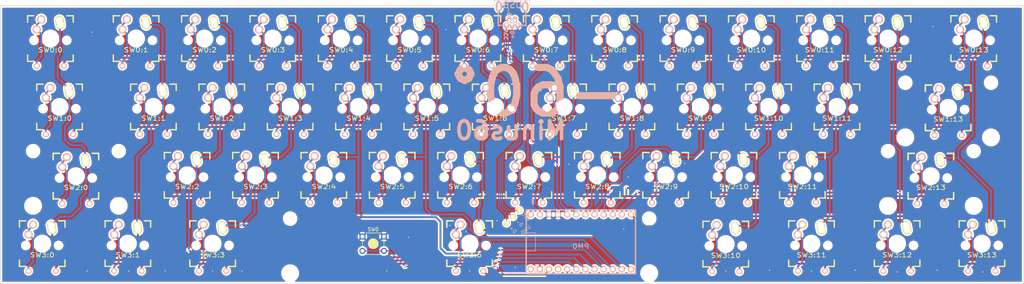
<source format=kicad_pcb>
(kicad_pcb (version 4) (host pcbnew 4.0.2+dfsg1-stable)
  (layers (0 F.Cu signal) (31 B.Cu signal hide) (34 B.Paste user) (35 F.Paste user) (36 B.SilkS user) (37 F.SilkS user) (38 B.Mask user) (39 F.Mask user) (44 Edge.Cuts user))
  (net 0 "")
  (net 1 /COL1)
  (net 2 GND)
  (net 3 /COL2)
  (net 4 /COL3)
  (net 5 /COL4)
  (net 6 /COL5)
  (net 7 /COL6)
  (net 8 /COL7)
  (net 9 /COL8)
  (net 10 /COL9)
  (net 11 /COL10)
  (net 12 /COL11)
  (net 13 /COL12)
  (net 14 /COL13)
  (net 15 /ROW3)
  (net 16 /ROW2)
  (net 17 /ROW1)
  (net 18 /ROW0)
  (net 19 VCC)
  (net 20 /RST)
  (net 21 /COL0)
  (net 22 "Net-(P0-Pad1)")
  (net 23 "Net-(P0-Pad2)")
  (net 24 "Net-(P0-Pad3)")
  (net 25 "Net-(P0-Pad4)")
  (module Keyboards:VIA-0.6 (layer F.Cu) (at 172.72 -32.512)
    (fp_text reference "" (at 0 0.5) (layer F.SilkS))
    (fp_text value "")
    (pad 1 thru_hole circle (at 0 0) (size 0.6 0.6) (drill 0.3) (layers *.Cu) (net 2 GND))
  )
  (module Keyboards:VIA-0.6 (layer F.Cu) (at 114.046 -9.906)
    (fp_text reference "" (at 0 0.5) (layer F.SilkS))
    (fp_text value "")
    (pad 1 thru_hole circle (at 0 0) (size 0.6 0.6) (drill 0.3) (layers *.Cu) (net 2 GND))
  )
  (module Keyboards:VIA-0.6 (layer F.Cu) (at 130.556 -77.216)
    (fp_text reference "" (at 0 0.5) (layer F.SilkS))
    (fp_text value "")
    (pad 1 thru_hole circle (at 0 0) (size 0.6 0.6) (drill 0.3) (layers *.Cu) (net 2 GND))
  )
  (module Keyboards:VIA-0.6 (layer F.Cu) (at 137.16 -9.906)
    (fp_text reference "" (at 0 0.5) (layer F.SilkS))
    (fp_text value "")
    (pad 1 thru_hole circle (at 0 0) (size 0.6 0.6) (drill 0.3) (layers *.Cu) (net 2 GND))
  )
  (module Keyboards:PROMICRO (layer B.Cu) (at 168.148 -18.034)
    (fp_text reference PM0 (at 0 1.27) (layer B.SilkS) (effects (font (size 1.27 1.524) (thickness 0.2032)) (justify mirror)))
    (fp_text value PROMICRO hide)
    (pad 1 thru_hole circle (at -11.43 -7.62) (size 1.7526 1.7526) (drill 1.0922) (layers *.Cu *.SilkS *.Mask) (net 17 /ROW1))
    (pad 2 thru_hole circle (at -8.89 -7.62) (size 1.7526 1.7526) (drill 1.0922) (layers *.Cu *.SilkS *.Mask) (net 2 GND))
    (pad 3 thru_hole circle (at -6.35 -7.62) (size 1.7526 1.7526) (drill 1.0922) (layers *.Cu *.SilkS *.Mask) (net 2 GND))
    (pad 4 thru_hole circle (at -3.81 -7.62) (size 1.7526 1.7526) (drill 1.0922) (layers *.Cu *.SilkS *.Mask) (net 18 /ROW0))
    (pad 5 thru_hole circle (at -1.27 -7.62) (size 1.7526 1.7526) (drill 1.0922) (layers *.Cu *.SilkS *.Mask) (net 8 /COL7))
    (pad 6 thru_hole circle (at 1.27 -7.62) (size 1.7526 1.7526) (drill 1.0922) (layers *.Cu *.SilkS *.Mask) (net 9 /COL8))
    (pad 7 thru_hole circle (at 3.81 -7.62) (size 1.7526 1.7526) (drill 1.0922) (layers *.Cu *.SilkS *.Mask) (net 10 /COL9))
    (pad 8 thru_hole circle (at 6.35 -7.62) (size 1.7526 1.7526) (drill 1.0922) (layers *.Cu *.SilkS *.Mask) (net 11 /COL10))
    (pad 9 thru_hole circle (at 8.89 -7.62) (size 1.7526 1.7526) (drill 1.0922) (layers *.Cu *.SilkS *.Mask) (net 12 /COL11))
    (pad 10 thru_hole circle (at 11.43 -7.62) (size 1.7526 1.7526) (drill 1.0922) (layers *.Cu *.SilkS *.Mask) (net 13 /COL12))
    (pad 11 thru_hole circle (at 13.97 -7.62) (size 1.7526 1.7526) (drill 1.0922) (layers *.Cu *.SilkS *.Mask) (net 14 /COL13))
    (pad 23 thru_hole circle (at 13.97 7.62) (size 1.7526 1.7526) (drill 1.0922) (layers *.Cu *.SilkS *.Mask) (net 7 /COL6))
    (pad 22 thru_hole circle (at 11.43 7.62) (size 1.7526 1.7526) (drill 1.0922) (layers *.Cu *.SilkS *.Mask) (net 6 /COL5))
    (pad 21 thru_hole circle (at 8.89 7.62) (size 1.7526 1.7526) (drill 1.0922) (layers *.Cu *.SilkS *.Mask) (net 5 /COL4))
    (pad 20 thru_hole circle (at 6.35 7.62) (size 1.7526 1.7526) (drill 1.0922) (layers *.Cu *.SilkS *.Mask) (net 4 /COL3))
    (pad 19 thru_hole circle (at 3.81 7.62) (size 1.7526 1.7526) (drill 1.0922) (layers *.Cu *.SilkS *.Mask) (net 3 /COL2))
    (pad 18 thru_hole circle (at 1.27 7.62) (size 1.7526 1.7526) (drill 1.0922) (layers *.Cu *.SilkS *.Mask) (net 1 /COL1))
    (pad 17 thru_hole circle (at -1.27 7.62) (size 1.7526 1.7526) (drill 1.0922) (layers *.Cu *.SilkS *.Mask) (net 21 /COL0))
    (pad 16 thru_hole circle (at -3.81 7.62) (size 1.7526 1.7526) (drill 1.0922) (layers *.Cu *.SilkS *.Mask) (net 15 /ROW3))
    (pad 15 thru_hole circle (at -6.35 7.62) (size 1.7526 1.7526) (drill 1.0922) (layers *.Cu *.SilkS *.Mask) (net 19 VCC))
    (pad 14 thru_hole circle (at -8.89 7.62) (size 1.7526 1.7526) (drill 1.0922) (layers *.Cu *.SilkS *.Mask) (net 20 /RST))
    (pad 13 thru_hole rect (at -11.43 7.62) (size 1.7526 1.7526) (drill 1.0922) (layers *.Cu *.SilkS *.Mask) (net 2 GND))
    (pad 12 thru_hole circle (at -13.97 7.62) (size 1.7526 1.7526) (drill 1.0922) (layers *.Cu *.SilkS *.Mask))
    (pad 0 thru_hole circle (at -13.97 -7.62) (size 1.7526 1.7526) (drill 1.092) (layers *.Cu *.Mask B.SilkS) (net 16 /ROW2))
  )
  (module Keyboards:VIA-0.6 (layer F.Cu) (at 148.844 -41.402)
    (fp_text reference "" (at 0 0.5) (layer F.SilkS))
    (fp_text value "")
    (pad 1 thru_hole circle (at 0 0) (size 0.6 0.6) (drill 0.3) (layers *.Cu) (net 2 GND))
  )
  (module Keyboards:VIA-0.6 (layer F.Cu) (at 191.262 -40.132)
    (fp_text reference "" (at 0 0.5) (layer F.SilkS))
    (fp_text value "")
    (pad 1 thru_hole circle (at 0 0) (size 0.6 0.6) (drill 0.3) (layers *.Cu) (net 2 GND))
  )
  (module Keyboards:VIA-0.6 (layer F.Cu) (at 197.104 -39.878)
    (fp_text reference "" (at 0 0.5) (layer F.SilkS))
    (fp_text value "")
    (pad 1 thru_hole circle (at 0 0) (size 0.6 0.6) (drill 0.3) (layers *.Cu) (net 2 GND))
  )
  (module Keyboards:VIA-0.6 (layer F.Cu) (at 164.846 -39.624)
    (fp_text reference "" (at 0 0.5) (layer F.SilkS))
    (fp_text value "")
    (pad 1 thru_hole circle (at 0 0) (size 0.6 0.6) (drill 0.3) (layers *.Cu) (net 2 GND))
  )
  (module Keyboards:VIA-0.6 (layer F.Cu) (at 181.356 -36.068)
    (fp_text reference "" (at 0 0.5) (layer F.SilkS))
    (fp_text value "")
    (pad 1 thru_hole circle (at 0 0) (size 0.6 0.6) (drill 0.3) (layers *.Cu) (net 2 GND))
  )
  (module Keyboards:VIA-0.6 (layer F.Cu) (at 144.78 -23.876)
    (fp_text reference "" (at 0 0.5) (layer F.SilkS))
    (fp_text value "")
    (pad 1 thru_hole circle (at 0 0) (size 0.6 0.6) (drill 0.3) (layers *.Cu) (net 2 GND))
  )
  (module Keyboards:VIA-0.6 (layer F.Cu) (at 280.162 -9.652)
    (fp_text reference "" (at 0 0.5) (layer F.SilkS))
    (fp_text value "")
    (pad 1 thru_hole circle (at 0 0) (size 0.6 0.6) (drill 0.3) (layers *.Cu) (net 2 GND))
  )
  (module Keyboards:VIA-0.6 (layer F.Cu) (at 256.286 -9.652)
    (fp_text reference "" (at 0 0.5) (layer F.SilkS))
    (fp_text value "")
    (pad 1 thru_hole circle (at 0 0) (size 0.6 0.6) (drill 0.3) (layers *.Cu) (net 2 GND))
  )
  (module Keyboards:VIA-0.6 (layer F.Cu) (at 267.462 -10.16)
    (fp_text reference "" (at 0 0.5) (layer F.SilkS))
    (fp_text value "")
    (pad 1 thru_hole circle (at 0 0) (size 0.6 0.6) (drill 0.3) (layers *.Cu) (net 2 GND))
  )
  (module Keyboards:VIA-0.6 (layer F.Cu) (at 220.726 -10.16)
    (fp_text reference "" (at 0 0.5) (layer F.SilkS))
    (fp_text value "")
    (pad 1 thru_hole circle (at 0 0) (size 0.6 0.6) (drill 0.3) (layers *.Cu) (net 2 GND))
  )
  (module Keyboards:VIA-0.6 (layer F.Cu) (at 244.602 -10.16)
    (fp_text reference "" (at 0 0.5) (layer F.SilkS))
    (fp_text value "")
    (pad 1 thru_hole circle (at 0 0) (size 0.6 0.6) (drill 0.3) (layers *.Cu) (net 2 GND))
  )
  (module Keyboards:VIA-0.6 (layer F.Cu) (at 208.534 -9.906)
    (fp_text reference "" (at 0 0.5) (layer F.SilkS))
    (fp_text value "")
    (pad 1 thru_hole circle (at 0 0) (size 0.6 0.6) (drill 0.3) (layers *.Cu) (net 2 GND))
  )
  (module Keyboards:VIA-0.6 (layer F.Cu) (at 232.41 -9.906)
    (fp_text reference "" (at 0 0.5) (layer F.SilkS))
    (fp_text value "")
    (pad 1 thru_hole circle (at 0 0) (size 0.6 0.6) (drill 0.3) (layers *.Cu) (net 2 GND))
  )
  (module Keyboards:VIA-0.6 (layer F.Cu) (at 266.192 -77.978)
    (fp_text reference "" (at 0 0.5) (layer F.SilkS))
    (fp_text value "")
    (pad 1 thru_hole circle (at 0 0) (size 0.6 0.6) (drill 0.3) (layers *.Cu) (net 2 GND))
  )
  (module Keyboards:VIA-0.6 (layer F.Cu) (at 120.142 -19.304)
    (fp_text reference "" (at 0 0.5) (layer F.SilkS))
    (fp_text value "")
    (pad 1 thru_hole circle (at 0 0) (size 0.6 0.6) (drill 0.3) (layers *.Cu) (net 2 GND))
  )
  (module Keyboards:VIA-0.6 (layer F.Cu) (at 180.086 -21.59)
    (fp_text reference "" (at 0 0.5) (layer F.SilkS))
    (fp_text value "")
    (pad 1 thru_hole circle (at 0 0) (size 0.6 0.6) (drill 0.3) (layers *.Cu) (net 2 GND))
  )
  (module Keyboards:VIA-0.6 (layer F.Cu) (at 136.144 -20.828)
    (fp_text reference "" (at 0 0.5) (layer F.SilkS))
    (fp_text value "")
    (pad 1 thru_hole circle (at 0 0) (size 0.6 0.6) (drill 0.3) (layers *.Cu) (net 2 GND))
  )
  (module Keyboards:VIA-0.6 (layer F.Cu) (at 73.66 -9.906)
    (fp_text reference "" (at 0 0.5) (layer F.SilkS))
    (fp_text value "")
    (pad 1 thru_hole circle (at 0 0) (size 0.6 0.6) (drill 0.3) (layers *.Cu) (net 2 GND))
  )
  (module Keyboards:VIA-0.6 (layer F.Cu) (at 30.48 -9.906)
    (fp_text reference "" (at 0 0.5) (layer F.SilkS))
    (fp_text value "")
    (pad 1 thru_hole circle (at 0 0) (size 0.6 0.6) (drill 0.3) (layers *.Cu) (net 2 GND))
  )
  (module Keyboards:VIA-0.6 (layer F.Cu) (at 65.532 -9.906)
    (fp_text reference "" (at 0 0.5) (layer F.SilkS))
    (fp_text value "")
    (pad 1 thru_hole circle (at 0 0) (size 0.6 0.6) (drill 0.3) (layers *.Cu) (net 2 GND))
  )
  (module Keyboards:VIA-0.6 (layer F.Cu) (at 42.164 -9.906)
    (fp_text reference "" (at 0 0.5) (layer F.SilkS))
    (fp_text value "")
    (pad 1 thru_hole circle (at 0 0) (size 0.6 0.6) (drill 0.3) (layers *.Cu) (net 2 GND))
  )
  (module Keyboards:VIA-0.6 (layer F.Cu) (at 52.324 -9.906)
    (fp_text reference "" (at 0 0.5) (layer F.SilkS))
    (fp_text value "")
    (pad 1 thru_hole circle (at 0 0) (size 0.6 0.6) (drill 0.3) (layers *.Cu) (net 2 GND))
  )
  (module Keyboards:USBMINI (layer B.Cu) (at 148.971 -82.804 270)
    (fp_text reference P0 hide)
    (fp_text value USB (at -1.27 -0.127 540) (layer B.SilkS) (effects (font (size 1.778 1.778) (thickness 0.3048)) (justify mirror)))
    (pad 1 thru_hole oval (at 4.25958 1.6002 270) (size 1.651 1.143) (drill 0.762 (offset 0.27432 0)) (layers *.Cu *.Mask B.SilkS) (net 22 "Net-(P0-Pad1)"))
    (pad 2 thru_hole oval (at 3.0607 0.8001 270) (size 1.651 1.143) (drill 0.762 (offset -0.27432 0)) (layers *.Cu *.Mask B.SilkS) (net 23 "Net-(P0-Pad2)"))
    (pad 3 thru_hole oval (at 4.25958 0 270) (size 1.651 1.143) (drill 0.762 (offset 0.27432 0)) (layers *.Cu *.Mask B.SilkS) (net 24 "Net-(P0-Pad3)"))
    (pad 4 thru_hole oval (at 3.0607 -0.8001 270) (size 1.651 1.143) (drill 0.762 (offset -0.27432 0)) (layers *.Cu *.Mask B.SilkS) (net 25 "Net-(P0-Pad4)"))
    (pad 5 thru_hole oval (at 4.25958 -1.6002 270) (size 1.651 1.143) (drill 0.762 (offset 0.27432 0)) (layers *.Cu *.Mask B.SilkS) (net 2 GND))
    (pad 6 thru_hole oval (at -0.78994 -3.64744 270) (size 2.794 1.7018) (drill oval 1.905 0.762) (layers *.Cu *.Mask B.SilkS) (net 2 GND))
    (pad 6 thru_hole oval (at -0.78994 3.64744 270) (size 2.794 1.7018) (drill oval 1.905 0.762) (layers *.Cu *.Mask B.SilkS) (net 2 GND))
  )
  (module Keyboards:USBWirePins (layer F.Cu) (at 148.336 -25.908 45)
    (fp_text reference UW0 (at 0 6.35 45) (layer B.SilkS) (effects (justify mirror)))
    (fp_text value USBWireConnection)
    (fp_text user VCC (at 2.54 3.81 135) (layer B.SilkS) (effects (justify mirror)))
    (fp_text user D- (at 0 3.81 135) (layer B.SilkS) (effects (justify mirror)))
    (fp_text user D+ (at -2.54 3.81 135) (layer B.SilkS) (effects (justify mirror)))
    (pad 3 thru_hole circle (at -2.54 1.27 45) (size 1.524 1.524) (drill 0.762) (layers *.Cu *.Mask F.SilkS) (net 24 "Net-(P0-Pad3)"))
    (pad 2 thru_hole circle (at 0 1.27 45) (size 1.524 1.524) (drill 0.762) (layers *.Cu *.Mask F.SilkS) (net 23 "Net-(P0-Pad2)"))
    (pad 1 thru_hole circle (at 2.54 1.27 45) (size 1.524 1.524) (drill 0.762) (layers *.Cu *.Mask F.SilkS) (net 22 "Net-(P0-Pad1)"))
  )
  (module Keyboards:SW_TH_Tactile_Omron_B3F-10xx (layer F.Cu) (at 113.284 -15.494 180)
    (fp_text reference SW0 (at 3 6 180) (layer F.SilkS))
    (fp_text value SW_PUSH)
    (pad 2 thru_hole circle (at 6 4 180) (size 1.7 1.7) (drill 1) (layers *.Cu *.Mask) (net 2 GND))
    (pad 2 thru_hole circle (at 0 4 180) (size 1.7 1.7) (drill 1) (layers *.Cu *.Mask) (net 2 GND))
    (pad 1 thru_hole circle (at 6 0 180) (size 1.7 1.7) (drill 1) (layers *.Cu *.Mask) (net 20 /RST))
    (pad 1 thru_hole circle (at 0 0 180) (size 1.7 1.7) (drill 1) (layers *.Cu *.Mask) (net 20 /RST))
  )
  (module Keyboards:VIA-0.6 (layer F.Cu) (at 32.004 -76.454)
    (fp_text reference "" (at 0 0.5) (layer F.SilkS))
    (fp_text value "")
    (pad 1 thru_hole circle (at 0 0) (size 0.6 0.6) (drill 0.3) (layers *.Cu) (net 2 GND))
  )
  (module Keyboards:VIA-0.6 (layer F.Cu) (at 149.86 -10.922)
    (fp_text reference "" (at 0 0.5) (layer F.SilkS))
    (fp_text value "")
    (pad 1 thru_hole circle (at 0 0) (size 0.6 0.6) (drill 0.3) (layers *.Cu) (net 2 GND))
  )
  (module Keyboards:STABILIZER_2U (layer F.Cu) (at 265.684 -36.322)
    (fp_text reference "" (at 0 3.175) (layer F.SilkS) (effects (font (size 1.27 1.524) (thickness 0.2032))))
    (fp_text value "" hide)
    (pad HOLE np_thru_hole circle (at -11.938 -6.985) (size 3.048 3.048) (drill 3.048) (layers *.Cu))
    (pad HOLE np_thru_hole circle (at 11.938 -6.985) (size 3.048 3.048) (drill 3.048) (layers *.Cu))
    (pad HOLE np_thru_hole circle (at -11.938 8.255) (size 3.9878 3.9878) (drill 3.9878) (layers *.Cu))
    (pad HOLE np_thru_hole circle (at 11.938 8.255) (size 3.9878 3.9878) (drill 3.9878) (layers *.Cu))
  )
  (module Keyboards:STABILIZER_2U (layer F.Cu) (at 270.51 -55.372)
    (fp_text reference "" (at 0 3.175) (layer F.SilkS) (effects (font (size 1.27 1.524) (thickness 0.2032))))
    (fp_text value "" hide)
    (pad HOLE np_thru_hole circle (at -11.938 -6.985) (size 3.048 3.048) (drill 3.048) (layers *.Cu))
    (pad HOLE np_thru_hole circle (at 11.938 -6.985) (size 3.048 3.048) (drill 3.048) (layers *.Cu))
    (pad HOLE np_thru_hole circle (at -11.938 8.255) (size 3.9878 3.9878) (drill 3.9878) (layers *.Cu))
    (pad HOLE np_thru_hole circle (at 11.938 8.255) (size 3.9878 3.9878) (drill 3.9878) (layers *.Cu))
  )
  (module Keyboards:STABILIZER_2U (layer F.Cu) (at 27.432 -36.322)
    (fp_text reference "" (at 0 3.175) (layer F.SilkS) (effects (font (size 1.27 1.524) (thickness 0.2032))))
    (fp_text value "" hide)
    (pad HOLE np_thru_hole circle (at -11.938 -6.985) (size 3.048 3.048) (drill 3.048) (layers *.Cu))
    (pad HOLE np_thru_hole circle (at 11.938 -6.985) (size 3.048 3.048) (drill 3.048) (layers *.Cu))
    (pad HOLE np_thru_hole circle (at -11.938 8.255) (size 3.9878 3.9878) (drill 3.9878) (layers *.Cu))
    (pad HOLE np_thru_hole circle (at 11.938 8.255) (size 3.9878 3.9878) (drill 3.9878) (layers *.Cu))
  )
  (module Keyboards:VIA-0.6 (layer F.Cu) (at 131.572 -22.606)
    (fp_text reference "" (at 0 0.5) (layer F.SilkS))
    (fp_text value "")
    (pad 1 thru_hole circle (at 0 0) (size 0.6 0.6) (drill 0.3) (layers *.Cu) (net 2 GND))
  )
  (module Keyboards:STABILIZER_625U (layer F.Cu) (at 137.16 -17.526)
    (fp_text reference "" (at 0 3.175) (layer F.SilkS) (effects (font (size 1.27 1.524) (thickness 0.2032))))
    (fp_text value "" hide)
    (pad HOLE np_thru_hole circle (at -50.038 -6.985) (size 3.048 3.048) (drill 3.048) (layers *.Cu))
    (pad HOLE np_thru_hole circle (at 50.038 -6.985) (size 3.048 3.048) (drill 3.048) (layers *.Cu))
    (pad HOLE np_thru_hole circle (at -50.038 8.255) (size 3.9878 3.9878) (drill 3.9878) (layers *.Cu))
    (pad HOLE np_thru_hole circle (at 50.038 8.255) (size 3.9878 3.9878) (drill 3.9878) (layers *.Cu))
  )
  (module Keyboards:SMK_SWITCH_DIODE_1U (layer F.Cu) (at 106.172 -55.626)
    (fp_text reference SW1:4 (at 0 3.175) (layer F.SilkS) (effects (font (size 1.27 1.524) (thickness 0.2032))))
    (fp_text value SWITCH_DIODE hide)
    (fp_line (start -3.81 -2.54) (end -2.54 -1.27) (layer B.Cu) (width 0.5))
    (fp_line (start -2.54 -1.27) (end -2.54 5.08) (layer B.Cu) (width 0.5))
    (fp_line (start -2.54 5.08) (end -3.81 6.35) (layer B.Cu) (width 0.5))
    (fp_line (start -3.81 6.35) (end -3.81 7.62) (layer B.Cu) (width 0.5))
    (fp_line (start -3.81 -2.54) (end -3.81 -3.81) (layer B.Cu) (width 0.5))
    (fp_line (start -3.81 -3.81) (end -2.54 -5.08) (layer B.Cu) (width 0.5))
    (pad "" np_thru_hole circle (at 0 0) (size 3.9878 3.9878) (drill 3.9878) (layers *.Cu))
    (pad 4 thru_hole circle (at 3.81 7.62) (size 1.651 1.651) (drill 0.996) (layers *.Cu *.SilkS *.Mask) (net 17 /ROW1))
    (pad "" thru_hole circle (at -3.81 -2.54) (size 2.286 2.286) (drill 1.4986) (layers *.Cu *.SilkS *.Mask))
    (pad "" thru_hole circle (at -2.54 -5.334) (size 2.286 2.286) (drill 1.4986) (layers *.Cu *.SilkS *.Mask))
    (pad HOLE np_thru_hole circle (at -4.572 0.508) (size 1.7018 1.7018) (drill 1.7018) (layers *.Cu))
    (pad HOLE np_thru_hole circle (at 4.572 0.508) (size 1.7018 1.7018) (drill 1.7018) (layers *.Cu))
    (pad "" thru_hole circle (at -3.81 7.62) (size 1.651 1.651) (drill 0.996) (layers *.Cu *.SilkS *.Mask))
    (pad 1 thru_hole oval (at 2.667 -4.445 11) (size 2.286 3.643) (drill oval 1.5 2.857) (layers *.Cu *.Mask F.SilkS) (net 5 /COL4))
  )
  (module Keyboards:SMK_SWITCH_DIODE_1U (layer F.Cu) (at 208.534 -17.399)
    (fp_text reference SW3:10 (at 0 3.175) (layer F.SilkS) (effects (font (size 1.27 1.524) (thickness 0.2032))))
    (fp_text value SWITCH_DIODE hide)
    (fp_line (start -3.81 -2.54) (end -2.54 -1.27) (layer B.Cu) (width 0.5))
    (fp_line (start -2.54 -1.27) (end -2.54 5.08) (layer B.Cu) (width 0.5))
    (fp_line (start -2.54 5.08) (end -3.81 6.35) (layer B.Cu) (width 0.5))
    (fp_line (start -3.81 6.35) (end -3.81 7.62) (layer B.Cu) (width 0.5))
    (fp_line (start -3.81 -2.54) (end -3.81 -3.81) (layer B.Cu) (width 0.5))
    (fp_line (start -3.81 -3.81) (end -2.54 -5.08) (layer B.Cu) (width 0.5))
    (pad "" np_thru_hole circle (at 0 0) (size 3.9878 3.9878) (drill 3.9878) (layers *.Cu))
    (pad 4 thru_hole circle (at 3.81 7.62) (size 1.651 1.651) (drill 0.996) (layers *.Cu *.SilkS *.Mask) (net 15 /ROW3))
    (pad "" thru_hole circle (at -3.81 -2.54) (size 2.286 2.286) (drill 1.4986) (layers *.Cu *.SilkS *.Mask))
    (pad "" thru_hole circle (at -2.54 -5.334) (size 2.286 2.286) (drill 1.4986) (layers *.Cu *.SilkS *.Mask))
    (pad HOLE np_thru_hole circle (at -4.572 0.508) (size 1.7018 1.7018) (drill 1.7018) (layers *.Cu))
    (pad HOLE np_thru_hole circle (at 4.572 0.508) (size 1.7018 1.7018) (drill 1.7018) (layers *.Cu))
    (pad "" thru_hole circle (at -3.81 7.62) (size 1.651 1.651) (drill 0.996) (layers *.Cu *.SilkS *.Mask))
    (pad 1 thru_hole oval (at 2.667 -4.445 11) (size 2.286 3.643) (drill oval 1.5 2.857) (layers *.Cu *.Mask F.SilkS) (net 11 /COL10))
  )
  (module Keyboards:SMK_SWITCH_DIODE_1U (layer F.Cu) (at 20.32 -74.676)
    (fp_text reference SW0:0 (at 0 3.175) (layer F.SilkS) (effects (font (size 1.27 1.524) (thickness 0.2032))))
    (fp_text value SWITCH_DIODE hide)
    (fp_line (start -3.81 -2.54) (end -2.54 -1.27) (layer B.Cu) (width 0.5))
    (fp_line (start -2.54 -1.27) (end -2.54 5.08) (layer B.Cu) (width 0.5))
    (fp_line (start -2.54 5.08) (end -3.81 6.35) (layer B.Cu) (width 0.5))
    (fp_line (start -3.81 6.35) (end -3.81 7.62) (layer B.Cu) (width 0.5))
    (fp_line (start -3.81 -2.54) (end -3.81 -3.81) (layer B.Cu) (width 0.5))
    (fp_line (start -3.81 -3.81) (end -2.54 -5.08) (layer B.Cu) (width 0.5))
    (pad "" np_thru_hole circle (at 0 0) (size 3.9878 3.9878) (drill 3.9878) (layers *.Cu))
    (pad 4 thru_hole circle (at 3.81 7.62) (size 1.651 1.651) (drill 0.996) (layers *.Cu *.SilkS *.Mask) (net 18 /ROW0))
    (pad "" thru_hole circle (at -3.81 -2.54) (size 2.286 2.286) (drill 1.4986) (layers *.Cu *.SilkS *.Mask))
    (pad "" thru_hole circle (at -2.54 -5.334) (size 2.286 2.286) (drill 1.4986) (layers *.Cu *.SilkS *.Mask))
    (pad HOLE np_thru_hole circle (at -4.572 0.508) (size 1.7018 1.7018) (drill 1.7018) (layers *.Cu))
    (pad HOLE np_thru_hole circle (at 4.572 0.508) (size 1.7018 1.7018) (drill 1.7018) (layers *.Cu))
    (pad "" thru_hole circle (at -3.81 7.62) (size 1.651 1.651) (drill 0.996) (layers *.Cu *.SilkS *.Mask))
    (pad 1 thru_hole oval (at 2.667 -4.445 11) (size 2.286 3.643) (drill oval 1.5 2.857) (layers *.Cu *.Mask F.SilkS) (net 21 /COL0))
  )
  (module Keyboards:SMK_SWITCH_DIODE_1U (layer F.Cu) (at 279.908 -17.526)
    (fp_text reference SW3:13 (at 0 3.175) (layer F.SilkS) (effects (font (size 1.27 1.524) (thickness 0.2032))))
    (fp_text value SWITCH_DIODE hide)
    (fp_line (start -3.81 -2.54) (end -2.54 -1.27) (layer B.Cu) (width 0.5))
    (fp_line (start -2.54 -1.27) (end -2.54 5.08) (layer B.Cu) (width 0.5))
    (fp_line (start -2.54 5.08) (end -3.81 6.35) (layer B.Cu) (width 0.5))
    (fp_line (start -3.81 6.35) (end -3.81 7.62) (layer B.Cu) (width 0.5))
    (fp_line (start -3.81 -2.54) (end -3.81 -3.81) (layer B.Cu) (width 0.5))
    (fp_line (start -3.81 -3.81) (end -2.54 -5.08) (layer B.Cu) (width 0.5))
    (pad "" np_thru_hole circle (at 0 0) (size 3.9878 3.9878) (drill 3.9878) (layers *.Cu))
    (pad 4 thru_hole circle (at 3.81 7.62) (size 1.651 1.651) (drill 0.996) (layers *.Cu *.SilkS *.Mask) (net 15 /ROW3))
    (pad "" thru_hole circle (at -3.81 -2.54) (size 2.286 2.286) (drill 1.4986) (layers *.Cu *.SilkS *.Mask))
    (pad "" thru_hole circle (at -2.54 -5.334) (size 2.286 2.286) (drill 1.4986) (layers *.Cu *.SilkS *.Mask))
    (pad HOLE np_thru_hole circle (at -4.572 0.508) (size 1.7018 1.7018) (drill 1.7018) (layers *.Cu))
    (pad HOLE np_thru_hole circle (at 4.572 0.508) (size 1.7018 1.7018) (drill 1.7018) (layers *.Cu))
    (pad "" thru_hole circle (at -3.81 7.62) (size 1.651 1.651) (drill 0.996) (layers *.Cu *.SilkS *.Mask))
    (pad 1 thru_hole oval (at 2.667 -4.445 11) (size 2.286 3.643) (drill oval 1.5 2.857) (layers *.Cu *.Mask F.SilkS) (net 14 /COL13))
  )
  (module Keyboards:SMK_SWITCH_DIODE_1U (layer F.Cu) (at 256.286 -17.526)
    (fp_text reference SW3:12 (at 0 3.175) (layer F.SilkS) (effects (font (size 1.27 1.524) (thickness 0.2032))))
    (fp_text value SWITCH_DIODE hide)
    (fp_line (start -3.81 -2.54) (end -2.54 -1.27) (layer B.Cu) (width 0.5))
    (fp_line (start -2.54 -1.27) (end -2.54 5.08) (layer B.Cu) (width 0.5))
    (fp_line (start -2.54 5.08) (end -3.81 6.35) (layer B.Cu) (width 0.5))
    (fp_line (start -3.81 6.35) (end -3.81 7.62) (layer B.Cu) (width 0.5))
    (fp_line (start -3.81 -2.54) (end -3.81 -3.81) (layer B.Cu) (width 0.5))
    (fp_line (start -3.81 -3.81) (end -2.54 -5.08) (layer B.Cu) (width 0.5))
    (pad "" np_thru_hole circle (at 0 0) (size 3.9878 3.9878) (drill 3.9878) (layers *.Cu))
    (pad 4 thru_hole circle (at 3.81 7.62) (size 1.651 1.651) (drill 0.996) (layers *.Cu *.SilkS *.Mask) (net 15 /ROW3))
    (pad "" thru_hole circle (at -3.81 -2.54) (size 2.286 2.286) (drill 1.4986) (layers *.Cu *.SilkS *.Mask))
    (pad "" thru_hole circle (at -2.54 -5.334) (size 2.286 2.286) (drill 1.4986) (layers *.Cu *.SilkS *.Mask))
    (pad HOLE np_thru_hole circle (at -4.572 0.508) (size 1.7018 1.7018) (drill 1.7018) (layers *.Cu))
    (pad HOLE np_thru_hole circle (at 4.572 0.508) (size 1.7018 1.7018) (drill 1.7018) (layers *.Cu))
    (pad "" thru_hole circle (at -3.81 7.62) (size 1.651 1.651) (drill 0.996) (layers *.Cu *.SilkS *.Mask))
    (pad 1 thru_hole oval (at 2.667 -4.445 11) (size 2.286 3.643) (drill oval 1.5 2.857) (layers *.Cu *.Mask F.SilkS) (net 13 /COL12))
  )
  (module Keyboards:SMK_SWITCH_DIODE_1U (layer F.Cu) (at 232.41 -17.526)
    (fp_text reference SW3:11 (at 0 3.175) (layer F.SilkS) (effects (font (size 1.27 1.524) (thickness 0.2032))))
    (fp_text value SWITCH_DIODE hide)
    (fp_line (start -3.81 -2.54) (end -2.54 -1.27) (layer B.Cu) (width 0.5))
    (fp_line (start -2.54 -1.27) (end -2.54 5.08) (layer B.Cu) (width 0.5))
    (fp_line (start -2.54 5.08) (end -3.81 6.35) (layer B.Cu) (width 0.5))
    (fp_line (start -3.81 6.35) (end -3.81 7.62) (layer B.Cu) (width 0.5))
    (fp_line (start -3.81 -2.54) (end -3.81 -3.81) (layer B.Cu) (width 0.5))
    (fp_line (start -3.81 -3.81) (end -2.54 -5.08) (layer B.Cu) (width 0.5))
    (pad "" np_thru_hole circle (at 0 0) (size 3.9878 3.9878) (drill 3.9878) (layers *.Cu))
    (pad 4 thru_hole circle (at 3.81 7.62) (size 1.651 1.651) (drill 0.996) (layers *.Cu *.SilkS *.Mask) (net 15 /ROW3))
    (pad "" thru_hole circle (at -3.81 -2.54) (size 2.286 2.286) (drill 1.4986) (layers *.Cu *.SilkS *.Mask))
    (pad "" thru_hole circle (at -2.54 -5.334) (size 2.286 2.286) (drill 1.4986) (layers *.Cu *.SilkS *.Mask))
    (pad HOLE np_thru_hole circle (at -4.572 0.508) (size 1.7018 1.7018) (drill 1.7018) (layers *.Cu))
    (pad HOLE np_thru_hole circle (at 4.572 0.508) (size 1.7018 1.7018) (drill 1.7018) (layers *.Cu))
    (pad "" thru_hole circle (at -3.81 7.62) (size 1.651 1.651) (drill 0.996) (layers *.Cu *.SilkS *.Mask))
    (pad 1 thru_hole oval (at 2.667 -4.445 11) (size 2.286 3.643) (drill oval 1.5 2.857) (layers *.Cu *.Mask F.SilkS) (net 12 /COL11))
  )
  (module Keyboards:SMK_SWITCH_DIODE_1U (layer F.Cu) (at 137.16 -17.526)
    (fp_text reference SW3:6 (at 0 3.175) (layer F.SilkS) (effects (font (size 1.27 1.524) (thickness 0.2032))))
    (fp_text value SWITCH_DIODE hide)
    (fp_line (start -3.81 -2.54) (end -2.54 -1.27) (layer B.Cu) (width 0.5))
    (fp_line (start -2.54 -1.27) (end -2.54 5.08) (layer B.Cu) (width 0.5))
    (fp_line (start -2.54 5.08) (end -3.81 6.35) (layer B.Cu) (width 0.5))
    (fp_line (start -3.81 6.35) (end -3.81 7.62) (layer B.Cu) (width 0.5))
    (fp_line (start -3.81 -2.54) (end -3.81 -3.81) (layer B.Cu) (width 0.5))
    (fp_line (start -3.81 -3.81) (end -2.54 -5.08) (layer B.Cu) (width 0.5))
    (pad "" np_thru_hole circle (at 0 0) (size 3.9878 3.9878) (drill 3.9878) (layers *.Cu))
    (pad 4 thru_hole circle (at 3.81 7.62) (size 1.651 1.651) (drill 0.996) (layers *.Cu *.SilkS *.Mask) (net 15 /ROW3))
    (pad "" thru_hole circle (at -3.81 -2.54) (size 2.286 2.286) (drill 1.4986) (layers *.Cu *.SilkS *.Mask))
    (pad "" thru_hole circle (at -2.54 -5.334) (size 2.286 2.286) (drill 1.4986) (layers *.Cu *.SilkS *.Mask))
    (pad HOLE np_thru_hole circle (at -4.572 0.508) (size 1.7018 1.7018) (drill 1.7018) (layers *.Cu))
    (pad HOLE np_thru_hole circle (at 4.572 0.508) (size 1.7018 1.7018) (drill 1.7018) (layers *.Cu))
    (pad "" thru_hole circle (at -3.81 7.62) (size 1.651 1.651) (drill 0.996) (layers *.Cu *.SilkS *.Mask))
    (pad 1 thru_hole oval (at 2.667 -4.445 11) (size 2.286 3.643) (drill oval 1.5 2.857) (layers *.Cu *.Mask F.SilkS) (net 7 /COL6))
  )
  (module Keyboards:SMK_SWITCH_DIODE_1U (layer F.Cu) (at 65.532 -17.526)
    (fp_text reference SW3:3 (at 0 3.175) (layer F.SilkS) (effects (font (size 1.27 1.524) (thickness 0.2032))))
    (fp_text value SWITCH_DIODE hide)
    (fp_line (start -3.81 -2.54) (end -2.54 -1.27) (layer B.Cu) (width 0.5))
    (fp_line (start -2.54 -1.27) (end -2.54 5.08) (layer B.Cu) (width 0.5))
    (fp_line (start -2.54 5.08) (end -3.81 6.35) (layer B.Cu) (width 0.5))
    (fp_line (start -3.81 6.35) (end -3.81 7.62) (layer B.Cu) (width 0.5))
    (fp_line (start -3.81 -2.54) (end -3.81 -3.81) (layer B.Cu) (width 0.5))
    (fp_line (start -3.81 -3.81) (end -2.54 -5.08) (layer B.Cu) (width 0.5))
    (pad "" np_thru_hole circle (at 0 0) (size 3.9878 3.9878) (drill 3.9878) (layers *.Cu))
    (pad 4 thru_hole circle (at 3.81 7.62) (size 1.651 1.651) (drill 0.996) (layers *.Cu *.SilkS *.Mask) (net 15 /ROW3))
    (pad "" thru_hole circle (at -3.81 -2.54) (size 2.286 2.286) (drill 1.4986) (layers *.Cu *.SilkS *.Mask))
    (pad "" thru_hole circle (at -2.54 -5.334) (size 2.286 2.286) (drill 1.4986) (layers *.Cu *.SilkS *.Mask))
    (pad HOLE np_thru_hole circle (at -4.572 0.508) (size 1.7018 1.7018) (drill 1.7018) (layers *.Cu))
    (pad HOLE np_thru_hole circle (at 4.572 0.508) (size 1.7018 1.7018) (drill 1.7018) (layers *.Cu))
    (pad "" thru_hole circle (at -3.81 7.62) (size 1.651 1.651) (drill 0.996) (layers *.Cu *.SilkS *.Mask))
    (pad 1 thru_hole oval (at 2.667 -4.445 11) (size 2.286 3.643) (drill oval 1.5 2.857) (layers *.Cu *.Mask F.SilkS) (net 4 /COL3))
  )
  (module Keyboards:SMK_SWITCH_DIODE_1U (layer F.Cu) (at 41.91 -17.526)
    (fp_text reference SW3:1 (at 0 3.175) (layer F.SilkS) (effects (font (size 1.27 1.524) (thickness 0.2032))))
    (fp_text value SWITCH_DIODE hide)
    (fp_line (start -3.81 -2.54) (end -2.54 -1.27) (layer B.Cu) (width 0.5))
    (fp_line (start -2.54 -1.27) (end -2.54 5.08) (layer B.Cu) (width 0.5))
    (fp_line (start -2.54 5.08) (end -3.81 6.35) (layer B.Cu) (width 0.5))
    (fp_line (start -3.81 6.35) (end -3.81 7.62) (layer B.Cu) (width 0.5))
    (fp_line (start -3.81 -2.54) (end -3.81 -3.81) (layer B.Cu) (width 0.5))
    (fp_line (start -3.81 -3.81) (end -2.54 -5.08) (layer B.Cu) (width 0.5))
    (pad "" np_thru_hole circle (at 0 0) (size 3.9878 3.9878) (drill 3.9878) (layers *.Cu))
    (pad 4 thru_hole circle (at 3.81 7.62) (size 1.651 1.651) (drill 0.996) (layers *.Cu *.SilkS *.Mask) (net 15 /ROW3))
    (pad "" thru_hole circle (at -3.81 -2.54) (size 2.286 2.286) (drill 1.4986) (layers *.Cu *.SilkS *.Mask))
    (pad "" thru_hole circle (at -2.54 -5.334) (size 2.286 2.286) (drill 1.4986) (layers *.Cu *.SilkS *.Mask))
    (pad HOLE np_thru_hole circle (at -4.572 0.508) (size 1.7018 1.7018) (drill 1.7018) (layers *.Cu))
    (pad HOLE np_thru_hole circle (at 4.572 0.508) (size 1.7018 1.7018) (drill 1.7018) (layers *.Cu))
    (pad "" thru_hole circle (at -3.81 7.62) (size 1.651 1.651) (drill 0.996) (layers *.Cu *.SilkS *.Mask))
    (pad 1 thru_hole oval (at 2.667 -4.445 11) (size 2.286 3.643) (drill oval 1.5 2.857) (layers *.Cu *.Mask F.SilkS) (net 1 /COL1))
  )
  (module Keyboards:SMK_SWITCH_DIODE_1U (layer F.Cu) (at 18.034 -17.526)
    (fp_text reference SW3:0 (at 0 3.175) (layer F.SilkS) (effects (font (size 1.27 1.524) (thickness 0.2032))))
    (fp_text value SWITCH_DIODE hide)
    (fp_line (start -3.81 -2.54) (end -2.54 -1.27) (layer B.Cu) (width 0.5))
    (fp_line (start -2.54 -1.27) (end -2.54 5.08) (layer B.Cu) (width 0.5))
    (fp_line (start -2.54 5.08) (end -3.81 6.35) (layer B.Cu) (width 0.5))
    (fp_line (start -3.81 6.35) (end -3.81 7.62) (layer B.Cu) (width 0.5))
    (fp_line (start -3.81 -2.54) (end -3.81 -3.81) (layer B.Cu) (width 0.5))
    (fp_line (start -3.81 -3.81) (end -2.54 -5.08) (layer B.Cu) (width 0.5))
    (pad "" np_thru_hole circle (at 0 0) (size 3.9878 3.9878) (drill 3.9878) (layers *.Cu))
    (pad 4 thru_hole circle (at 3.81 7.62) (size 1.651 1.651) (drill 0.996) (layers *.Cu *.SilkS *.Mask) (net 15 /ROW3))
    (pad "" thru_hole circle (at -3.81 -2.54) (size 2.286 2.286) (drill 1.4986) (layers *.Cu *.SilkS *.Mask))
    (pad "" thru_hole circle (at -2.54 -5.334) (size 2.286 2.286) (drill 1.4986) (layers *.Cu *.SilkS *.Mask))
    (pad HOLE np_thru_hole circle (at -4.572 0.508) (size 1.7018 1.7018) (drill 1.7018) (layers *.Cu))
    (pad HOLE np_thru_hole circle (at 4.572 0.508) (size 1.7018 1.7018) (drill 1.7018) (layers *.Cu))
    (pad "" thru_hole circle (at -3.81 7.62) (size 1.651 1.651) (drill 0.996) (layers *.Cu *.SilkS *.Mask))
    (pad 1 thru_hole oval (at 2.667 -4.445 11) (size 2.286 3.643) (drill oval 1.5 2.857) (layers *.Cu *.Mask F.SilkS) (net 21 /COL0))
  )
  (module Keyboards:SMK_SWITCH_DIODE_1U (layer F.Cu) (at 265.684 -36.322)
    (fp_text reference SW2:13 (at 0 3.175) (layer F.SilkS) (effects (font (size 1.27 1.524) (thickness 0.2032))))
    (fp_text value SWITCH_DIODE hide)
    (fp_line (start -3.81 -2.54) (end -2.54 -1.27) (layer B.Cu) (width 0.5))
    (fp_line (start -2.54 -1.27) (end -2.54 5.08) (layer B.Cu) (width 0.5))
    (fp_line (start -2.54 5.08) (end -3.81 6.35) (layer B.Cu) (width 0.5))
    (fp_line (start -3.81 6.35) (end -3.81 7.62) (layer B.Cu) (width 0.5))
    (fp_line (start -3.81 -2.54) (end -3.81 -3.81) (layer B.Cu) (width 0.5))
    (fp_line (start -3.81 -3.81) (end -2.54 -5.08) (layer B.Cu) (width 0.5))
    (pad "" np_thru_hole circle (at 0 0) (size 3.9878 3.9878) (drill 3.9878) (layers *.Cu))
    (pad 4 thru_hole circle (at 3.81 7.62) (size 1.651 1.651) (drill 0.996) (layers *.Cu *.SilkS *.Mask) (net 16 /ROW2))
    (pad "" thru_hole circle (at -3.81 -2.54) (size 2.286 2.286) (drill 1.4986) (layers *.Cu *.SilkS *.Mask))
    (pad "" thru_hole circle (at -2.54 -5.334) (size 2.286 2.286) (drill 1.4986) (layers *.Cu *.SilkS *.Mask))
    (pad HOLE np_thru_hole circle (at -4.572 0.508) (size 1.7018 1.7018) (drill 1.7018) (layers *.Cu))
    (pad HOLE np_thru_hole circle (at 4.572 0.508) (size 1.7018 1.7018) (drill 1.7018) (layers *.Cu))
    (pad "" thru_hole circle (at -3.81 7.62) (size 1.651 1.651) (drill 0.996) (layers *.Cu *.SilkS *.Mask))
    (pad 1 thru_hole oval (at 2.667 -4.445 11) (size 2.286 3.643) (drill oval 1.5 2.857) (layers *.Cu *.Mask F.SilkS) (net 14 /COL13))
  )
  (module Keyboards:SMK_SWITCH_DIODE_1U (layer F.Cu) (at 229.87 -36.576)
    (fp_text reference SW2:11 (at 0 3.175) (layer F.SilkS) (effects (font (size 1.27 1.524) (thickness 0.2032))))
    (fp_text value SWITCH_DIODE hide)
    (fp_line (start -3.81 -2.54) (end -2.54 -1.27) (layer B.Cu) (width 0.5))
    (fp_line (start -2.54 -1.27) (end -2.54 5.08) (layer B.Cu) (width 0.5))
    (fp_line (start -2.54 5.08) (end -3.81 6.35) (layer B.Cu) (width 0.5))
    (fp_line (start -3.81 6.35) (end -3.81 7.62) (layer B.Cu) (width 0.5))
    (fp_line (start -3.81 -2.54) (end -3.81 -3.81) (layer B.Cu) (width 0.5))
    (fp_line (start -3.81 -3.81) (end -2.54 -5.08) (layer B.Cu) (width 0.5))
    (pad "" np_thru_hole circle (at 0 0) (size 3.9878 3.9878) (drill 3.9878) (layers *.Cu))
    (pad 4 thru_hole circle (at 3.81 7.62) (size 1.651 1.651) (drill 0.996) (layers *.Cu *.SilkS *.Mask) (net 16 /ROW2))
    (pad "" thru_hole circle (at -3.81 -2.54) (size 2.286 2.286) (drill 1.4986) (layers *.Cu *.SilkS *.Mask))
    (pad "" thru_hole circle (at -2.54 -5.334) (size 2.286 2.286) (drill 1.4986) (layers *.Cu *.SilkS *.Mask))
    (pad HOLE np_thru_hole circle (at -4.572 0.508) (size 1.7018 1.7018) (drill 1.7018) (layers *.Cu))
    (pad HOLE np_thru_hole circle (at 4.572 0.508) (size 1.7018 1.7018) (drill 1.7018) (layers *.Cu))
    (pad "" thru_hole circle (at -3.81 7.62) (size 1.651 1.651) (drill 0.996) (layers *.Cu *.SilkS *.Mask))
    (pad 1 thru_hole oval (at 2.667 -4.445 11) (size 2.286 3.643) (drill oval 1.5 2.857) (layers *.Cu *.Mask F.SilkS) (net 12 /COL11))
  )
  (module Keyboards:SMK_SWITCH_DIODE_1U (layer F.Cu) (at 210.82 -36.576)
    (fp_text reference SW2:10 (at 0 3.175) (layer F.SilkS) (effects (font (size 1.27 1.524) (thickness 0.2032))))
    (fp_text value SWITCH_DIODE hide)
    (fp_line (start -3.81 -2.54) (end -2.54 -1.27) (layer B.Cu) (width 0.5))
    (fp_line (start -2.54 -1.27) (end -2.54 5.08) (layer B.Cu) (width 0.5))
    (fp_line (start -2.54 5.08) (end -3.81 6.35) (layer B.Cu) (width 0.5))
    (fp_line (start -3.81 6.35) (end -3.81 7.62) (layer B.Cu) (width 0.5))
    (fp_line (start -3.81 -2.54) (end -3.81 -3.81) (layer B.Cu) (width 0.5))
    (fp_line (start -3.81 -3.81) (end -2.54 -5.08) (layer B.Cu) (width 0.5))
    (pad "" np_thru_hole circle (at 0 0) (size 3.9878 3.9878) (drill 3.9878) (layers *.Cu))
    (pad 4 thru_hole circle (at 3.81 7.62) (size 1.651 1.651) (drill 0.996) (layers *.Cu *.SilkS *.Mask) (net 16 /ROW2))
    (pad "" thru_hole circle (at -3.81 -2.54) (size 2.286 2.286) (drill 1.4986) (layers *.Cu *.SilkS *.Mask))
    (pad "" thru_hole circle (at -2.54 -5.334) (size 2.286 2.286) (drill 1.4986) (layers *.Cu *.SilkS *.Mask))
    (pad HOLE np_thru_hole circle (at -4.572 0.508) (size 1.7018 1.7018) (drill 1.7018) (layers *.Cu))
    (pad HOLE np_thru_hole circle (at 4.572 0.508) (size 1.7018 1.7018) (drill 1.7018) (layers *.Cu))
    (pad "" thru_hole circle (at -3.81 7.62) (size 1.651 1.651) (drill 0.996) (layers *.Cu *.SilkS *.Mask))
    (pad 1 thru_hole oval (at 2.667 -4.445 11) (size 2.286 3.643) (drill oval 1.5 2.857) (layers *.Cu *.Mask F.SilkS) (net 11 /COL10))
  )
  (module Keyboards:SMK_SWITCH_DIODE_1U (layer F.Cu) (at 191.77 -36.576)
    (fp_text reference SW2:9 (at 0 3.175) (layer F.SilkS) (effects (font (size 1.27 1.524) (thickness 0.2032))))
    (fp_text value SWITCH_DIODE hide)
    (fp_line (start -3.81 -2.54) (end -2.54 -1.27) (layer B.Cu) (width 0.5))
    (fp_line (start -2.54 -1.27) (end -2.54 5.08) (layer B.Cu) (width 0.5))
    (fp_line (start -2.54 5.08) (end -3.81 6.35) (layer B.Cu) (width 0.5))
    (fp_line (start -3.81 6.35) (end -3.81 7.62) (layer B.Cu) (width 0.5))
    (fp_line (start -3.81 -2.54) (end -3.81 -3.81) (layer B.Cu) (width 0.5))
    (fp_line (start -3.81 -3.81) (end -2.54 -5.08) (layer B.Cu) (width 0.5))
    (pad "" np_thru_hole circle (at 0 0) (size 3.9878 3.9878) (drill 3.9878) (layers *.Cu))
    (pad 4 thru_hole circle (at 3.81 7.62) (size 1.651 1.651) (drill 0.996) (layers *.Cu *.SilkS *.Mask) (net 16 /ROW2))
    (pad "" thru_hole circle (at -3.81 -2.54) (size 2.286 2.286) (drill 1.4986) (layers *.Cu *.SilkS *.Mask))
    (pad "" thru_hole circle (at -2.54 -5.334) (size 2.286 2.286) (drill 1.4986) (layers *.Cu *.SilkS *.Mask))
    (pad HOLE np_thru_hole circle (at -4.572 0.508) (size 1.7018 1.7018) (drill 1.7018) (layers *.Cu))
    (pad HOLE np_thru_hole circle (at 4.572 0.508) (size 1.7018 1.7018) (drill 1.7018) (layers *.Cu))
    (pad "" thru_hole circle (at -3.81 7.62) (size 1.651 1.651) (drill 0.996) (layers *.Cu *.SilkS *.Mask))
    (pad 1 thru_hole oval (at 2.667 -4.445 11) (size 2.286 3.643) (drill oval 1.5 2.857) (layers *.Cu *.Mask F.SilkS) (net 10 /COL9))
  )
  (module Keyboards:SMK_SWITCH_DIODE_1U (layer F.Cu) (at 153.67 -36.576)
    (fp_text reference SW2:7 (at 0 3.175) (layer F.SilkS) (effects (font (size 1.27 1.524) (thickness 0.2032))))
    (fp_text value SWITCH_DIODE hide)
    (fp_line (start -3.81 -2.54) (end -2.54 -1.27) (layer B.Cu) (width 0.5))
    (fp_line (start -2.54 -1.27) (end -2.54 5.08) (layer B.Cu) (width 0.5))
    (fp_line (start -2.54 5.08) (end -3.81 6.35) (layer B.Cu) (width 0.5))
    (fp_line (start -3.81 6.35) (end -3.81 7.62) (layer B.Cu) (width 0.5))
    (fp_line (start -3.81 -2.54) (end -3.81 -3.81) (layer B.Cu) (width 0.5))
    (fp_line (start -3.81 -3.81) (end -2.54 -5.08) (layer B.Cu) (width 0.5))
    (pad "" np_thru_hole circle (at 0 0) (size 3.9878 3.9878) (drill 3.9878) (layers *.Cu))
    (pad 4 thru_hole circle (at 3.81 7.62) (size 1.651 1.651) (drill 0.996) (layers *.Cu *.SilkS *.Mask) (net 16 /ROW2))
    (pad "" thru_hole circle (at -3.81 -2.54) (size 2.286 2.286) (drill 1.4986) (layers *.Cu *.SilkS *.Mask))
    (pad "" thru_hole circle (at -2.54 -5.334) (size 2.286 2.286) (drill 1.4986) (layers *.Cu *.SilkS *.Mask))
    (pad HOLE np_thru_hole circle (at -4.572 0.508) (size 1.7018 1.7018) (drill 1.7018) (layers *.Cu))
    (pad HOLE np_thru_hole circle (at 4.572 0.508) (size 1.7018 1.7018) (drill 1.7018) (layers *.Cu))
    (pad "" thru_hole circle (at -3.81 7.62) (size 1.651 1.651) (drill 0.996) (layers *.Cu *.SilkS *.Mask))
    (pad 1 thru_hole oval (at 2.667 -4.445 11) (size 2.286 3.643) (drill oval 1.5 2.857) (layers *.Cu *.Mask F.SilkS) (net 8 /COL7))
  )
  (module Keyboards:SMK_SWITCH_DIODE_1U (layer F.Cu) (at 134.62 -36.576)
    (fp_text reference SW2:6 (at 0 3.175) (layer F.SilkS) (effects (font (size 1.27 1.524) (thickness 0.2032))))
    (fp_text value SWITCH_DIODE hide)
    (fp_line (start -3.81 -2.54) (end -2.54 -1.27) (layer B.Cu) (width 0.5))
    (fp_line (start -2.54 -1.27) (end -2.54 5.08) (layer B.Cu) (width 0.5))
    (fp_line (start -2.54 5.08) (end -3.81 6.35) (layer B.Cu) (width 0.5))
    (fp_line (start -3.81 6.35) (end -3.81 7.62) (layer B.Cu) (width 0.5))
    (fp_line (start -3.81 -2.54) (end -3.81 -3.81) (layer B.Cu) (width 0.5))
    (fp_line (start -3.81 -3.81) (end -2.54 -5.08) (layer B.Cu) (width 0.5))
    (pad "" np_thru_hole circle (at 0 0) (size 3.9878 3.9878) (drill 3.9878) (layers *.Cu))
    (pad 4 thru_hole circle (at 3.81 7.62) (size 1.651 1.651) (drill 0.996) (layers *.Cu *.SilkS *.Mask) (net 16 /ROW2))
    (pad "" thru_hole circle (at -3.81 -2.54) (size 2.286 2.286) (drill 1.4986) (layers *.Cu *.SilkS *.Mask))
    (pad "" thru_hole circle (at -2.54 -5.334) (size 2.286 2.286) (drill 1.4986) (layers *.Cu *.SilkS *.Mask))
    (pad HOLE np_thru_hole circle (at -4.572 0.508) (size 1.7018 1.7018) (drill 1.7018) (layers *.Cu))
    (pad HOLE np_thru_hole circle (at 4.572 0.508) (size 1.7018 1.7018) (drill 1.7018) (layers *.Cu))
    (pad "" thru_hole circle (at -3.81 7.62) (size 1.651 1.651) (drill 0.996) (layers *.Cu *.SilkS *.Mask))
    (pad 1 thru_hole oval (at 2.667 -4.445 11) (size 2.286 3.643) (drill oval 1.5 2.857) (layers *.Cu *.Mask F.SilkS) (net 7 /COL6))
  )
  (module Keyboards:SMK_SWITCH_DIODE_1U (layer F.Cu) (at 115.57 -36.576)
    (fp_text reference SW2:5 (at 0 3.175) (layer F.SilkS) (effects (font (size 1.27 1.524) (thickness 0.2032))))
    (fp_text value SWITCH_DIODE hide)
    (fp_line (start -3.81 -2.54) (end -2.54 -1.27) (layer B.Cu) (width 0.5))
    (fp_line (start -2.54 -1.27) (end -2.54 5.08) (layer B.Cu) (width 0.5))
    (fp_line (start -2.54 5.08) (end -3.81 6.35) (layer B.Cu) (width 0.5))
    (fp_line (start -3.81 6.35) (end -3.81 7.62) (layer B.Cu) (width 0.5))
    (fp_line (start -3.81 -2.54) (end -3.81 -3.81) (layer B.Cu) (width 0.5))
    (fp_line (start -3.81 -3.81) (end -2.54 -5.08) (layer B.Cu) (width 0.5))
    (pad "" np_thru_hole circle (at 0 0) (size 3.9878 3.9878) (drill 3.9878) (layers *.Cu))
    (pad 4 thru_hole circle (at 3.81 7.62) (size 1.651 1.651) (drill 0.996) (layers *.Cu *.SilkS *.Mask) (net 16 /ROW2))
    (pad "" thru_hole circle (at -3.81 -2.54) (size 2.286 2.286) (drill 1.4986) (layers *.Cu *.SilkS *.Mask))
    (pad "" thru_hole circle (at -2.54 -5.334) (size 2.286 2.286) (drill 1.4986) (layers *.Cu *.SilkS *.Mask))
    (pad HOLE np_thru_hole circle (at -4.572 0.508) (size 1.7018 1.7018) (drill 1.7018) (layers *.Cu))
    (pad HOLE np_thru_hole circle (at 4.572 0.508) (size 1.7018 1.7018) (drill 1.7018) (layers *.Cu))
    (pad "" thru_hole circle (at -3.81 7.62) (size 1.651 1.651) (drill 0.996) (layers *.Cu *.SilkS *.Mask))
    (pad 1 thru_hole oval (at 2.667 -4.445 11) (size 2.286 3.643) (drill oval 1.5 2.857) (layers *.Cu *.Mask F.SilkS) (net 6 /COL5))
  )
  (module Keyboards:SMK_SWITCH_DIODE_1U (layer F.Cu) (at 96.52 -36.576)
    (fp_text reference SW2:4 (at 0 3.175) (layer F.SilkS) (effects (font (size 1.27 1.524) (thickness 0.2032))))
    (fp_text value SWITCH_DIODE hide)
    (fp_line (start -3.81 -2.54) (end -2.54 -1.27) (layer B.Cu) (width 0.5))
    (fp_line (start -2.54 -1.27) (end -2.54 5.08) (layer B.Cu) (width 0.5))
    (fp_line (start -2.54 5.08) (end -3.81 6.35) (layer B.Cu) (width 0.5))
    (fp_line (start -3.81 6.35) (end -3.81 7.62) (layer B.Cu) (width 0.5))
    (fp_line (start -3.81 -2.54) (end -3.81 -3.81) (layer B.Cu) (width 0.5))
    (fp_line (start -3.81 -3.81) (end -2.54 -5.08) (layer B.Cu) (width 0.5))
    (pad "" np_thru_hole circle (at 0 0) (size 3.9878 3.9878) (drill 3.9878) (layers *.Cu))
    (pad 4 thru_hole circle (at 3.81 7.62) (size 1.651 1.651) (drill 0.996) (layers *.Cu *.SilkS *.Mask) (net 16 /ROW2))
    (pad "" thru_hole circle (at -3.81 -2.54) (size 2.286 2.286) (drill 1.4986) (layers *.Cu *.SilkS *.Mask))
    (pad "" thru_hole circle (at -2.54 -5.334) (size 2.286 2.286) (drill 1.4986) (layers *.Cu *.SilkS *.Mask))
    (pad HOLE np_thru_hole circle (at -4.572 0.508) (size 1.7018 1.7018) (drill 1.7018) (layers *.Cu))
    (pad HOLE np_thru_hole circle (at 4.572 0.508) (size 1.7018 1.7018) (drill 1.7018) (layers *.Cu))
    (pad "" thru_hole circle (at -3.81 7.62) (size 1.651 1.651) (drill 0.996) (layers *.Cu *.SilkS *.Mask))
    (pad 1 thru_hole oval (at 2.667 -4.445 11) (size 2.286 3.643) (drill oval 1.5 2.857) (layers *.Cu *.Mask F.SilkS) (net 5 /COL4))
  )
  (module Keyboards:SMK_SWITCH_DIODE_1U (layer F.Cu) (at 77.47 -36.576)
    (fp_text reference SW2:3 (at 0 3.175) (layer F.SilkS) (effects (font (size 1.27 1.524) (thickness 0.2032))))
    (fp_text value SWITCH_DIODE hide)
    (fp_line (start -3.81 -2.54) (end -2.54 -1.27) (layer B.Cu) (width 0.5))
    (fp_line (start -2.54 -1.27) (end -2.54 5.08) (layer B.Cu) (width 0.5))
    (fp_line (start -2.54 5.08) (end -3.81 6.35) (layer B.Cu) (width 0.5))
    (fp_line (start -3.81 6.35) (end -3.81 7.62) (layer B.Cu) (width 0.5))
    (fp_line (start -3.81 -2.54) (end -3.81 -3.81) (layer B.Cu) (width 0.5))
    (fp_line (start -3.81 -3.81) (end -2.54 -5.08) (layer B.Cu) (width 0.5))
    (pad "" np_thru_hole circle (at 0 0) (size 3.9878 3.9878) (drill 3.9878) (layers *.Cu))
    (pad 4 thru_hole circle (at 3.81 7.62) (size 1.651 1.651) (drill 0.996) (layers *.Cu *.SilkS *.Mask) (net 16 /ROW2))
    (pad "" thru_hole circle (at -3.81 -2.54) (size 2.286 2.286) (drill 1.4986) (layers *.Cu *.SilkS *.Mask))
    (pad "" thru_hole circle (at -2.54 -5.334) (size 2.286 2.286) (drill 1.4986) (layers *.Cu *.SilkS *.Mask))
    (pad HOLE np_thru_hole circle (at -4.572 0.508) (size 1.7018 1.7018) (drill 1.7018) (layers *.Cu))
    (pad HOLE np_thru_hole circle (at 4.572 0.508) (size 1.7018 1.7018) (drill 1.7018) (layers *.Cu))
    (pad "" thru_hole circle (at -3.81 7.62) (size 1.651 1.651) (drill 0.996) (layers *.Cu *.SilkS *.Mask))
    (pad 1 thru_hole oval (at 2.667 -4.445 11) (size 2.286 3.643) (drill oval 1.5 2.857) (layers *.Cu *.Mask F.SilkS) (net 4 /COL3))
  )
  (module Keyboards:SMK_SWITCH_DIODE_1U (layer F.Cu) (at 58.42 -36.576)
    (fp_text reference SW2:2 (at 0 3.175) (layer F.SilkS) (effects (font (size 1.27 1.524) (thickness 0.2032))))
    (fp_text value SWITCH_DIODE hide)
    (fp_line (start -3.81 -2.54) (end -2.54 -1.27) (layer B.Cu) (width 0.5))
    (fp_line (start -2.54 -1.27) (end -2.54 5.08) (layer B.Cu) (width 0.5))
    (fp_line (start -2.54 5.08) (end -3.81 6.35) (layer B.Cu) (width 0.5))
    (fp_line (start -3.81 6.35) (end -3.81 7.62) (layer B.Cu) (width 0.5))
    (fp_line (start -3.81 -2.54) (end -3.81 -3.81) (layer B.Cu) (width 0.5))
    (fp_line (start -3.81 -3.81) (end -2.54 -5.08) (layer B.Cu) (width 0.5))
    (pad "" np_thru_hole circle (at 0 0) (size 3.9878 3.9878) (drill 3.9878) (layers *.Cu))
    (pad 4 thru_hole circle (at 3.81 7.62) (size 1.651 1.651) (drill 0.996) (layers *.Cu *.SilkS *.Mask) (net 16 /ROW2))
    (pad "" thru_hole circle (at -3.81 -2.54) (size 2.286 2.286) (drill 1.4986) (layers *.Cu *.SilkS *.Mask))
    (pad "" thru_hole circle (at -2.54 -5.334) (size 2.286 2.286) (drill 1.4986) (layers *.Cu *.SilkS *.Mask))
    (pad HOLE np_thru_hole circle (at -4.572 0.508) (size 1.7018 1.7018) (drill 1.7018) (layers *.Cu))
    (pad HOLE np_thru_hole circle (at 4.572 0.508) (size 1.7018 1.7018) (drill 1.7018) (layers *.Cu))
    (pad "" thru_hole circle (at -3.81 7.62) (size 1.651 1.651) (drill 0.996) (layers *.Cu *.SilkS *.Mask))
    (pad 1 thru_hole oval (at 2.667 -4.445 11) (size 2.286 3.643) (drill oval 1.5 2.857) (layers *.Cu *.Mask F.SilkS) (net 3 /COL2))
  )
  (module Keyboards:SMK_SWITCH_DIODE_1U (layer F.Cu) (at 27.432 -36.322)
    (fp_text reference SW2:0 (at 0 3.175) (layer F.SilkS) (effects (font (size 1.27 1.524) (thickness 0.2032))))
    (fp_text value SWITCH_DIODE hide)
    (fp_line (start -3.81 -2.54) (end -2.54 -1.27) (layer B.Cu) (width 0.5))
    (fp_line (start -2.54 -1.27) (end -2.54 5.08) (layer B.Cu) (width 0.5))
    (fp_line (start -2.54 5.08) (end -3.81 6.35) (layer B.Cu) (width 0.5))
    (fp_line (start -3.81 6.35) (end -3.81 7.62) (layer B.Cu) (width 0.5))
    (fp_line (start -3.81 -2.54) (end -3.81 -3.81) (layer B.Cu) (width 0.5))
    (fp_line (start -3.81 -3.81) (end -2.54 -5.08) (layer B.Cu) (width 0.5))
    (pad "" np_thru_hole circle (at 0 0) (size 3.9878 3.9878) (drill 3.9878) (layers *.Cu))
    (pad 4 thru_hole circle (at 3.81 7.62) (size 1.651 1.651) (drill 0.996) (layers *.Cu *.SilkS *.Mask) (net 16 /ROW2))
    (pad "" thru_hole circle (at -3.81 -2.54) (size 2.286 2.286) (drill 1.4986) (layers *.Cu *.SilkS *.Mask))
    (pad "" thru_hole circle (at -2.54 -5.334) (size 2.286 2.286) (drill 1.4986) (layers *.Cu *.SilkS *.Mask))
    (pad HOLE np_thru_hole circle (at -4.572 0.508) (size 1.7018 1.7018) (drill 1.7018) (layers *.Cu))
    (pad HOLE np_thru_hole circle (at 4.572 0.508) (size 1.7018 1.7018) (drill 1.7018) (layers *.Cu))
    (pad "" thru_hole circle (at -3.81 7.62) (size 1.651 1.651) (drill 0.996) (layers *.Cu *.SilkS *.Mask))
    (pad 1 thru_hole oval (at 2.667 -4.445 11) (size 2.286 3.643) (drill oval 1.5 2.857) (layers *.Cu *.Mask F.SilkS) (net 21 /COL0))
  )
  (module Keyboards:SMK_SWITCH_DIODE_1U (layer F.Cu) (at 270.51 -55.372)
    (fp_text reference SW1:13 (at 0 3.175) (layer F.SilkS) (effects (font (size 1.27 1.524) (thickness 0.2032))))
    (fp_text value SWITCH_DIODE hide)
    (fp_line (start -3.81 -2.54) (end -2.54 -1.27) (layer B.Cu) (width 0.5))
    (fp_line (start -2.54 -1.27) (end -2.54 5.08) (layer B.Cu) (width 0.5))
    (fp_line (start -2.54 5.08) (end -3.81 6.35) (layer B.Cu) (width 0.5))
    (fp_line (start -3.81 6.35) (end -3.81 7.62) (layer B.Cu) (width 0.5))
    (fp_line (start -3.81 -2.54) (end -3.81 -3.81) (layer B.Cu) (width 0.5))
    (fp_line (start -3.81 -3.81) (end -2.54 -5.08) (layer B.Cu) (width 0.5))
    (pad "" np_thru_hole circle (at 0 0) (size 3.9878 3.9878) (drill 3.9878) (layers *.Cu))
    (pad 4 thru_hole circle (at 3.81 7.62) (size 1.651 1.651) (drill 0.996) (layers *.Cu *.SilkS *.Mask) (net 17 /ROW1))
    (pad "" thru_hole circle (at -3.81 -2.54) (size 2.286 2.286) (drill 1.4986) (layers *.Cu *.SilkS *.Mask))
    (pad "" thru_hole circle (at -2.54 -5.334) (size 2.286 2.286) (drill 1.4986) (layers *.Cu *.SilkS *.Mask))
    (pad HOLE np_thru_hole circle (at -4.572 0.508) (size 1.7018 1.7018) (drill 1.7018) (layers *.Cu))
    (pad HOLE np_thru_hole circle (at 4.572 0.508) (size 1.7018 1.7018) (drill 1.7018) (layers *.Cu))
    (pad "" thru_hole circle (at -3.81 7.62) (size 1.651 1.651) (drill 0.996) (layers *.Cu *.SilkS *.Mask))
    (pad 1 thru_hole oval (at 2.667 -4.445 11) (size 2.286 3.643) (drill oval 1.5 2.857) (layers *.Cu *.Mask F.SilkS) (net 14 /COL13))
  )
  (module Keyboards:SMK_SWITCH_DIODE_1U (layer F.Cu) (at 239.522 -55.626)
    (fp_text reference SW1:11 (at 0 3.175) (layer F.SilkS) (effects (font (size 1.27 1.524) (thickness 0.2032))))
    (fp_text value SWITCH_DIODE hide)
    (fp_line (start -3.81 -2.54) (end -2.54 -1.27) (layer B.Cu) (width 0.5))
    (fp_line (start -2.54 -1.27) (end -2.54 5.08) (layer B.Cu) (width 0.5))
    (fp_line (start -2.54 5.08) (end -3.81 6.35) (layer B.Cu) (width 0.5))
    (fp_line (start -3.81 6.35) (end -3.81 7.62) (layer B.Cu) (width 0.5))
    (fp_line (start -3.81 -2.54) (end -3.81 -3.81) (layer B.Cu) (width 0.5))
    (fp_line (start -3.81 -3.81) (end -2.54 -5.08) (layer B.Cu) (width 0.5))
    (pad "" np_thru_hole circle (at 0 0) (size 3.9878 3.9878) (drill 3.9878) (layers *.Cu))
    (pad 4 thru_hole circle (at 3.81 7.62) (size 1.651 1.651) (drill 0.996) (layers *.Cu *.SilkS *.Mask) (net 17 /ROW1))
    (pad "" thru_hole circle (at -3.81 -2.54) (size 2.286 2.286) (drill 1.4986) (layers *.Cu *.SilkS *.Mask))
    (pad "" thru_hole circle (at -2.54 -5.334) (size 2.286 2.286) (drill 1.4986) (layers *.Cu *.SilkS *.Mask))
    (pad HOLE np_thru_hole circle (at -4.572 0.508) (size 1.7018 1.7018) (drill 1.7018) (layers *.Cu))
    (pad HOLE np_thru_hole circle (at 4.572 0.508) (size 1.7018 1.7018) (drill 1.7018) (layers *.Cu))
    (pad "" thru_hole circle (at -3.81 7.62) (size 1.651 1.651) (drill 0.996) (layers *.Cu *.SilkS *.Mask))
    (pad 1 thru_hole oval (at 2.667 -4.445 11) (size 2.286 3.643) (drill oval 1.5 2.857) (layers *.Cu *.Mask F.SilkS) (net 12 /COL11))
  )
  (module Keyboards:SMK_SWITCH_DIODE_1U (layer F.Cu) (at 220.472 -55.626)
    (fp_text reference SW1:10 (at 0 3.175) (layer F.SilkS) (effects (font (size 1.27 1.524) (thickness 0.2032))))
    (fp_text value SWITCH_DIODE hide)
    (fp_line (start -3.81 -2.54) (end -2.54 -1.27) (layer B.Cu) (width 0.5))
    (fp_line (start -2.54 -1.27) (end -2.54 5.08) (layer B.Cu) (width 0.5))
    (fp_line (start -2.54 5.08) (end -3.81 6.35) (layer B.Cu) (width 0.5))
    (fp_line (start -3.81 6.35) (end -3.81 7.62) (layer B.Cu) (width 0.5))
    (fp_line (start -3.81 -2.54) (end -3.81 -3.81) (layer B.Cu) (width 0.5))
    (fp_line (start -3.81 -3.81) (end -2.54 -5.08) (layer B.Cu) (width 0.5))
    (pad "" np_thru_hole circle (at 0 0) (size 3.9878 3.9878) (drill 3.9878) (layers *.Cu))
    (pad 4 thru_hole circle (at 3.81 7.62) (size 1.651 1.651) (drill 0.996) (layers *.Cu *.SilkS *.Mask) (net 17 /ROW1))
    (pad "" thru_hole circle (at -3.81 -2.54) (size 2.286 2.286) (drill 1.4986) (layers *.Cu *.SilkS *.Mask))
    (pad "" thru_hole circle (at -2.54 -5.334) (size 2.286 2.286) (drill 1.4986) (layers *.Cu *.SilkS *.Mask))
    (pad HOLE np_thru_hole circle (at -4.572 0.508) (size 1.7018 1.7018) (drill 1.7018) (layers *.Cu))
    (pad HOLE np_thru_hole circle (at 4.572 0.508) (size 1.7018 1.7018) (drill 1.7018) (layers *.Cu))
    (pad "" thru_hole circle (at -3.81 7.62) (size 1.651 1.651) (drill 0.996) (layers *.Cu *.SilkS *.Mask))
    (pad 1 thru_hole oval (at 2.667 -4.445 11) (size 2.286 3.643) (drill oval 1.5 2.857) (layers *.Cu *.Mask F.SilkS) (net 11 /COL10))
  )
  (module Keyboards:SMK_SWITCH_DIODE_1U (layer F.Cu) (at 201.422 -55.626)
    (fp_text reference SW1:9 (at 0 3.175) (layer F.SilkS) (effects (font (size 1.27 1.524) (thickness 0.2032))))
    (fp_text value SWITCH_DIODE hide)
    (fp_line (start -3.81 -2.54) (end -2.54 -1.27) (layer B.Cu) (width 0.5))
    (fp_line (start -2.54 -1.27) (end -2.54 5.08) (layer B.Cu) (width 0.5))
    (fp_line (start -2.54 5.08) (end -3.81 6.35) (layer B.Cu) (width 0.5))
    (fp_line (start -3.81 6.35) (end -3.81 7.62) (layer B.Cu) (width 0.5))
    (fp_line (start -3.81 -2.54) (end -3.81 -3.81) (layer B.Cu) (width 0.5))
    (fp_line (start -3.81 -3.81) (end -2.54 -5.08) (layer B.Cu) (width 0.5))
    (pad "" np_thru_hole circle (at 0 0) (size 3.9878 3.9878) (drill 3.9878) (layers *.Cu))
    (pad 4 thru_hole circle (at 3.81 7.62) (size 1.651 1.651) (drill 0.996) (layers *.Cu *.SilkS *.Mask) (net 17 /ROW1))
    (pad "" thru_hole circle (at -3.81 -2.54) (size 2.286 2.286) (drill 1.4986) (layers *.Cu *.SilkS *.Mask))
    (pad "" thru_hole circle (at -2.54 -5.334) (size 2.286 2.286) (drill 1.4986) (layers *.Cu *.SilkS *.Mask))
    (pad HOLE np_thru_hole circle (at -4.572 0.508) (size 1.7018 1.7018) (drill 1.7018) (layers *.Cu))
    (pad HOLE np_thru_hole circle (at 4.572 0.508) (size 1.7018 1.7018) (drill 1.7018) (layers *.Cu))
    (pad "" thru_hole circle (at -3.81 7.62) (size 1.651 1.651) (drill 0.996) (layers *.Cu *.SilkS *.Mask))
    (pad 1 thru_hole oval (at 2.667 -4.445 11) (size 2.286 3.643) (drill oval 1.5 2.857) (layers *.Cu *.Mask F.SilkS) (net 10 /COL9))
  )
  (module Keyboards:SMK_SWITCH_DIODE_1U (layer F.Cu) (at 182.372 -55.626)
    (fp_text reference SW1:8 (at 0 3.175) (layer F.SilkS) (effects (font (size 1.27 1.524) (thickness 0.2032))))
    (fp_text value SWITCH_DIODE hide)
    (fp_line (start -3.81 -2.54) (end -2.54 -1.27) (layer B.Cu) (width 0.5))
    (fp_line (start -2.54 -1.27) (end -2.54 5.08) (layer B.Cu) (width 0.5))
    (fp_line (start -2.54 5.08) (end -3.81 6.35) (layer B.Cu) (width 0.5))
    (fp_line (start -3.81 6.35) (end -3.81 7.62) (layer B.Cu) (width 0.5))
    (fp_line (start -3.81 -2.54) (end -3.81 -3.81) (layer B.Cu) (width 0.5))
    (fp_line (start -3.81 -3.81) (end -2.54 -5.08) (layer B.Cu) (width 0.5))
    (pad "" np_thru_hole circle (at 0 0) (size 3.9878 3.9878) (drill 3.9878) (layers *.Cu))
    (pad 4 thru_hole circle (at 3.81 7.62) (size 1.651 1.651) (drill 0.996) (layers *.Cu *.SilkS *.Mask) (net 17 /ROW1))
    (pad "" thru_hole circle (at -3.81 -2.54) (size 2.286 2.286) (drill 1.4986) (layers *.Cu *.SilkS *.Mask))
    (pad "" thru_hole circle (at -2.54 -5.334) (size 2.286 2.286) (drill 1.4986) (layers *.Cu *.SilkS *.Mask))
    (pad HOLE np_thru_hole circle (at -4.572 0.508) (size 1.7018 1.7018) (drill 1.7018) (layers *.Cu))
    (pad HOLE np_thru_hole circle (at 4.572 0.508) (size 1.7018 1.7018) (drill 1.7018) (layers *.Cu))
    (pad "" thru_hole circle (at -3.81 7.62) (size 1.651 1.651) (drill 0.996) (layers *.Cu *.SilkS *.Mask))
    (pad 1 thru_hole oval (at 2.667 -4.445 11) (size 2.286 3.643) (drill oval 1.5 2.857) (layers *.Cu *.Mask F.SilkS) (net 9 /COL8))
  )
  (module Keyboards:SMK_SWITCH_DIODE_1U (layer F.Cu) (at 163.322 -55.626)
    (fp_text reference SW1:7 (at 0 3.175) (layer F.SilkS) (effects (font (size 1.27 1.524) (thickness 0.2032))))
    (fp_text value SWITCH_DIODE hide)
    (fp_line (start -3.81 -2.54) (end -2.54 -1.27) (layer B.Cu) (width 0.5))
    (fp_line (start -2.54 -1.27) (end -2.54 5.08) (layer B.Cu) (width 0.5))
    (fp_line (start -2.54 5.08) (end -3.81 6.35) (layer B.Cu) (width 0.5))
    (fp_line (start -3.81 6.35) (end -3.81 7.62) (layer B.Cu) (width 0.5))
    (fp_line (start -3.81 -2.54) (end -3.81 -3.81) (layer B.Cu) (width 0.5))
    (fp_line (start -3.81 -3.81) (end -2.54 -5.08) (layer B.Cu) (width 0.5))
    (pad "" np_thru_hole circle (at 0 0) (size 3.9878 3.9878) (drill 3.9878) (layers *.Cu))
    (pad 4 thru_hole circle (at 3.81 7.62) (size 1.651 1.651) (drill 0.996) (layers *.Cu *.SilkS *.Mask) (net 17 /ROW1))
    (pad "" thru_hole circle (at -3.81 -2.54) (size 2.286 2.286) (drill 1.4986) (layers *.Cu *.SilkS *.Mask))
    (pad "" thru_hole circle (at -2.54 -5.334) (size 2.286 2.286) (drill 1.4986) (layers *.Cu *.SilkS *.Mask))
    (pad HOLE np_thru_hole circle (at -4.572 0.508) (size 1.7018 1.7018) (drill 1.7018) (layers *.Cu))
    (pad HOLE np_thru_hole circle (at 4.572 0.508) (size 1.7018 1.7018) (drill 1.7018) (layers *.Cu))
    (pad "" thru_hole circle (at -3.81 7.62) (size 1.651 1.651) (drill 0.996) (layers *.Cu *.SilkS *.Mask))
    (pad 1 thru_hole oval (at 2.667 -4.445 11) (size 2.286 3.643) (drill oval 1.5 2.857) (layers *.Cu *.Mask F.SilkS) (net 8 /COL7))
  )
  (module Keyboards:SMK_SWITCH_DIODE_1U (layer F.Cu) (at 144.272 -55.626)
    (fp_text reference SW1:6 (at 0 3.175) (layer F.SilkS) (effects (font (size 1.27 1.524) (thickness 0.2032))))
    (fp_text value SWITCH_DIODE hide)
    (fp_line (start -3.81 -2.54) (end -2.54 -1.27) (layer B.Cu) (width 0.5))
    (fp_line (start -2.54 -1.27) (end -2.54 5.08) (layer B.Cu) (width 0.5))
    (fp_line (start -2.54 5.08) (end -3.81 6.35) (layer B.Cu) (width 0.5))
    (fp_line (start -3.81 6.35) (end -3.81 7.62) (layer B.Cu) (width 0.5))
    (fp_line (start -3.81 -2.54) (end -3.81 -3.81) (layer B.Cu) (width 0.5))
    (fp_line (start -3.81 -3.81) (end -2.54 -5.08) (layer B.Cu) (width 0.5))
    (pad "" np_thru_hole circle (at 0 0) (size 3.9878 3.9878) (drill 3.9878) (layers *.Cu))
    (pad 4 thru_hole circle (at 3.81 7.62) (size 1.651 1.651) (drill 0.996) (layers *.Cu *.SilkS *.Mask) (net 17 /ROW1))
    (pad "" thru_hole circle (at -3.81 -2.54) (size 2.286 2.286) (drill 1.4986) (layers *.Cu *.SilkS *.Mask))
    (pad "" thru_hole circle (at -2.54 -5.334) (size 2.286 2.286) (drill 1.4986) (layers *.Cu *.SilkS *.Mask))
    (pad HOLE np_thru_hole circle (at -4.572 0.508) (size 1.7018 1.7018) (drill 1.7018) (layers *.Cu))
    (pad HOLE np_thru_hole circle (at 4.572 0.508) (size 1.7018 1.7018) (drill 1.7018) (layers *.Cu))
    (pad "" thru_hole circle (at -3.81 7.62) (size 1.651 1.651) (drill 0.996) (layers *.Cu *.SilkS *.Mask))
    (pad 1 thru_hole oval (at 2.667 -4.445 11) (size 2.286 3.643) (drill oval 1.5 2.857) (layers *.Cu *.Mask F.SilkS) (net 7 /COL6))
  )
  (module Keyboards:SMK_SWITCH_DIODE_1U (layer F.Cu) (at 125.222 -55.626)
    (fp_text reference SW1:5 (at 0 3.175) (layer F.SilkS) (effects (font (size 1.27 1.524) (thickness 0.2032))))
    (fp_text value SWITCH_DIODE hide)
    (fp_line (start -3.81 -2.54) (end -2.54 -1.27) (layer B.Cu) (width 0.5))
    (fp_line (start -2.54 -1.27) (end -2.54 5.08) (layer B.Cu) (width 0.5))
    (fp_line (start -2.54 5.08) (end -3.81 6.35) (layer B.Cu) (width 0.5))
    (fp_line (start -3.81 6.35) (end -3.81 7.62) (layer B.Cu) (width 0.5))
    (fp_line (start -3.81 -2.54) (end -3.81 -3.81) (layer B.Cu) (width 0.5))
    (fp_line (start -3.81 -3.81) (end -2.54 -5.08) (layer B.Cu) (width 0.5))
    (pad "" np_thru_hole circle (at 0 0) (size 3.9878 3.9878) (drill 3.9878) (layers *.Cu))
    (pad 4 thru_hole circle (at 3.81 7.62) (size 1.651 1.651) (drill 0.996) (layers *.Cu *.SilkS *.Mask) (net 17 /ROW1))
    (pad "" thru_hole circle (at -3.81 -2.54) (size 2.286 2.286) (drill 1.4986) (layers *.Cu *.SilkS *.Mask))
    (pad "" thru_hole circle (at -2.54 -5.334) (size 2.286 2.286) (drill 1.4986) (layers *.Cu *.SilkS *.Mask))
    (pad HOLE np_thru_hole circle (at -4.572 0.508) (size 1.7018 1.7018) (drill 1.7018) (layers *.Cu))
    (pad HOLE np_thru_hole circle (at 4.572 0.508) (size 1.7018 1.7018) (drill 1.7018) (layers *.Cu))
    (pad "" thru_hole circle (at -3.81 7.62) (size 1.651 1.651) (drill 0.996) (layers *.Cu *.SilkS *.Mask))
    (pad 1 thru_hole oval (at 2.667 -4.445 11) (size 2.286 3.643) (drill oval 1.5 2.857) (layers *.Cu *.Mask F.SilkS) (net 6 /COL5))
  )
  (module Keyboards:SMK_SWITCH_DIODE_1U (layer F.Cu) (at 87.122 -55.626)
    (fp_text reference SW1:3 (at 0 3.175) (layer F.SilkS) (effects (font (size 1.27 1.524) (thickness 0.2032))))
    (fp_text value SWITCH_DIODE hide)
    (fp_line (start -3.81 -2.54) (end -2.54 -1.27) (layer B.Cu) (width 0.5))
    (fp_line (start -2.54 -1.27) (end -2.54 5.08) (layer B.Cu) (width 0.5))
    (fp_line (start -2.54 5.08) (end -3.81 6.35) (layer B.Cu) (width 0.5))
    (fp_line (start -3.81 6.35) (end -3.81 7.62) (layer B.Cu) (width 0.5))
    (fp_line (start -3.81 -2.54) (end -3.81 -3.81) (layer B.Cu) (width 0.5))
    (fp_line (start -3.81 -3.81) (end -2.54 -5.08) (layer B.Cu) (width 0.5))
    (pad "" np_thru_hole circle (at 0 0) (size 3.9878 3.9878) (drill 3.9878) (layers *.Cu))
    (pad 4 thru_hole circle (at 3.81 7.62) (size 1.651 1.651) (drill 0.996) (layers *.Cu *.SilkS *.Mask) (net 17 /ROW1))
    (pad "" thru_hole circle (at -3.81 -2.54) (size 2.286 2.286) (drill 1.4986) (layers *.Cu *.SilkS *.Mask))
    (pad "" thru_hole circle (at -2.54 -5.334) (size 2.286 2.286) (drill 1.4986) (layers *.Cu *.SilkS *.Mask))
    (pad HOLE np_thru_hole circle (at -4.572 0.508) (size 1.7018 1.7018) (drill 1.7018) (layers *.Cu))
    (pad HOLE np_thru_hole circle (at 4.572 0.508) (size 1.7018 1.7018) (drill 1.7018) (layers *.Cu))
    (pad "" thru_hole circle (at -3.81 7.62) (size 1.651 1.651) (drill 0.996) (layers *.Cu *.SilkS *.Mask))
    (pad 1 thru_hole oval (at 2.667 -4.445 11) (size 2.286 3.643) (drill oval 1.5 2.857) (layers *.Cu *.Mask F.SilkS) (net 4 /COL3))
  )
  (module Keyboards:SMK_SWITCH_DIODE_1U (layer F.Cu) (at 68.072 -55.626)
    (fp_text reference SW1:2 (at 0 3.175) (layer F.SilkS) (effects (font (size 1.27 1.524) (thickness 0.2032))))
    (fp_text value SWITCH_DIODE hide)
    (fp_line (start -3.81 -2.54) (end -2.54 -1.27) (layer B.Cu) (width 0.5))
    (fp_line (start -2.54 -1.27) (end -2.54 5.08) (layer B.Cu) (width 0.5))
    (fp_line (start -2.54 5.08) (end -3.81 6.35) (layer B.Cu) (width 0.5))
    (fp_line (start -3.81 6.35) (end -3.81 7.62) (layer B.Cu) (width 0.5))
    (fp_line (start -3.81 -2.54) (end -3.81 -3.81) (layer B.Cu) (width 0.5))
    (fp_line (start -3.81 -3.81) (end -2.54 -5.08) (layer B.Cu) (width 0.5))
    (pad "" np_thru_hole circle (at 0 0) (size 3.9878 3.9878) (drill 3.9878) (layers *.Cu))
    (pad 4 thru_hole circle (at 3.81 7.62) (size 1.651 1.651) (drill 0.996) (layers *.Cu *.SilkS *.Mask) (net 17 /ROW1))
    (pad "" thru_hole circle (at -3.81 -2.54) (size 2.286 2.286) (drill 1.4986) (layers *.Cu *.SilkS *.Mask))
    (pad "" thru_hole circle (at -2.54 -5.334) (size 2.286 2.286) (drill 1.4986) (layers *.Cu *.SilkS *.Mask))
    (pad HOLE np_thru_hole circle (at -4.572 0.508) (size 1.7018 1.7018) (drill 1.7018) (layers *.Cu))
    (pad HOLE np_thru_hole circle (at 4.572 0.508) (size 1.7018 1.7018) (drill 1.7018) (layers *.Cu))
    (pad "" thru_hole circle (at -3.81 7.62) (size 1.651 1.651) (drill 0.996) (layers *.Cu *.SilkS *.Mask))
    (pad 1 thru_hole oval (at 2.667 -4.445 11) (size 2.286 3.643) (drill oval 1.5 2.857) (layers *.Cu *.Mask F.SilkS) (net 3 /COL2))
  )
  (module Keyboards:SMK_SWITCH_DIODE_1U (layer F.Cu) (at 49.022 -55.626)
    (fp_text reference SW1:1 (at 0 3.175) (layer F.SilkS) (effects (font (size 1.27 1.524) (thickness 0.2032))))
    (fp_text value SWITCH_DIODE hide)
    (fp_line (start -3.81 -2.54) (end -2.54 -1.27) (layer B.Cu) (width 0.5))
    (fp_line (start -2.54 -1.27) (end -2.54 5.08) (layer B.Cu) (width 0.5))
    (fp_line (start -2.54 5.08) (end -3.81 6.35) (layer B.Cu) (width 0.5))
    (fp_line (start -3.81 6.35) (end -3.81 7.62) (layer B.Cu) (width 0.5))
    (fp_line (start -3.81 -2.54) (end -3.81 -3.81) (layer B.Cu) (width 0.5))
    (fp_line (start -3.81 -3.81) (end -2.54 -5.08) (layer B.Cu) (width 0.5))
    (pad "" np_thru_hole circle (at 0 0) (size 3.9878 3.9878) (drill 3.9878) (layers *.Cu))
    (pad 4 thru_hole circle (at 3.81 7.62) (size 1.651 1.651) (drill 0.996) (layers *.Cu *.SilkS *.Mask) (net 17 /ROW1))
    (pad "" thru_hole circle (at -3.81 -2.54) (size 2.286 2.286) (drill 1.4986) (layers *.Cu *.SilkS *.Mask))
    (pad "" thru_hole circle (at -2.54 -5.334) (size 2.286 2.286) (drill 1.4986) (layers *.Cu *.SilkS *.Mask))
    (pad HOLE np_thru_hole circle (at -4.572 0.508) (size 1.7018 1.7018) (drill 1.7018) (layers *.Cu))
    (pad HOLE np_thru_hole circle (at 4.572 0.508) (size 1.7018 1.7018) (drill 1.7018) (layers *.Cu))
    (pad "" thru_hole circle (at -3.81 7.62) (size 1.651 1.651) (drill 0.996) (layers *.Cu *.SilkS *.Mask))
    (pad 1 thru_hole oval (at 2.667 -4.445 11) (size 2.286 3.643) (drill oval 1.5 2.857) (layers *.Cu *.Mask F.SilkS) (net 1 /COL1))
  )
  (module Keyboards:SMK_SWITCH_DIODE_1U (layer F.Cu) (at 22.86 -55.626)
    (fp_text reference SW1:0 (at 0 3.175) (layer F.SilkS) (effects (font (size 1.27 1.524) (thickness 0.2032))))
    (fp_text value SWITCH_DIODE hide)
    (fp_line (start -3.81 -2.54) (end -2.54 -1.27) (layer B.Cu) (width 0.5))
    (fp_line (start -2.54 -1.27) (end -2.54 5.08) (layer B.Cu) (width 0.5))
    (fp_line (start -2.54 5.08) (end -3.81 6.35) (layer B.Cu) (width 0.5))
    (fp_line (start -3.81 6.35) (end -3.81 7.62) (layer B.Cu) (width 0.5))
    (fp_line (start -3.81 -2.54) (end -3.81 -3.81) (layer B.Cu) (width 0.5))
    (fp_line (start -3.81 -3.81) (end -2.54 -5.08) (layer B.Cu) (width 0.5))
    (pad "" np_thru_hole circle (at 0 0) (size 3.9878 3.9878) (drill 3.9878) (layers *.Cu))
    (pad 4 thru_hole circle (at 3.81 7.62) (size 1.651 1.651) (drill 0.996) (layers *.Cu *.SilkS *.Mask) (net 17 /ROW1))
    (pad "" thru_hole circle (at -3.81 -2.54) (size 2.286 2.286) (drill 1.4986) (layers *.Cu *.SilkS *.Mask))
    (pad "" thru_hole circle (at -2.54 -5.334) (size 2.286 2.286) (drill 1.4986) (layers *.Cu *.SilkS *.Mask))
    (pad HOLE np_thru_hole circle (at -4.572 0.508) (size 1.7018 1.7018) (drill 1.7018) (layers *.Cu))
    (pad HOLE np_thru_hole circle (at 4.572 0.508) (size 1.7018 1.7018) (drill 1.7018) (layers *.Cu))
    (pad "" thru_hole circle (at -3.81 7.62) (size 1.651 1.651) (drill 0.996) (layers *.Cu *.SilkS *.Mask))
    (pad 1 thru_hole oval (at 2.667 -4.445 11) (size 2.286 3.643) (drill oval 1.5 2.857) (layers *.Cu *.Mask F.SilkS) (net 21 /COL0))
  )
  (module Keyboards:SMK_SWITCH_DIODE_1U (layer F.Cu) (at 277.622 -74.676)
    (fp_text reference SW0:13 (at 0 3.175) (layer F.SilkS) (effects (font (size 1.27 1.524) (thickness 0.2032))))
    (fp_text value SWITCH_DIODE hide)
    (fp_line (start -3.81 -2.54) (end -2.54 -1.27) (layer B.Cu) (width 0.5))
    (fp_line (start -2.54 -1.27) (end -2.54 5.08) (layer B.Cu) (width 0.5))
    (fp_line (start -2.54 5.08) (end -3.81 6.35) (layer B.Cu) (width 0.5))
    (fp_line (start -3.81 6.35) (end -3.81 7.62) (layer B.Cu) (width 0.5))
    (fp_line (start -3.81 -2.54) (end -3.81 -3.81) (layer B.Cu) (width 0.5))
    (fp_line (start -3.81 -3.81) (end -2.54 -5.08) (layer B.Cu) (width 0.5))
    (pad "" np_thru_hole circle (at 0 0) (size 3.9878 3.9878) (drill 3.9878) (layers *.Cu))
    (pad 4 thru_hole circle (at 3.81 7.62) (size 1.651 1.651) (drill 0.996) (layers *.Cu *.SilkS *.Mask) (net 18 /ROW0))
    (pad "" thru_hole circle (at -3.81 -2.54) (size 2.286 2.286) (drill 1.4986) (layers *.Cu *.SilkS *.Mask))
    (pad "" thru_hole circle (at -2.54 -5.334) (size 2.286 2.286) (drill 1.4986) (layers *.Cu *.SilkS *.Mask))
    (pad HOLE np_thru_hole circle (at -4.572 0.508) (size 1.7018 1.7018) (drill 1.7018) (layers *.Cu))
    (pad HOLE np_thru_hole circle (at 4.572 0.508) (size 1.7018 1.7018) (drill 1.7018) (layers *.Cu))
    (pad "" thru_hole circle (at -3.81 7.62) (size 1.651 1.651) (drill 0.996) (layers *.Cu *.SilkS *.Mask))
    (pad 1 thru_hole oval (at 2.667 -4.445 11) (size 2.286 3.643) (drill oval 1.5 2.857) (layers *.Cu *.Mask F.SilkS) (net 14 /COL13))
  )
  (module Keyboards:SMK_SWITCH_DIODE_1U (layer F.Cu) (at 253.746 -74.676)
    (fp_text reference SW0:12 (at 0 3.175) (layer F.SilkS) (effects (font (size 1.27 1.524) (thickness 0.2032))))
    (fp_text value SWITCH_DIODE hide)
    (fp_line (start -3.81 -2.54) (end -2.54 -1.27) (layer B.Cu) (width 0.5))
    (fp_line (start -2.54 -1.27) (end -2.54 5.08) (layer B.Cu) (width 0.5))
    (fp_line (start -2.54 5.08) (end -3.81 6.35) (layer B.Cu) (width 0.5))
    (fp_line (start -3.81 6.35) (end -3.81 7.62) (layer B.Cu) (width 0.5))
    (fp_line (start -3.81 -2.54) (end -3.81 -3.81) (layer B.Cu) (width 0.5))
    (fp_line (start -3.81 -3.81) (end -2.54 -5.08) (layer B.Cu) (width 0.5))
    (pad "" np_thru_hole circle (at 0 0) (size 3.9878 3.9878) (drill 3.9878) (layers *.Cu))
    (pad 4 thru_hole circle (at 3.81 7.62) (size 1.651 1.651) (drill 0.996) (layers *.Cu *.SilkS *.Mask) (net 18 /ROW0))
    (pad "" thru_hole circle (at -3.81 -2.54) (size 2.286 2.286) (drill 1.4986) (layers *.Cu *.SilkS *.Mask))
    (pad "" thru_hole circle (at -2.54 -5.334) (size 2.286 2.286) (drill 1.4986) (layers *.Cu *.SilkS *.Mask))
    (pad HOLE np_thru_hole circle (at -4.572 0.508) (size 1.7018 1.7018) (drill 1.7018) (layers *.Cu))
    (pad HOLE np_thru_hole circle (at 4.572 0.508) (size 1.7018 1.7018) (drill 1.7018) (layers *.Cu))
    (pad "" thru_hole circle (at -3.81 7.62) (size 1.651 1.651) (drill 0.996) (layers *.Cu *.SilkS *.Mask))
    (pad 1 thru_hole oval (at 2.667 -4.445 11) (size 2.286 3.643) (drill oval 1.5 2.857) (layers *.Cu *.Mask F.SilkS) (net 13 /COL12))
  )
  (module Keyboards:SMK_SWITCH_DIODE_1U (layer F.Cu) (at 234.696 -74.676)
    (fp_text reference SW0:11 (at 0 3.175) (layer F.SilkS) (effects (font (size 1.27 1.524) (thickness 0.2032))))
    (fp_text value SWITCH_DIODE hide)
    (fp_line (start -3.81 -2.54) (end -2.54 -1.27) (layer B.Cu) (width 0.5))
    (fp_line (start -2.54 -1.27) (end -2.54 5.08) (layer B.Cu) (width 0.5))
    (fp_line (start -2.54 5.08) (end -3.81 6.35) (layer B.Cu) (width 0.5))
    (fp_line (start -3.81 6.35) (end -3.81 7.62) (layer B.Cu) (width 0.5))
    (fp_line (start -3.81 -2.54) (end -3.81 -3.81) (layer B.Cu) (width 0.5))
    (fp_line (start -3.81 -3.81) (end -2.54 -5.08) (layer B.Cu) (width 0.5))
    (pad "" np_thru_hole circle (at 0 0) (size 3.9878 3.9878) (drill 3.9878) (layers *.Cu))
    (pad 4 thru_hole circle (at 3.81 7.62) (size 1.651 1.651) (drill 0.996) (layers *.Cu *.SilkS *.Mask) (net 18 /ROW0))
    (pad "" thru_hole circle (at -3.81 -2.54) (size 2.286 2.286) (drill 1.4986) (layers *.Cu *.SilkS *.Mask))
    (pad "" thru_hole circle (at -2.54 -5.334) (size 2.286 2.286) (drill 1.4986) (layers *.Cu *.SilkS *.Mask))
    (pad HOLE np_thru_hole circle (at -4.572 0.508) (size 1.7018 1.7018) (drill 1.7018) (layers *.Cu))
    (pad HOLE np_thru_hole circle (at 4.572 0.508) (size 1.7018 1.7018) (drill 1.7018) (layers *.Cu))
    (pad "" thru_hole circle (at -3.81 7.62) (size 1.651 1.651) (drill 0.996) (layers *.Cu *.SilkS *.Mask))
    (pad 1 thru_hole oval (at 2.667 -4.445 11) (size 2.286 3.643) (drill oval 1.5 2.857) (layers *.Cu *.Mask F.SilkS) (net 12 /COL11))
  )
  (module Keyboards:SMK_SWITCH_DIODE_1U (layer F.Cu) (at 215.646 -74.676)
    (fp_text reference SW0:10 (at 0 3.175) (layer F.SilkS) (effects (font (size 1.27 1.524) (thickness 0.2032))))
    (fp_text value SWITCH_DIODE hide)
    (fp_line (start -3.81 -2.54) (end -2.54 -1.27) (layer B.Cu) (width 0.5))
    (fp_line (start -2.54 -1.27) (end -2.54 5.08) (layer B.Cu) (width 0.5))
    (fp_line (start -2.54 5.08) (end -3.81 6.35) (layer B.Cu) (width 0.5))
    (fp_line (start -3.81 6.35) (end -3.81 7.62) (layer B.Cu) (width 0.5))
    (fp_line (start -3.81 -2.54) (end -3.81 -3.81) (layer B.Cu) (width 0.5))
    (fp_line (start -3.81 -3.81) (end -2.54 -5.08) (layer B.Cu) (width 0.5))
    (pad "" np_thru_hole circle (at 0 0) (size 3.9878 3.9878) (drill 3.9878) (layers *.Cu))
    (pad 4 thru_hole circle (at 3.81 7.62) (size 1.651 1.651) (drill 0.996) (layers *.Cu *.SilkS *.Mask) (net 18 /ROW0))
    (pad "" thru_hole circle (at -3.81 -2.54) (size 2.286 2.286) (drill 1.4986) (layers *.Cu *.SilkS *.Mask))
    (pad "" thru_hole circle (at -2.54 -5.334) (size 2.286 2.286) (drill 1.4986) (layers *.Cu *.SilkS *.Mask))
    (pad HOLE np_thru_hole circle (at -4.572 0.508) (size 1.7018 1.7018) (drill 1.7018) (layers *.Cu))
    (pad HOLE np_thru_hole circle (at 4.572 0.508) (size 1.7018 1.7018) (drill 1.7018) (layers *.Cu))
    (pad "" thru_hole circle (at -3.81 7.62) (size 1.651 1.651) (drill 0.996) (layers *.Cu *.SilkS *.Mask))
    (pad 1 thru_hole oval (at 2.667 -4.445 11) (size 2.286 3.643) (drill oval 1.5 2.857) (layers *.Cu *.Mask F.SilkS) (net 11 /COL10))
  )
  (module Keyboards:SMK_SWITCH_DIODE_1U (layer F.Cu) (at 196.596 -74.676)
    (fp_text reference SW0:9 (at 0 3.175) (layer F.SilkS) (effects (font (size 1.27 1.524) (thickness 0.2032))))
    (fp_text value SWITCH_DIODE hide)
    (fp_line (start -3.81 -2.54) (end -2.54 -1.27) (layer B.Cu) (width 0.5))
    (fp_line (start -2.54 -1.27) (end -2.54 5.08) (layer B.Cu) (width 0.5))
    (fp_line (start -2.54 5.08) (end -3.81 6.35) (layer B.Cu) (width 0.5))
    (fp_line (start -3.81 6.35) (end -3.81 7.62) (layer B.Cu) (width 0.5))
    (fp_line (start -3.81 -2.54) (end -3.81 -3.81) (layer B.Cu) (width 0.5))
    (fp_line (start -3.81 -3.81) (end -2.54 -5.08) (layer B.Cu) (width 0.5))
    (pad "" np_thru_hole circle (at 0 0) (size 3.9878 3.9878) (drill 3.9878) (layers *.Cu))
    (pad 4 thru_hole circle (at 3.81 7.62) (size 1.651 1.651) (drill 0.996) (layers *.Cu *.SilkS *.Mask) (net 18 /ROW0))
    (pad "" thru_hole circle (at -3.81 -2.54) (size 2.286 2.286) (drill 1.4986) (layers *.Cu *.SilkS *.Mask))
    (pad "" thru_hole circle (at -2.54 -5.334) (size 2.286 2.286) (drill 1.4986) (layers *.Cu *.SilkS *.Mask))
    (pad HOLE np_thru_hole circle (at -4.572 0.508) (size 1.7018 1.7018) (drill 1.7018) (layers *.Cu))
    (pad HOLE np_thru_hole circle (at 4.572 0.508) (size 1.7018 1.7018) (drill 1.7018) (layers *.Cu))
    (pad "" thru_hole circle (at -3.81 7.62) (size 1.651 1.651) (drill 0.996) (layers *.Cu *.SilkS *.Mask))
    (pad 1 thru_hole oval (at 2.667 -4.445 11) (size 2.286 3.643) (drill oval 1.5 2.857) (layers *.Cu *.Mask F.SilkS) (net 10 /COL9))
  )
  (module Keyboards:SMK_SWITCH_DIODE_1U (layer F.Cu) (at 177.546 -74.676)
    (fp_text reference SW0:8 (at 0 3.175) (layer F.SilkS) (effects (font (size 1.27 1.524) (thickness 0.2032))))
    (fp_text value SWITCH_DIODE hide)
    (fp_line (start -3.81 -2.54) (end -2.54 -1.27) (layer B.Cu) (width 0.5))
    (fp_line (start -2.54 -1.27) (end -2.54 5.08) (layer B.Cu) (width 0.5))
    (fp_line (start -2.54 5.08) (end -3.81 6.35) (layer B.Cu) (width 0.5))
    (fp_line (start -3.81 6.35) (end -3.81 7.62) (layer B.Cu) (width 0.5))
    (fp_line (start -3.81 -2.54) (end -3.81 -3.81) (layer B.Cu) (width 0.5))
    (fp_line (start -3.81 -3.81) (end -2.54 -5.08) (layer B.Cu) (width 0.5))
    (pad "" np_thru_hole circle (at 0 0) (size 3.9878 3.9878) (drill 3.9878) (layers *.Cu))
    (pad 4 thru_hole circle (at 3.81 7.62) (size 1.651 1.651) (drill 0.996) (layers *.Cu *.SilkS *.Mask) (net 18 /ROW0))
    (pad "" thru_hole circle (at -3.81 -2.54) (size 2.286 2.286) (drill 1.4986) (layers *.Cu *.SilkS *.Mask))
    (pad "" thru_hole circle (at -2.54 -5.334) (size 2.286 2.286) (drill 1.4986) (layers *.Cu *.SilkS *.Mask))
    (pad HOLE np_thru_hole circle (at -4.572 0.508) (size 1.7018 1.7018) (drill 1.7018) (layers *.Cu))
    (pad HOLE np_thru_hole circle (at 4.572 0.508) (size 1.7018 1.7018) (drill 1.7018) (layers *.Cu))
    (pad "" thru_hole circle (at -3.81 7.62) (size 1.651 1.651) (drill 0.996) (layers *.Cu *.SilkS *.Mask))
    (pad 1 thru_hole oval (at 2.667 -4.445 11) (size 2.286 3.643) (drill oval 1.5 2.857) (layers *.Cu *.Mask F.SilkS) (net 9 /COL8))
  )
  (module Keyboards:SMK_SWITCH_DIODE_1U (layer F.Cu) (at 158.496 -74.676)
    (fp_text reference SW0:7 (at 0 3.175) (layer F.SilkS) (effects (font (size 1.27 1.524) (thickness 0.2032))))
    (fp_text value SWITCH_DIODE hide)
    (fp_line (start -3.81 -2.54) (end -2.54 -1.27) (layer B.Cu) (width 0.5))
    (fp_line (start -2.54 -1.27) (end -2.54 5.08) (layer B.Cu) (width 0.5))
    (fp_line (start -2.54 5.08) (end -3.81 6.35) (layer B.Cu) (width 0.5))
    (fp_line (start -3.81 6.35) (end -3.81 7.62) (layer B.Cu) (width 0.5))
    (fp_line (start -3.81 -2.54) (end -3.81 -3.81) (layer B.Cu) (width 0.5))
    (fp_line (start -3.81 -3.81) (end -2.54 -5.08) (layer B.Cu) (width 0.5))
    (pad "" np_thru_hole circle (at 0 0) (size 3.9878 3.9878) (drill 3.9878) (layers *.Cu))
    (pad 4 thru_hole circle (at 3.81 7.62) (size 1.651 1.651) (drill 0.996) (layers *.Cu *.SilkS *.Mask) (net 18 /ROW0))
    (pad "" thru_hole circle (at -3.81 -2.54) (size 2.286 2.286) (drill 1.4986) (layers *.Cu *.SilkS *.Mask))
    (pad "" thru_hole circle (at -2.54 -5.334) (size 2.286 2.286) (drill 1.4986) (layers *.Cu *.SilkS *.Mask))
    (pad HOLE np_thru_hole circle (at -4.572 0.508) (size 1.7018 1.7018) (drill 1.7018) (layers *.Cu))
    (pad HOLE np_thru_hole circle (at 4.572 0.508) (size 1.7018 1.7018) (drill 1.7018) (layers *.Cu))
    (pad "" thru_hole circle (at -3.81 7.62) (size 1.651 1.651) (drill 0.996) (layers *.Cu *.SilkS *.Mask))
    (pad 1 thru_hole oval (at 2.667 -4.445 11) (size 2.286 3.643) (drill oval 1.5 2.857) (layers *.Cu *.Mask F.SilkS) (net 8 /COL7))
  )
  (module Keyboards:SMK_SWITCH_DIODE_1U (layer F.Cu) (at 139.446 -74.676)
    (fp_text reference SW0:6 (at 0 3.175) (layer F.SilkS) (effects (font (size 1.27 1.524) (thickness 0.2032))))
    (fp_text value SWITCH_DIODE hide)
    (fp_line (start -3.81 -2.54) (end -2.54 -1.27) (layer B.Cu) (width 0.5))
    (fp_line (start -2.54 -1.27) (end -2.54 5.08) (layer B.Cu) (width 0.5))
    (fp_line (start -2.54 5.08) (end -3.81 6.35) (layer B.Cu) (width 0.5))
    (fp_line (start -3.81 6.35) (end -3.81 7.62) (layer B.Cu) (width 0.5))
    (fp_line (start -3.81 -2.54) (end -3.81 -3.81) (layer B.Cu) (width 0.5))
    (fp_line (start -3.81 -3.81) (end -2.54 -5.08) (layer B.Cu) (width 0.5))
    (pad "" np_thru_hole circle (at 0 0) (size 3.9878 3.9878) (drill 3.9878) (layers *.Cu))
    (pad 4 thru_hole circle (at 3.81 7.62) (size 1.651 1.651) (drill 0.996) (layers *.Cu *.SilkS *.Mask) (net 18 /ROW0))
    (pad "" thru_hole circle (at -3.81 -2.54) (size 2.286 2.286) (drill 1.4986) (layers *.Cu *.SilkS *.Mask))
    (pad "" thru_hole circle (at -2.54 -5.334) (size 2.286 2.286) (drill 1.4986) (layers *.Cu *.SilkS *.Mask))
    (pad HOLE np_thru_hole circle (at -4.572 0.508) (size 1.7018 1.7018) (drill 1.7018) (layers *.Cu))
    (pad HOLE np_thru_hole circle (at 4.572 0.508) (size 1.7018 1.7018) (drill 1.7018) (layers *.Cu))
    (pad "" thru_hole circle (at -3.81 7.62) (size 1.651 1.651) (drill 0.996) (layers *.Cu *.SilkS *.Mask))
    (pad 1 thru_hole oval (at 2.667 -4.445 11) (size 2.286 3.643) (drill oval 1.5 2.857) (layers *.Cu *.Mask F.SilkS) (net 7 /COL6))
  )
  (module Keyboards:SMK_SWITCH_DIODE_1U (layer F.Cu) (at 120.396 -74.676)
    (fp_text reference SW0:5 (at 0 3.175) (layer F.SilkS) (effects (font (size 1.27 1.524) (thickness 0.2032))))
    (fp_text value SWITCH_DIODE hide)
    (fp_line (start -3.81 -2.54) (end -2.54 -1.27) (layer B.Cu) (width 0.5))
    (fp_line (start -2.54 -1.27) (end -2.54 5.08) (layer B.Cu) (width 0.5))
    (fp_line (start -2.54 5.08) (end -3.81 6.35) (layer B.Cu) (width 0.5))
    (fp_line (start -3.81 6.35) (end -3.81 7.62) (layer B.Cu) (width 0.5))
    (fp_line (start -3.81 -2.54) (end -3.81 -3.81) (layer B.Cu) (width 0.5))
    (fp_line (start -3.81 -3.81) (end -2.54 -5.08) (layer B.Cu) (width 0.5))
    (pad "" np_thru_hole circle (at 0 0) (size 3.9878 3.9878) (drill 3.9878) (layers *.Cu))
    (pad 4 thru_hole circle (at 3.81 7.62) (size 1.651 1.651) (drill 0.996) (layers *.Cu *.SilkS *.Mask) (net 18 /ROW0))
    (pad "" thru_hole circle (at -3.81 -2.54) (size 2.286 2.286) (drill 1.4986) (layers *.Cu *.SilkS *.Mask))
    (pad "" thru_hole circle (at -2.54 -5.334) (size 2.286 2.286) (drill 1.4986) (layers *.Cu *.SilkS *.Mask))
    (pad HOLE np_thru_hole circle (at -4.572 0.508) (size 1.7018 1.7018) (drill 1.7018) (layers *.Cu))
    (pad HOLE np_thru_hole circle (at 4.572 0.508) (size 1.7018 1.7018) (drill 1.7018) (layers *.Cu))
    (pad "" thru_hole circle (at -3.81 7.62) (size 1.651 1.651) (drill 0.996) (layers *.Cu *.SilkS *.Mask))
    (pad 1 thru_hole oval (at 2.667 -4.445 11) (size 2.286 3.643) (drill oval 1.5 2.857) (layers *.Cu *.Mask F.SilkS) (net 6 /COL5))
  )
  (module Keyboards:SMK_SWITCH_DIODE_1U (layer F.Cu) (at 101.346 -74.676)
    (fp_text reference SW0:4 (at 0 3.175) (layer F.SilkS) (effects (font (size 1.27 1.524) (thickness 0.2032))))
    (fp_text value SWITCH_DIODE hide)
    (fp_line (start -3.81 -2.54) (end -2.54 -1.27) (layer B.Cu) (width 0.5))
    (fp_line (start -2.54 -1.27) (end -2.54 5.08) (layer B.Cu) (width 0.5))
    (fp_line (start -2.54 5.08) (end -3.81 6.35) (layer B.Cu) (width 0.5))
    (fp_line (start -3.81 6.35) (end -3.81 7.62) (layer B.Cu) (width 0.5))
    (fp_line (start -3.81 -2.54) (end -3.81 -3.81) (layer B.Cu) (width 0.5))
    (fp_line (start -3.81 -3.81) (end -2.54 -5.08) (layer B.Cu) (width 0.5))
    (pad "" np_thru_hole circle (at 0 0) (size 3.9878 3.9878) (drill 3.9878) (layers *.Cu))
    (pad 4 thru_hole circle (at 3.81 7.62) (size 1.651 1.651) (drill 0.996) (layers *.Cu *.SilkS *.Mask) (net 18 /ROW0))
    (pad "" thru_hole circle (at -3.81 -2.54) (size 2.286 2.286) (drill 1.4986) (layers *.Cu *.SilkS *.Mask))
    (pad "" thru_hole circle (at -2.54 -5.334) (size 2.286 2.286) (drill 1.4986) (layers *.Cu *.SilkS *.Mask))
    (pad HOLE np_thru_hole circle (at -4.572 0.508) (size 1.7018 1.7018) (drill 1.7018) (layers *.Cu))
    (pad HOLE np_thru_hole circle (at 4.572 0.508) (size 1.7018 1.7018) (drill 1.7018) (layers *.Cu))
    (pad "" thru_hole circle (at -3.81 7.62) (size 1.651 1.651) (drill 0.996) (layers *.Cu *.SilkS *.Mask))
    (pad 1 thru_hole oval (at 2.667 -4.445 11) (size 2.286 3.643) (drill oval 1.5 2.857) (layers *.Cu *.Mask F.SilkS) (net 5 /COL4))
  )
  (module Keyboards:SMK_SWITCH_DIODE_1U (layer F.Cu) (at 82.296 -74.676)
    (fp_text reference SW0:3 (at 0 3.175) (layer F.SilkS) (effects (font (size 1.27 1.524) (thickness 0.2032))))
    (fp_text value SWITCH_DIODE hide)
    (fp_line (start -3.81 -2.54) (end -2.54 -1.27) (layer B.Cu) (width 0.5))
    (fp_line (start -2.54 -1.27) (end -2.54 5.08) (layer B.Cu) (width 0.5))
    (fp_line (start -2.54 5.08) (end -3.81 6.35) (layer B.Cu) (width 0.5))
    (fp_line (start -3.81 6.35) (end -3.81 7.62) (layer B.Cu) (width 0.5))
    (fp_line (start -3.81 -2.54) (end -3.81 -3.81) (layer B.Cu) (width 0.5))
    (fp_line (start -3.81 -3.81) (end -2.54 -5.08) (layer B.Cu) (width 0.5))
    (pad "" np_thru_hole circle (at 0 0) (size 3.9878 3.9878) (drill 3.9878) (layers *.Cu))
    (pad 4 thru_hole circle (at 3.81 7.62) (size 1.651 1.651) (drill 0.996) (layers *.Cu *.SilkS *.Mask) (net 18 /ROW0))
    (pad "" thru_hole circle (at -3.81 -2.54) (size 2.286 2.286) (drill 1.4986) (layers *.Cu *.SilkS *.Mask))
    (pad "" thru_hole circle (at -2.54 -5.334) (size 2.286 2.286) (drill 1.4986) (layers *.Cu *.SilkS *.Mask))
    (pad HOLE np_thru_hole circle (at -4.572 0.508) (size 1.7018 1.7018) (drill 1.7018) (layers *.Cu))
    (pad HOLE np_thru_hole circle (at 4.572 0.508) (size 1.7018 1.7018) (drill 1.7018) (layers *.Cu))
    (pad "" thru_hole circle (at -3.81 7.62) (size 1.651 1.651) (drill 0.996) (layers *.Cu *.SilkS *.Mask))
    (pad 1 thru_hole oval (at 2.667 -4.445 11) (size 2.286 3.643) (drill oval 1.5 2.857) (layers *.Cu *.Mask F.SilkS) (net 4 /COL3))
  )
  (module Keyboards:SMK_SWITCH_DIODE_1U (layer F.Cu) (at 63.246 -74.676)
    (fp_text reference SW0:2 (at 0 3.175) (layer F.SilkS) (effects (font (size 1.27 1.524) (thickness 0.2032))))
    (fp_text value SWITCH_DIODE hide)
    (fp_line (start -3.81 -2.54) (end -2.54 -1.27) (layer B.Cu) (width 0.5))
    (fp_line (start -2.54 -1.27) (end -2.54 5.08) (layer B.Cu) (width 0.5))
    (fp_line (start -2.54 5.08) (end -3.81 6.35) (layer B.Cu) (width 0.5))
    (fp_line (start -3.81 6.35) (end -3.81 7.62) (layer B.Cu) (width 0.5))
    (fp_line (start -3.81 -2.54) (end -3.81 -3.81) (layer B.Cu) (width 0.5))
    (fp_line (start -3.81 -3.81) (end -2.54 -5.08) (layer B.Cu) (width 0.5))
    (pad "" np_thru_hole circle (at 0 0) (size 3.9878 3.9878) (drill 3.9878) (layers *.Cu))
    (pad 4 thru_hole circle (at 3.81 7.62) (size 1.651 1.651) (drill 0.996) (layers *.Cu *.SilkS *.Mask) (net 18 /ROW0))
    (pad "" thru_hole circle (at -3.81 -2.54) (size 2.286 2.286) (drill 1.4986) (layers *.Cu *.SilkS *.Mask))
    (pad "" thru_hole circle (at -2.54 -5.334) (size 2.286 2.286) (drill 1.4986) (layers *.Cu *.SilkS *.Mask))
    (pad HOLE np_thru_hole circle (at -4.572 0.508) (size 1.7018 1.7018) (drill 1.7018) (layers *.Cu))
    (pad HOLE np_thru_hole circle (at 4.572 0.508) (size 1.7018 1.7018) (drill 1.7018) (layers *.Cu))
    (pad "" thru_hole circle (at -3.81 7.62) (size 1.651 1.651) (drill 0.996) (layers *.Cu *.SilkS *.Mask))
    (pad 1 thru_hole oval (at 2.667 -4.445 11) (size 2.286 3.643) (drill oval 1.5 2.857) (layers *.Cu *.Mask F.SilkS) (net 3 /COL2))
  )
  (module Keyboards:SMK_SWITCH_DIODE_1U (layer F.Cu) (at 44.196 -74.676)
    (fp_text reference SW0:1 (at 0 3.175) (layer F.SilkS) (effects (font (size 1.27 1.524) (thickness 0.2032))))
    (fp_text value SWITCH_DIODE hide)
    (fp_line (start -3.81 -2.54) (end -2.54 -1.27) (layer B.Cu) (width 0.5))
    (fp_line (start -2.54 -1.27) (end -2.54 5.08) (layer B.Cu) (width 0.5))
    (fp_line (start -2.54 5.08) (end -3.81 6.35) (layer B.Cu) (width 0.5))
    (fp_line (start -3.81 6.35) (end -3.81 7.62) (layer B.Cu) (width 0.5))
    (fp_line (start -3.81 -2.54) (end -3.81 -3.81) (layer B.Cu) (width 0.5))
    (fp_line (start -3.81 -3.81) (end -2.54 -5.08) (layer B.Cu) (width 0.5))
    (pad "" np_thru_hole circle (at 0 0) (size 3.9878 3.9878) (drill 3.9878) (layers *.Cu))
    (pad 4 thru_hole circle (at 3.81 7.62) (size 1.651 1.651) (drill 0.996) (layers *.Cu *.SilkS *.Mask) (net 18 /ROW0))
    (pad "" thru_hole circle (at -3.81 -2.54) (size 2.286 2.286) (drill 1.4986) (layers *.Cu *.SilkS *.Mask))
    (pad "" thru_hole circle (at -2.54 -5.334) (size 2.286 2.286) (drill 1.4986) (layers *.Cu *.SilkS *.Mask))
    (pad HOLE np_thru_hole circle (at -4.572 0.508) (size 1.7018 1.7018) (drill 1.7018) (layers *.Cu))
    (pad HOLE np_thru_hole circle (at 4.572 0.508) (size 1.7018 1.7018) (drill 1.7018) (layers *.Cu))
    (pad "" thru_hole circle (at -3.81 7.62) (size 1.651 1.651) (drill 0.996) (layers *.Cu *.SilkS *.Mask))
    (pad 1 thru_hole oval (at 2.667 -4.445 11) (size 2.286 3.643) (drill oval 1.5 2.857) (layers *.Cu *.Mask F.SilkS) (net 1 /COL1))
  )
  (module Keyboards:SMK_SWITCH_DIODE_1U (layer F.Cu) (at 172.72 -36.576)
    (fp_text reference SW2:8 (at 0 3.175) (layer F.SilkS) (effects (font (size 1.27 1.524) (thickness 0.2032))))
    (fp_text value SWITCH_DIODE hide)
    (fp_line (start -3.81 -2.54) (end -2.54 -1.27) (layer B.Cu) (width 0.5))
    (fp_line (start -2.54 -1.27) (end -2.54 5.08) (layer B.Cu) (width 0.5))
    (fp_line (start -2.54 5.08) (end -3.81 6.35) (layer B.Cu) (width 0.5))
    (fp_line (start -3.81 6.35) (end -3.81 7.62) (layer B.Cu) (width 0.5))
    (fp_line (start -3.81 -2.54) (end -3.81 -3.81) (layer B.Cu) (width 0.5))
    (fp_line (start -3.81 -3.81) (end -2.54 -5.08) (layer B.Cu) (width 0.5))
    (pad "" np_thru_hole circle (at 0 0) (size 3.9878 3.9878) (drill 3.9878) (layers *.Cu))
    (pad 4 thru_hole circle (at 3.81 7.62) (size 1.651 1.651) (drill 0.996) (layers *.Cu *.SilkS *.Mask) (net 16 /ROW2))
    (pad "" thru_hole circle (at -3.81 -2.54) (size 2.286 2.286) (drill 1.4986) (layers *.Cu *.SilkS *.Mask))
    (pad "" thru_hole circle (at -2.54 -5.334) (size 2.286 2.286) (drill 1.4986) (layers *.Cu *.SilkS *.Mask))
    (pad HOLE np_thru_hole circle (at -4.572 0.508) (size 1.7018 1.7018) (drill 1.7018) (layers *.Cu))
    (pad HOLE np_thru_hole circle (at 4.572 0.508) (size 1.7018 1.7018) (drill 1.7018) (layers *.Cu))
    (pad "" thru_hole circle (at -3.81 7.62) (size 1.651 1.651) (drill 0.996) (layers *.Cu *.SilkS *.Mask))
    (pad 1 thru_hole oval (at 2.667 -4.445 11) (size 2.286 3.643) (drill oval 1.5 2.857) (layers *.Cu *.Mask F.SilkS) (net 9 /COL8))
  )
  (gr_line (start 291.592 -6.35) (end 291.592 -8.128) (angle 90) (layer Edge.Cuts) (width 0.15))
  (gr_line (start 6.35 -6.35) (end 291.592 -6.35) (angle 90) (layer Edge.Cuts) (width 0.15))
  (gr_line (start 6.35 -8.128) (end 6.35 -6.35) (angle 90) (layer Edge.Cuts) (width 0.15))
  (gr_text "D-\n" (at 148.082 -82.042 270) (layer B.SilkS) (effects (font (size 1 1) (thickness 0.25)) (justify mirror)))
  (gr_text VCC (at 147.32 -75.692 90) (layer B.SilkS) (effects (font (size 1 1) (thickness 0.25)) (justify mirror)))
  (gr_text D+ (at 149.098 -75.692 90) (layer B.SilkS) (effects (font (size 1 1) (thickness 0.25)) (justify mirror)))
  (gr_text Minus60 (at 148.59 -49.022) (layer B.SilkS) (effects (font (size 5 5) (thickness 1)) (justify mirror)))
  (gr_text -60° (at 155.702 -59.69) (layer B.SilkS) (effects (font (size 12.7 12.7) (thickness 2)) (justify mirror)))
  (gr_line (start 291.592 -83.82) (end 291.592 -8.128) (angle 90) (layer Edge.Cuts) (width 0.15))
  (gr_line (start 153.924 -83.82) (end 291.592 -83.82) (angle 90) (layer Edge.Cuts) (width 0.15))
  (gr_line (start 153.924 -85.344) (end 153.924 -83.82) (angle 90) (layer Edge.Cuts) (width 0.15))
  (gr_line (start 144.018 -85.344) (end 153.924 -85.344) (angle 90) (layer Edge.Cuts) (width 0.15))
  (gr_line (start 144.018 -83.82) (end 144.018 -85.344) (angle 90) (layer Edge.Cuts) (width 0.15))
  (gr_line (start 6.35 -83.82) (end 144.018 -83.82) (angle 90) (layer Edge.Cuts) (width 0.15))
  (gr_line (start 6.35 -8.128) (end 6.35 -83.82) (angle 90) (layer Edge.Cuts) (width 0.15))
  (segment (start 130.048 -12.827) (end 143.637 -12.827) (width 0.5) (layer F.Cu) (net 1))
  (segment (start 144.272 -13.462) (end 145.288 -13.462) (width 0.5) (layer F.Cu) (net 1))
  (segment (start 143.637 -12.827) (end 144.272 -13.462) (width 0.5) (layer F.Cu) (net 1))
  (segment (start 92.456 -13.97) (end 90.678 -15.748) (width 0.5) (layer F.Cu) (net 1))
  (segment (start 82.042 -15.748) (end 80.264 -13.97) (width 0.5) (layer F.Cu) (net 1))
  (segment (start 90.678 -15.748) (end 82.042 -15.748) (width 0.5) (layer F.Cu) (net 1))
  (segment (start 130.048 -12.827) (end 93.599 -12.827) (width 0.5) (layer F.Cu) (net 1))
  (segment (start 93.599 -12.827) (end 92.71 -13.716) (width 0.5) (layer F.Cu) (net 1))
  (segment (start 92.71 -13.716) (end 92.456 -13.97) (width 0.5) (layer F.Cu) (net 1))
  (segment (start 46.482 -13.97) (end 44.704 -15.748) (width 0.5) (layer F.Cu) (net 1))
  (segment (start 76.454 -13.97) (end 80.264 -13.97) (width 0.5) (layer F.Cu) (net 1))
  (segment (start 58.928 -13.97) (end 46.482 -13.97) (width 0.5) (layer F.Cu) (net 1))
  (segment (start 76.454 -13.97) (end 58.928 -13.97) (width 0.5) (layer F.Cu) (net 1))
  (segment (start 44.704 -15.748) (end 44.704 -21.336) (width 0.5) (layer F.Cu) (net 1))
  (segment (start 169.418 -10.414) (end 166.37 -13.462) (width 0.5) (layer B.Cu) (net 1))
  (via (at 145.288 -13.462) (size 0.6) (drill 0.4) (layers F.Cu B.Cu) (net 1))
  (segment (start 166.37 -13.462) (end 145.288 -13.462) (width 0.5) (layer B.Cu) (net 1))
  (segment (start 169.418 -10.414) (end 169.164 -10.414) (width 0.5) (layer F.Cu) (net 1))
  (segment (start 44.704 -21.336) (end 44.704 -22.352) (width 0.5) (layer B.Cu) (net 1))
  (segment (start 44.704 -22.352) (end 44.45 -22.606) (width 0.5) (layer B.Cu) (net 1))
  (segment (start 51.816 -59.436) (end 51.816 -53.086) (width 0.5) (layer B.Cu) (net 1))
  (segment (start 44.45 -41.656) (end 44.45 -26.162) (width 0.5) (layer B.Cu) (net 1))
  (segment (start 44.45 -26.162) (end 44.45 -22.606) (width 0.5) (layer B.Cu) (net 1))
  (segment (start 48.26 -45.466) (end 44.45 -41.656) (width 0.5) (layer B.Cu) (net 1))
  (segment (start 48.26 -49.53) (end 48.26 -45.466) (width 0.5) (layer B.Cu) (net 1))
  (segment (start 51.816 -53.086) (end 48.26 -49.53) (width 0.5) (layer B.Cu) (net 1))
  (segment (start 51.816 -59.436) (end 51.816 -60.452) (width 0.5) (layer B.Cu) (net 1))
  (segment (start 51.816 -60.452) (end 51.562 -60.706) (width 0.5) (layer B.Cu) (net 1))
  (segment (start 46.99 -78.486) (end 50.292 -78.486) (width 0.5) (layer B.Cu) (net 1))
  (segment (start 51.562 -77.216) (end 51.562 -60.706) (width 0.5) (layer B.Cu) (net 1))
  (segment (start 50.292 -78.486) (end 51.562 -77.216) (width 0.5) (layer B.Cu) (net 1))
  (segment (start 46.99 -78.486) (end 46.99 -79.502) (width 0.5) (layer B.Cu) (net 1))
  (segment (start 46.99 -79.502) (end 46.736 -79.756) (width 0.5) (layer B.Cu) (net 1))
  (segment (start 129.54 -13.716) (end 143.51 -13.716) (width 0.5) (layer F.Cu) (net 3))
  (segment (start 144.272 -14.478) (end 145.542 -14.478) (width 0.5) (layer F.Cu) (net 3))
  (segment (start 143.51 -13.716) (end 144.272 -14.478) (width 0.5) (layer F.Cu) (net 3))
  (segment (start 58.928 -32.258) (end 61.087 -34.417) (width 0.5) (layer B.Cu) (net 3))
  (segment (start 61.087 -34.417) (end 61.087 -41.021) (width 0.5) (layer B.Cu) (net 3))
  (segment (start 92.964 -14.986) (end 91.186 -16.764) (width 0.5) (layer F.Cu) (net 3))
  (segment (start 81.788 -16.764) (end 80.01 -14.986) (width 0.5) (layer F.Cu) (net 3))
  (segment (start 91.186 -16.764) (end 81.788 -16.764) (width 0.5) (layer F.Cu) (net 3))
  (segment (start 129.54 -13.716) (end 94.234 -13.716) (width 0.5) (layer F.Cu) (net 3))
  (segment (start 94.234 -13.716) (end 92.964 -14.986) (width 0.5) (layer F.Cu) (net 3))
  (segment (start 72.644 -14.986) (end 59.69 -14.986) (width 0.5) (layer F.Cu) (net 3))
  (segment (start 59.69 -14.986) (end 58.928 -15.748) (width 0.5) (layer F.Cu) (net 3))
  (via (at 58.928 -15.748) (size 0.6) (drill 0.4) (layers F.Cu B.Cu) (net 3))
  (segment (start 58.928 -15.748) (end 58.928 -24.638) (width 0.5) (layer B.Cu) (net 3))
  (segment (start 58.928 -24.638) (end 58.928 -32.258) (width 0.5) (layer B.Cu) (net 3))
  (segment (start 76.708 -14.986) (end 80.01 -14.986) (width 0.5) (layer F.Cu) (net 3))
  (segment (start 76.708 -14.986) (end 72.644 -14.986) (width 0.5) (layer F.Cu) (net 3))
  (segment (start 171.958 -10.414) (end 167.894 -14.478) (width 0.5) (layer B.Cu) (net 3))
  (via (at 145.542 -14.478) (size 0.6) (drill 0.4) (layers F.Cu B.Cu) (net 3))
  (segment (start 167.894 -14.478) (end 145.542 -14.478) (width 0.5) (layer B.Cu) (net 3))
  (segment (start 171.958 -10.414) (end 171.958 -10.668) (width 0.5) (layer F.Cu) (net 3))
  (segment (start 61.214 -40.386) (end 61.214 -41.402) (width 0.5) (layer B.Cu) (net 3))
  (segment (start 61.214 -41.402) (end 60.96 -41.656) (width 0.5) (layer B.Cu) (net 3))
  (segment (start 70.866 -59.436) (end 70.866 -53.594) (width 0.5) (layer B.Cu) (net 3))
  (segment (start 62.484 -41.656) (end 61.214 -40.386) (width 0.5) (layer B.Cu) (net 3))
  (segment (start 65.786 -41.656) (end 62.484 -41.656) (width 0.5) (layer B.Cu) (net 3))
  (segment (start 67.564 -43.434) (end 65.786 -41.656) (width 0.5) (layer B.Cu) (net 3))
  (segment (start 67.564 -50.292) (end 67.564 -43.434) (width 0.5) (layer B.Cu) (net 3))
  (segment (start 70.866 -53.594) (end 67.564 -50.292) (width 0.5) (layer B.Cu) (net 3))
  (segment (start 70.866 -59.436) (end 70.866 -60.452) (width 0.5) (layer B.Cu) (net 3))
  (segment (start 70.866 -60.452) (end 70.612 -60.706) (width 0.5) (layer B.Cu) (net 3))
  (segment (start 66.04 -78.486) (end 68.58 -78.486) (width 0.5) (layer B.Cu) (net 3))
  (segment (start 70.612 -76.454) (end 70.612 -60.706) (width 0.5) (layer B.Cu) (net 3))
  (segment (start 68.58 -78.486) (end 70.612 -76.454) (width 0.5) (layer B.Cu) (net 3))
  (segment (start 66.04 -78.486) (end 66.04 -79.502) (width 0.5) (layer B.Cu) (net 3))
  (segment (start 66.04 -79.502) (end 65.786 -79.756) (width 0.5) (layer B.Cu) (net 3))
  (segment (start 145.796 -15.748) (end 144.018 -15.748) (width 0.5) (layer F.Cu) (net 4))
  (segment (start 129.032 -23.622) (end 127.762 -24.892) (width 0.5) (layer F.Cu) (net 4))
  (segment (start 129.032 -16.256) (end 129.032 -23.622) (width 0.5) (layer F.Cu) (net 4))
  (segment (start 130.556 -14.732) (end 129.032 -16.256) (width 0.5) (layer F.Cu) (net 4))
  (segment (start 143.002 -14.732) (end 130.556 -14.732) (width 0.5) (layer F.Cu) (net 4))
  (segment (start 144.018 -15.748) (end 143.002 -14.732) (width 0.5) (layer F.Cu) (net 4))
  (segment (start 77.216 -31.75) (end 80.137 -34.671) (width 0.5) (layer B.Cu) (net 4))
  (segment (start 80.137 -34.671) (end 80.137 -41.021) (width 0.5) (layer B.Cu) (net 4))
  (segment (start 89.408 -22.86) (end 88.138 -21.59) (width 0.5) (layer F.Cu) (net 4))
  (segment (start 127.762 -24.892) (end 91.44 -24.892) (width 0.5) (layer F.Cu) (net 4))
  (segment (start 84.836 -22.606) (end 73.66 -22.606) (width 0.5) (layer F.Cu) (net 4))
  (via (at 73.66 -22.606) (size 0.6) (drill 0.4) (layers F.Cu B.Cu) (net 4))
  (segment (start 91.44 -24.892) (end 89.408 -22.86) (width 0.5) (layer F.Cu) (net 4))
  (segment (start 88.138 -21.59) (end 85.852 -21.59) (width 0.5) (layer F.Cu) (net 4))
  (segment (start 85.852 -21.59) (end 84.836 -22.606) (width 0.5) (layer F.Cu) (net 4))
  (segment (start 174.498 -10.414) (end 169.164 -15.748) (width 0.5) (layer B.Cu) (net 4))
  (via (at 145.796 -15.748) (size 0.6) (drill 0.4) (layers F.Cu B.Cu) (net 4))
  (segment (start 169.164 -15.748) (end 145.796 -15.748) (width 0.5) (layer B.Cu) (net 4))
  (segment (start 68.326 -21.336) (end 68.326 -22.352) (width 0.5) (layer B.Cu) (net 4))
  (segment (start 68.326 -22.352) (end 68.072 -22.606) (width 0.5) (layer B.Cu) (net 4))
  (segment (start 80.264 -40.386) (end 80.264 -39.37) (width 0.5) (layer B.Cu) (net 4))
  (segment (start 77.216 -31.75) (end 77.216 -27.432) (width 0.5) (layer B.Cu) (net 4))
  (segment (start 69.596 -22.606) (end 68.072 -22.606) (width 0.5) (layer B.Cu) (net 4))
  (segment (start 73.66 -22.606) (end 69.596 -22.606) (width 0.5) (layer B.Cu) (net 4))
  (segment (start 77.216 -26.162) (end 73.66 -22.606) (width 0.5) (layer B.Cu) (net 4))
  (segment (start 77.216 -27.432) (end 77.216 -26.162) (width 0.5) (layer B.Cu) (net 4))
  (segment (start 80.264 -40.386) (end 80.264 -41.402) (width 0.5) (layer B.Cu) (net 4))
  (segment (start 80.264 -41.402) (end 80.01 -41.656) (width 0.5) (layer B.Cu) (net 4))
  (segment (start 89.916 -59.436) (end 89.916 -53.594) (width 0.5) (layer B.Cu) (net 4))
  (segment (start 81.534 -41.656) (end 80.264 -40.386) (width 0.5) (layer B.Cu) (net 4))
  (segment (start 84.582 -41.656) (end 81.534 -41.656) (width 0.5) (layer B.Cu) (net 4))
  (segment (start 87.376 -44.45) (end 84.582 -41.656) (width 0.5) (layer B.Cu) (net 4))
  (segment (start 87.376 -51.054) (end 87.376 -44.45) (width 0.5) (layer B.Cu) (net 4))
  (segment (start 89.916 -53.594) (end 87.376 -51.054) (width 0.5) (layer B.Cu) (net 4))
  (segment (start 84.836 -79.756) (end 84.836 -78.74) (width 0.5) (layer B.Cu) (net 4))
  (segment (start 84.836 -78.74) (end 85.09 -78.486) (width 0.5) (layer B.Cu) (net 4))
  (segment (start 85.09 -78.486) (end 87.884 -78.486) (width 0.5) (layer B.Cu) (net 4))
  (segment (start 87.884 -78.486) (end 89.662 -76.708) (width 0.5) (layer B.Cu) (net 4))
  (segment (start 89.662 -76.708) (end 89.662 -59.69) (width 0.5) (layer B.Cu) (net 4))
  (segment (start 89.662 -59.69) (end 89.916 -59.436) (width 0.5) (layer B.Cu) (net 4))
  (segment (start 175.006 -10.922) (end 175.006 -10.414) (width 0.3) (layer B.Cu) (net 4))
  (segment (start 140.97 -18.542) (end 139.954 -17.526) (width 0.5) (layer B.Cu) (net 5))
  (segment (start 129.032 -23.622) (end 127.762 -24.892) (width 0.5) (layer B.Cu) (net 5))
  (segment (start 129.032 -16.256) (end 129.032 -23.622) (width 0.5) (layer B.Cu) (net 5))
  (segment (start 130.556 -14.732) (end 129.032 -16.256) (width 0.5) (layer B.Cu) (net 5))
  (segment (start 138.684 -14.732) (end 130.556 -14.732) (width 0.5) (layer B.Cu) (net 5))
  (segment (start 139.954 -16.002) (end 138.684 -14.732) (width 0.5) (layer B.Cu) (net 5))
  (segment (start 139.954 -17.526) (end 139.954 -16.002) (width 0.5) (layer B.Cu) (net 5))
  (segment (start 103.378 -41.656) (end 106.172 -41.656) (width 0.5) (layer B.Cu) (net 5))
  (segment (start 106.172 -44.45) (end 106.172 -41.656) (width 0.5) (layer B.Cu) (net 5))
  (segment (start 106.172 -41.656) (end 106.172 -26.162) (width 0.5) (layer B.Cu) (net 5))
  (segment (start 107.442 -24.892) (end 127.762 -24.892) (width 0.5) (layer B.Cu) (net 5))
  (segment (start 106.172 -26.162) (end 107.442 -24.892) (width 0.5) (layer B.Cu) (net 5))
  (segment (start 140.97 -18.542) (end 143.002 -18.542) (width 0.5) (layer B.Cu) (net 5))
  (segment (start 168.91 -18.542) (end 177.038 -10.414) (width 0.5) (layer B.Cu) (net 5))
  (segment (start 143.002 -18.542) (end 168.91 -18.542) (width 0.5) (layer B.Cu) (net 5))
  (segment (start 143.002 -18.542) (end 143.002 -18.542) (width 0.5) (layer B.Cu) (net 5))
  (segment (start 99.314 -40.386) (end 99.314 -41.402) (width 0.5) (layer B.Cu) (net 5))
  (segment (start 99.314 -41.402) (end 99.06 -41.656) (width 0.5) (layer B.Cu) (net 5))
  (segment (start 108.966 -59.436) (end 108.966 -54.102) (width 0.5) (layer B.Cu) (net 5))
  (segment (start 100.584 -41.656) (end 99.06 -41.656) (width 0.5) (layer B.Cu) (net 5))
  (segment (start 103.378 -41.656) (end 100.584 -41.656) (width 0.5) (layer B.Cu) (net 5))
  (segment (start 106.172 -51.308) (end 106.172 -44.45) (width 0.5) (layer B.Cu) (net 5))
  (segment (start 108.966 -54.102) (end 106.172 -51.308) (width 0.5) (layer B.Cu) (net 5))
  (segment (start 104.14 -78.486) (end 106.68 -78.486) (width 0.5) (layer B.Cu) (net 5))
  (segment (start 108.712 -76.454) (end 108.712 -59.69) (width 0.5) (layer B.Cu) (net 5))
  (segment (start 106.68 -78.486) (end 108.712 -76.454) (width 0.5) (layer B.Cu) (net 5))
  (segment (start 108.712 -59.69) (end 108.966 -59.436) (width 0.5) (layer B.Cu) (net 5))
  (segment (start 103.886 -79.756) (end 103.886 -78.74) (width 0.5) (layer B.Cu) (net 5))
  (segment (start 103.886 -78.74) (end 104.14 -78.486) (width 0.5) (layer B.Cu) (net 5))
  (segment (start 124.968 -41.656) (end 124.968 -27.178) (width 0.5) (layer B.Cu) (net 6))
  (segment (start 139.446 -19.304) (end 143.51 -19.304) (width 0.5) (layer B.Cu) (net 6))
  (segment (start 137.414 -21.336) (end 139.446 -19.304) (width 0.5) (layer B.Cu) (net 6))
  (segment (start 137.414 -23.622) (end 137.414 -21.336) (width 0.5) (layer B.Cu) (net 6))
  (segment (start 143.51 -19.304) (end 170.688 -19.304) (width 0.5) (layer B.Cu) (net 6))
  (segment (start 128.016 -25.654) (end 135.382 -25.654) (width 0.5) (layer B.Cu) (net 6))
  (segment (start 126.492 -25.654) (end 128.016 -25.654) (width 0.5) (layer B.Cu) (net 6))
  (segment (start 135.382 -25.654) (end 137.414 -23.622) (width 0.5) (layer B.Cu) (net 6))
  (segment (start 170.688 -19.304) (end 179.578 -10.414) (width 0.5) (layer B.Cu) (net 6))
  (segment (start 126.492 -25.654) (end 124.968 -27.178) (width 0.5) (layer B.Cu) (net 6))
  (segment (start 123.19 -41.656) (end 124.968 -41.656) (width 0.5) (layer B.Cu) (net 6))
  (segment (start 124.968 -43.434) (end 124.968 -41.656) (width 0.5) (layer B.Cu) (net 6))
  (segment (start 179.324 -10.414) (end 179.578 -10.414) (width 0.5) (layer B.Cu) (net 6))
  (segment (start 118.364 -40.386) (end 118.364 -41.402) (width 0.5) (layer B.Cu) (net 6))
  (segment (start 118.364 -41.402) (end 118.11 -41.656) (width 0.5) (layer B.Cu) (net 6))
  (segment (start 128.016 -59.436) (end 128.016 -54.61) (width 0.5) (layer B.Cu) (net 6))
  (segment (start 123.19 -41.656) (end 118.11 -41.656) (width 0.5) (layer B.Cu) (net 6))
  (segment (start 124.968 -51.562) (end 124.968 -43.434) (width 0.5) (layer B.Cu) (net 6))
  (segment (start 128.016 -54.61) (end 124.968 -51.562) (width 0.5) (layer B.Cu) (net 6))
  (segment (start 123.19 -78.486) (end 126.492 -78.486) (width 0.5) (layer B.Cu) (net 6))
  (segment (start 127.762 -77.216) (end 127.762 -59.69) (width 0.5) (layer B.Cu) (net 6))
  (segment (start 126.492 -78.486) (end 127.762 -77.216) (width 0.5) (layer B.Cu) (net 6))
  (segment (start 127.762 -59.69) (end 128.016 -59.436) (width 0.5) (layer B.Cu) (net 6))
  (segment (start 123.19 -78.486) (end 123.19 -79.502) (width 0.5) (layer B.Cu) (net 6))
  (segment (start 123.19 -79.502) (end 122.936 -79.756) (width 0.5) (layer B.Cu) (net 6))
  (segment (start 180.34 -10.668) (end 180.086 -10.922) (width 0.5) (layer F.Cu) (net 6))
  (segment (start 140.716 -71.628) (end 142.113 -73.025) (width 0.5) (layer B.Cu) (net 7))
  (segment (start 142.113 -73.025) (end 142.113 -79.121) (width 0.5) (layer B.Cu) (net 7))
  (segment (start 142.748 -51.308) (end 144.526 -51.308) (width 0.5) (layer B.Cu) (net 7))
  (segment (start 146.939 -53.721) (end 146.939 -60.071) (width 0.5) (layer B.Cu) (net 7))
  (segment (start 144.526 -51.308) (end 146.939 -53.721) (width 0.5) (layer B.Cu) (net 7))
  (segment (start 139.954 -21.336) (end 141.478 -21.336) (width 0.5) (layer F.Cu) (net 7))
  (segment (start 172.273998 -20.258002) (end 182.118 -10.414) (width 0.5) (layer F.Cu) (net 7))
  (segment (start 142.555998 -20.258002) (end 172.273998 -20.258002) (width 0.5) (layer F.Cu) (net 7))
  (segment (start 141.478 -21.336) (end 142.555998 -20.258002) (width 0.5) (layer F.Cu) (net 7))
  (segment (start 140.716 -40.386) (end 137.414 -40.386) (width 0.5) (layer B.Cu) (net 7))
  (segment (start 140.716 -41.402) (end 140.716 -45.974) (width 0.5) (layer B.Cu) (net 7))
  (segment (start 139.7 -27.686) (end 140.208 -28.194) (width 0.5) (layer B.Cu) (net 7))
  (segment (start 140.208 -28.194) (end 140.208 -30.734) (width 0.5) (layer B.Cu) (net 7))
  (segment (start 140.208 -30.734) (end 140.716 -31.242) (width 0.5) (layer B.Cu) (net 7))
  (segment (start 140.716 -31.242) (end 140.716 -40.386) (width 0.5) (layer B.Cu) (net 7))
  (segment (start 140.716 -40.386) (end 140.716 -41.402) (width 0.5) (layer B.Cu) (net 7))
  (segment (start 139.7 -22.606) (end 139.7 -27.686) (width 0.5) (layer B.Cu) (net 7))
  (segment (start 140.716 -45.974) (end 142.748 -48.006) (width 0.5) (layer B.Cu) (net 7))
  (segment (start 142.748 -51.308) (end 142.748 -48.006) (width 0.5) (layer B.Cu) (net 7))
  (segment (start 147.066 -58.674) (end 147.066 -59.436) (width 0.5) (layer B.Cu) (net 7))
  (segment (start 139.954 -21.336) (end 139.954 -22.352) (width 0.5) (layer B.Cu) (net 7))
  (segment (start 139.954 -22.352) (end 139.7 -22.606) (width 0.5) (layer B.Cu) (net 7))
  (segment (start 137.414 -40.386) (end 137.414 -41.402) (width 0.5) (layer B.Cu) (net 7))
  (segment (start 137.414 -41.402) (end 137.16 -41.656) (width 0.5) (layer B.Cu) (net 7))
  (segment (start 141.986 -79.756) (end 141.986 -78.74) (width 0.5) (layer B.Cu) (net 7))
  (segment (start 140.716 -71.628) (end 140.716 -65.786) (width 0.5) (layer B.Cu) (net 7))
  (segment (start 140.716 -65.786) (end 142.24 -64.262) (width 0.5) (layer B.Cu) (net 7))
  (segment (start 142.24 -64.262) (end 145.796 -64.262) (width 0.5) (layer B.Cu) (net 7))
  (segment (start 145.796 -64.262) (end 146.812 -63.246) (width 0.5) (layer B.Cu) (net 7))
  (segment (start 146.812 -63.246) (end 146.812 -59.69) (width 0.5) (layer B.Cu) (net 7))
  (segment (start 146.812 -59.69) (end 147.066 -59.436) (width 0.5) (layer B.Cu) (net 7))
  (segment (start 182.626 -10.668) (end 182.626 -10.922) (width 0.5) (layer F.Cu) (net 7))
  (segment (start 160.782 -41.656) (end 162.56 -41.656) (width 0.5) (layer B.Cu) (net 8))
  (segment (start 162.56 -41.656) (end 162.56 -41.402) (width 0.5) (layer B.Cu) (net 8))
  (segment (start 166.878 -25.654) (end 166.878 -25.908) (width 0.5) (layer B.Cu) (net 8))
  (segment (start 166.878 -25.908) (end 165.608 -27.178) (width 0.5) (layer B.Cu) (net 8))
  (segment (start 162.56 -28.702) (end 162.56 -41.402) (width 0.5) (layer B.Cu) (net 8))
  (segment (start 164.084 -27.178) (end 162.56 -28.702) (width 0.5) (layer B.Cu) (net 8))
  (segment (start 165.608 -27.178) (end 164.084 -27.178) (width 0.5) (layer B.Cu) (net 8))
  (segment (start 162.56 -41.402) (end 162.56 -43.434) (width 0.5) (layer B.Cu) (net 8))
  (segment (start 160.782 -41.656) (end 156.21 -41.656) (width 0.5) (layer B.Cu) (net 8))
  (segment (start 156.464 -40.386) (end 156.464 -41.402) (width 0.5) (layer B.Cu) (net 8))
  (segment (start 156.464 -41.402) (end 156.21 -41.656) (width 0.5) (layer B.Cu) (net 8))
  (segment (start 166.116 -59.436) (end 166.116 -54.102) (width 0.5) (layer B.Cu) (net 8))
  (segment (start 162.56 -50.546) (end 162.56 -43.434) (width 0.5) (layer B.Cu) (net 8))
  (segment (start 166.116 -54.102) (end 162.56 -50.546) (width 0.5) (layer B.Cu) (net 8))
  (segment (start 161.036 -79.756) (end 161.036 -78.74) (width 0.5) (layer B.Cu) (net 8))
  (segment (start 161.036 -78.74) (end 161.29 -78.486) (width 0.5) (layer B.Cu) (net 8))
  (segment (start 161.29 -78.486) (end 164.084 -78.486) (width 0.5) (layer B.Cu) (net 8))
  (segment (start 164.084 -78.486) (end 165.862 -76.708) (width 0.5) (layer B.Cu) (net 8))
  (segment (start 165.862 -76.708) (end 165.862 -59.69) (width 0.5) (layer B.Cu) (net 8))
  (segment (start 165.862 -59.69) (end 166.116 -59.436) (width 0.5) (layer B.Cu) (net 8))
  (segment (start 171.196 -31.496) (end 171.196 -33.02) (width 0.5) (layer B.Cu) (net 9))
  (segment (start 171.958 -33.782) (end 173.482 -33.782) (width 0.5) (layer B.Cu) (net 9))
  (segment (start 171.196 -33.02) (end 171.958 -33.782) (width 0.5) (layer B.Cu) (net 9))
  (segment (start 171.196 -28.194) (end 171.196 -31.496) (width 0.5) (layer B.Cu) (net 9))
  (segment (start 175.387 -41.021) (end 175.387 -35.687) (width 0.5) (layer B.Cu) (net 9))
  (segment (start 173.482 -33.782) (end 175.387 -35.687) (width 0.5) (layer B.Cu) (net 9))
  (segment (start 171.196 -28.194) (end 169.418 -26.416) (width 0.5) (layer B.Cu) (net 9))
  (segment (start 169.418 -25.654) (end 169.418 -26.416) (width 0.5) (layer B.Cu) (net 9))
  (segment (start 175.514 -40.386) (end 175.514 -41.402) (width 0.5) (layer B.Cu) (net 9))
  (segment (start 175.514 -41.402) (end 175.26 -41.656) (width 0.5) (layer B.Cu) (net 9))
  (segment (start 185.166 -59.436) (end 185.166 -54.356) (width 0.5) (layer B.Cu) (net 9))
  (segment (start 176.784 -41.656) (end 175.514 -40.386) (width 0.5) (layer B.Cu) (net 9))
  (segment (start 177.292 -41.656) (end 176.784 -41.656) (width 0.5) (layer B.Cu) (net 9))
  (segment (start 180.086 -41.656) (end 177.292 -41.656) (width 0.5) (layer B.Cu) (net 9))
  (segment (start 182.372 -43.942) (end 180.086 -41.656) (width 0.5) (layer B.Cu) (net 9))
  (segment (start 182.372 -51.562) (end 182.372 -43.942) (width 0.5) (layer B.Cu) (net 9))
  (segment (start 185.166 -54.356) (end 182.372 -51.562) (width 0.5) (layer B.Cu) (net 9))
  (segment (start 185.166 -59.436) (end 185.166 -60.452) (width 0.5) (layer B.Cu) (net 9))
  (segment (start 185.166 -60.452) (end 184.912 -60.706) (width 0.5) (layer B.Cu) (net 9))
  (segment (start 180.34 -78.486) (end 182.372 -78.486) (width 0.5) (layer B.Cu) (net 9))
  (segment (start 184.912 -75.946) (end 184.912 -60.706) (width 0.5) (layer B.Cu) (net 9))
  (segment (start 182.372 -78.486) (end 184.912 -75.946) (width 0.5) (layer B.Cu) (net 9))
  (segment (start 171.958 -25.654) (end 171.958 -26.67) (width 0.5) (layer B.Cu) (net 10))
  (segment (start 179.07 -38.1) (end 179.832 -38.862) (width 0.5) (layer B.Cu) (net 10))
  (segment (start 179.07 -35.052) (end 179.07 -38.1) (width 0.5) (layer B.Cu) (net 10))
  (segment (start 178.308 -34.29) (end 179.07 -35.052) (width 0.5) (layer B.Cu) (net 10))
  (segment (start 175.006 -34.29) (end 178.308 -34.29) (width 0.5) (layer B.Cu) (net 10))
  (segment (start 173.99 -33.274) (end 175.006 -34.29) (width 0.5) (layer B.Cu) (net 10))
  (segment (start 173.99 -28.702) (end 173.99 -33.274) (width 0.5) (layer B.Cu) (net 10))
  (segment (start 171.958 -26.67) (end 173.99 -28.702) (width 0.5) (layer B.Cu) (net 10))
  (segment (start 194.564 -40.386) (end 194.564 -41.402) (width 0.5) (layer B.Cu) (net 10))
  (segment (start 194.564 -41.402) (end 194.31 -41.656) (width 0.5) (layer B.Cu) (net 10))
  (segment (start 179.832 -38.862) (end 184.912 -43.942) (width 0.5) (layer B.Cu) (net 10))
  (segment (start 184.912 -43.942) (end 192.024 -43.942) (width 0.5) (layer B.Cu) (net 10))
  (segment (start 192.024 -43.942) (end 194.31 -41.656) (width 0.5) (layer B.Cu) (net 10))
  (segment (start 204.216 -59.436) (end 204.222248 -53.460753) (width 0.5) (layer B.Cu) (net 10))
  (segment (start 195.834 -41.656) (end 194.31 -41.656) (width 0.5) (layer B.Cu) (net 10))
  (segment (start 199.898 -41.656) (end 195.834 -41.656) (width 0.5) (layer B.Cu) (net 10))
  (segment (start 201.676 -43.434) (end 199.898 -41.656) (width 0.5) (layer B.Cu) (net 10))
  (segment (start 201.682248 -50.920753) (end 201.676 -43.434) (width 0.5) (layer B.Cu) (net 10))
  (segment (start 204.222248 -53.460753) (end 201.682248 -50.920753) (width 0.5) (layer B.Cu) (net 10))
  (segment (start 199.136 -79.756) (end 199.136 -78.74) (width 0.5) (layer B.Cu) (net 10))
  (segment (start 199.136 -78.74) (end 202.438 -78.74) (width 0.5) (layer B.Cu) (net 10))
  (segment (start 202.438 -78.74) (end 203.962 -77.216) (width 0.5) (layer B.Cu) (net 10))
  (segment (start 203.962 -77.216) (end 203.962 -59.69) (width 0.5) (layer B.Cu) (net 10))
  (segment (start 203.962 -59.69) (end 204.216 -59.436) (width 0.5) (layer B.Cu) (net 10))
  (segment (start 178.562 -33.274) (end 179.324 -33.274) (width 0.5) (layer F.Cu) (net 11))
  (segment (start 196.596 -34.036) (end 198.12 -35.56) (width 0.5) (layer F.Cu) (net 11))
  (segment (start 179.324 -33.274) (end 180.086 -34.036) (width 0.5) (layer F.Cu) (net 11))
  (segment (start 180.086 -34.036) (end 196.596 -34.036) (width 0.5) (layer F.Cu) (net 11))
  (segment (start 198.12 -38.354) (end 198.12 -35.56) (width 0.5) (layer F.Cu) (net 11))
  (segment (start 203.2 -43.434) (end 203.708 -43.942) (width 0.5) (layer F.Cu) (net 11))
  (segment (start 203.708 -43.942) (end 211.074 -43.942) (width 0.5) (layer F.Cu) (net 11))
  (segment (start 211.074 -43.942) (end 213.36 -41.656) (width 0.5) (layer F.Cu) (net 11))
  (segment (start 198.12 -38.354) (end 203.2 -43.434) (width 0.5) (layer F.Cu) (net 11))
  (segment (start 179.324 -33.274) (end 179.324 -33.274) (width 0.5) (layer F.Cu) (net 11))
  (segment (start 174.752 -30.988) (end 176.276 -32.512) (width 0.5) (layer B.Cu) (net 11))
  (segment (start 177.038 -33.274) (end 178.562 -33.274) (width 0.5) (layer F.Cu) (net 11))
  (segment (start 176.276 -32.512) (end 177.038 -33.274) (width 0.5) (layer F.Cu) (net 11))
  (via (at 176.276 -32.512) (size 0.6) (drill 0.4) (layers F.Cu B.Cu) (net 11))
  (segment (start 216.916 -41.656) (end 220.472 -45.212) (width 0.5) (layer B.Cu) (net 11))
  (segment (start 220.472 -45.212) (end 220.472 -48.26) (width 0.5) (layer B.Cu) (net 11))
  (segment (start 216.916 -23.622) (end 216.916 -41.656) (width 0.5) (layer B.Cu) (net 11))
  (segment (start 174.498 -25.654) (end 174.752 -25.908) (width 0.5) (layer B.Cu) (net 11))
  (segment (start 174.752 -25.908) (end 174.752 -30.988) (width 0.5) (layer B.Cu) (net 11))
  (segment (start 215.773 -22.479) (end 211.074 -22.479) (width 0.5) (layer B.Cu) (net 11))
  (segment (start 216.916 -23.622) (end 215.773 -22.479) (width 0.5) (layer B.Cu) (net 11))
  (segment (start 213.614 -40.386) (end 213.614 -41.402) (width 0.5) (layer B.Cu) (net 11))
  (segment (start 213.614 -41.402) (end 213.36 -41.656) (width 0.5) (layer B.Cu) (net 11))
  (segment (start 223.266 -59.436) (end 223.2025 -53.6575) (width 0.5) (layer B.Cu) (net 11))
  (segment (start 223.2025 -53.6575) (end 220.4085 -50.8635) (width 0.5) (layer B.Cu) (net 11))
  (segment (start 220.4085 -50.8635) (end 220.472 -48.26) (width 0.5) (layer B.Cu) (net 11))
  (segment (start 216.916 -41.656) (end 213.36 -41.656) (width 0.5) (layer B.Cu) (net 11))
  (segment (start 223.266 -59.436) (end 223.266 -60.452) (width 0.5) (layer B.Cu) (net 11))
  (segment (start 223.266 -60.452) (end 223.012 -60.706) (width 0.5) (layer B.Cu) (net 11))
  (segment (start 218.186 -79.756) (end 218.186 -78.74) (width 0.5) (layer B.Cu) (net 11))
  (segment (start 218.186 -78.74) (end 218.44 -78.486) (width 0.5) (layer B.Cu) (net 11))
  (segment (start 218.44 -78.486) (end 221.488 -78.486) (width 0.5) (layer B.Cu) (net 11))
  (segment (start 221.488 -78.486) (end 223.012 -76.962) (width 0.5) (layer B.Cu) (net 11))
  (segment (start 223.012 -76.962) (end 223.012 -60.706) (width 0.5) (layer B.Cu) (net 11))
  (segment (start 177.038 -26.924) (end 180.848 -30.734) (width 0.5) (layer B.Cu) (net 12))
  (segment (start 180.848 -30.734) (end 180.848 -33.02) (width 0.5) (layer B.Cu) (net 12))
  (segment (start 180.848 -33.02) (end 200.152 -33.02) (width 0.5) (layer F.Cu) (net 12))
  (via (at 180.848 -33.02) (size 0.6) (drill 0.4) (layers F.Cu B.Cu) (net 12))
  (segment (start 232.664 -36.576) (end 232.664 -40.386) (width 0.5) (layer F.Cu) (net 12))
  (segment (start 230.886 -33.274) (end 232.664 -35.052) (width 0.5) (layer F.Cu) (net 12))
  (segment (start 232.664 -35.052) (end 232.664 -36.576) (width 0.5) (layer F.Cu) (net 12))
  (segment (start 230.886 -33.274) (end 230.632 -33.02) (width 0.5) (layer F.Cu) (net 12))
  (segment (start 230.632 -33.02) (end 200.152 -33.02) (width 0.5) (layer F.Cu) (net 12))
  (segment (start 177.038 -25.654) (end 177.038 -26.924) (width 0.5) (layer B.Cu) (net 12))
  (segment (start 235.204 -21.336) (end 235.204 -22.352) (width 0.5) (layer B.Cu) (net 12))
  (segment (start 235.204 -22.352) (end 234.95 -22.606) (width 0.5) (layer B.Cu) (net 12))
  (segment (start 237.49 -41.656) (end 237.49 -25.146) (width 0.5) (layer B.Cu) (net 12))
  (segment (start 237.49 -25.146) (end 234.95 -22.606) (width 0.5) (layer B.Cu) (net 12))
  (segment (start 242.316 -59.436) (end 242.316 -53.086) (width 0.5) (layer B.Cu) (net 12))
  (segment (start 237.49 -41.656) (end 232.41 -41.656) (width 0.5) (layer B.Cu) (net 12))
  (segment (start 239.268 -43.434) (end 237.49 -41.656) (width 0.5) (layer B.Cu) (net 12))
  (segment (start 239.268 -50.038) (end 239.268 -43.434) (width 0.5) (layer B.Cu) (net 12))
  (segment (start 242.316 -53.086) (end 239.268 -50.038) (width 0.5) (layer B.Cu) (net 12))
  (segment (start 237.236 -79.756) (end 237.236 -78.74) (width 0.5) (layer B.Cu) (net 12))
  (segment (start 237.236 -78.74) (end 237.49 -78.486) (width 0.5) (layer B.Cu) (net 12))
  (segment (start 237.49 -78.486) (end 240.284 -78.486) (width 0.5) (layer B.Cu) (net 12))
  (segment (start 240.284 -78.486) (end 242.062 -76.708) (width 0.5) (layer B.Cu) (net 12))
  (segment (start 242.062 -76.708) (end 242.062 -60.706) (width 0.5) (layer B.Cu) (net 12))
  (segment (start 242.062 -60.706) (end 242.316 -60.452) (width 0.5) (layer B.Cu) (net 12))
  (segment (start 242.316 -60.452) (end 242.316 -59.436) (width 0.5) (layer B.Cu) (net 12))
  (segment (start 255.27 -71.12) (end 256.413 -72.263) (width 0.5) (layer B.Cu) (net 13))
  (segment (start 256.413 -72.263) (end 256.413 -79.121) (width 0.5) (layer B.Cu) (net 13))
  (segment (start 212.09 -31.75) (end 257.048 -31.75) (width 0.5) (layer F.Cu) (net 13))
  (via (at 257.048 -31.75) (size 0.6) (drill 0.4) (layers F.Cu B.Cu) (net 13))
  (segment (start 255.27 -45.212) (end 257.048 -43.434) (width 0.5) (layer B.Cu) (net 13))
  (segment (start 257.048 -43.434) (end 257.048 -33.274) (width 0.5) (layer B.Cu) (net 13))
  (segment (start 255.27 -45.212) (end 255.27 -71.12) (width 0.5) (layer B.Cu) (net 13))
  (segment (start 256.413 -78.867) (end 256.413 -79.121) (width 0.5) (layer B.Cu) (net 13))
  (segment (start 192.532 -31.75) (end 183.896 -31.75) (width 0.5) (layer F.Cu) (net 13))
  (segment (start 212.09 -31.75) (end 192.532 -31.75) (width 0.5) (layer F.Cu) (net 13))
  (segment (start 179.578 -27.432) (end 179.578 -25.654) (width 0.5) (layer B.Cu) (net 13))
  (segment (start 183.896 -31.75) (end 179.578 -27.432) (width 0.5) (layer B.Cu) (net 13))
  (via (at 183.896 -31.75) (size 0.6) (drill 0.4) (layers F.Cu B.Cu) (net 13))
  (segment (start 256.286 -79.756) (end 256.286 -78.74) (width 0.5) (layer B.Cu) (net 13))
  (segment (start 257.048 -33.274) (end 257.048 -33.274) (width 0.5) (layer B.Cu) (net 13))
  (segment (start 257.048 -33.274) (end 257.048 -31.75) (width 0.5) (layer B.Cu) (net 13))
  (segment (start 257.048 -31.75) (end 257.048 -24.384) (width 0.5) (layer B.Cu) (net 13))
  (segment (start 257.048 -24.384) (end 259.08 -22.352) (width 0.5) (layer B.Cu) (net 13))
  (segment (start 259.08 -22.352) (end 259.08 -21.336) (width 0.5) (layer B.Cu) (net 13))
  (segment (start 277.368 -69.088) (end 280.289 -72.009) (width 0.5) (layer B.Cu) (net 14))
  (segment (start 280.289 -72.009) (end 280.289 -79.121) (width 0.5) (layer B.Cu) (net 14))
  (segment (start 182.118 -25.654) (end 185.42 -22.352) (width 0.5) (layer F.Cu) (net 14))
  (segment (start 188.468 -22.352) (end 191.262 -25.146) (width 0.5) (layer F.Cu) (net 14))
  (segment (start 185.42 -22.352) (end 188.468 -22.352) (width 0.5) (layer F.Cu) (net 14))
  (segment (start 275.844 -46.228) (end 273.304 -43.688) (width 0.5) (layer B.Cu) (net 14))
  (segment (start 273.304 -43.688) (end 273.304 -41.402) (width 0.5) (layer B.Cu) (net 14))
  (segment (start 275.844 -46.228) (end 277.368 -47.752) (width 0.5) (layer B.Cu) (net 14))
  (segment (start 282.448 -22.606) (end 279.908 -25.146) (width 0.5) (layer F.Cu) (net 14))
  (segment (start 250.444 -25.146) (end 279.908 -25.146) (width 0.5) (layer F.Cu) (net 14))
  (segment (start 250.444 -25.146) (end 250.444 -25.146) (width 0.5) (layer F.Cu) (net 14))
  (segment (start 191.262 -25.146) (end 250.444 -25.146) (width 0.5) (layer F.Cu) (net 14))
  (segment (start 268.478 -39.116) (end 268.478 -40.132) (width 0.5) (layer F.Cu) (net 14))
  (segment (start 273.304 -41.402) (end 282.448 -32.258) (width 0.5) (layer B.Cu) (net 14))
  (segment (start 282.448 -26.162) (end 282.448 -21.59) (width 0.5) (layer B.Cu) (net 14))
  (segment (start 282.448 -32.258) (end 282.448 -26.162) (width 0.5) (layer B.Cu) (net 14))
  (segment (start 282.448 -21.59) (end 282.702 -21.336) (width 0.5) (layer B.Cu) (net 14))
  (segment (start 268.478 -40.132) (end 268.478 -41.148) (width 0.5) (layer B.Cu) (net 14))
  (segment (start 268.478 -41.148) (end 268.224 -41.402) (width 0.5) (layer B.Cu) (net 14))
  (segment (start 273.304 -59.182) (end 273.304 -60.198) (width 0.5) (layer B.Cu) (net 14))
  (segment (start 273.304 -60.198) (end 273.05 -60.452) (width 0.5) (layer B.Cu) (net 14))
  (segment (start 273.05 -60.452) (end 277.368 -60.452) (width 0.5) (layer B.Cu) (net 14))
  (segment (start 277.368 -60.452) (end 277.368 -60.198) (width 0.5) (layer B.Cu) (net 14))
  (segment (start 280.162 -79.756) (end 280.162 -78.74) (width 0.5) (layer B.Cu) (net 14))
  (segment (start 277.368 -69.088) (end 277.368 -60.198) (width 0.5) (layer B.Cu) (net 14))
  (segment (start 277.368 -60.198) (end 277.368 -47.752) (width 0.5) (layer B.Cu) (net 14))
  (segment (start 273.304 -41.402) (end 268.224 -41.402) (width 0.5) (layer B.Cu) (net 14))
  (segment (start 141.986 -8.89) (end 141.478 -8.382) (width 0.5) (layer F.Cu) (net 15))
  (segment (start 94.742 -8.382) (end 92.202 -10.922) (width 0.5) (layer F.Cu) (net 15))
  (segment (start 141.478 -8.382) (end 94.742 -8.382) (width 0.5) (layer F.Cu) (net 15))
  (segment (start 143.256 -8.89) (end 141.986 -8.89) (width 0.5) (layer F.Cu) (net 15))
  (segment (start 141.986 -8.89) (end 140.97 -9.906) (width 0.5) (layer F.Cu) (net 15))
  (segment (start 91.186 -11.938) (end 89.408 -13.716) (width 0.5) (layer F.Cu) (net 15))
  (segment (start 69.088 -11.938) (end 73.152 -11.938) (width 0.5) (layer F.Cu) (net 15))
  (segment (start 75.692 -11.938) (end 81.28 -11.938) (width 0.5) (layer F.Cu) (net 15))
  (segment (start 73.152 -11.938) (end 75.692 -11.938) (width 0.5) (layer F.Cu) (net 15))
  (segment (start 92.202 -10.922) (end 91.186 -11.938) (width 0.5) (layer F.Cu) (net 15))
  (segment (start 89.408 -13.716) (end 83.058 -13.716) (width 0.5) (layer F.Cu) (net 15))
  (segment (start 83.058 -13.716) (end 81.28 -11.938) (width 0.5) (layer F.Cu) (net 15))
  (segment (start 183.642 -8.89) (end 184.404 -9.652) (width 0.5) (layer F.Cu) (net 15))
  (segment (start 189.738 -10.414) (end 191.262 -8.89) (width 0.5) (layer F.Cu) (net 15))
  (segment (start 189.738 -11.176) (end 189.738 -10.414) (width 0.5) (layer F.Cu) (net 15))
  (segment (start 188.214 -12.7) (end 189.738 -11.176) (width 0.5) (layer F.Cu) (net 15))
  (segment (start 186.182 -12.7) (end 188.214 -12.7) (width 0.5) (layer F.Cu) (net 15))
  (segment (start 184.404 -10.922) (end 186.182 -12.7) (width 0.5) (layer F.Cu) (net 15))
  (segment (start 184.404 -9.652) (end 184.404 -10.922) (width 0.5) (layer F.Cu) (net 15))
  (segment (start 164.338 -10.414) (end 164.338 -8.89) (width 0.5) (layer F.Cu) (net 15))
  (segment (start 164.338 -8.89) (end 164.084 -8.89) (width 0.5) (layer F.Cu) (net 15))
  (segment (start 199.644 -8.89) (end 201.676 -8.89) (width 0.5) (layer F.Cu) (net 15))
  (segment (start 204.724 -11.938) (end 212.344 -11.938) (width 0.5) (layer F.Cu) (net 15))
  (segment (start 192.024 -8.89) (end 191.262 -8.89) (width 0.5) (layer F.Cu) (net 15))
  (segment (start 192.024 -8.89) (end 199.644 -8.89) (width 0.5) (layer F.Cu) (net 15))
  (segment (start 201.676 -8.89) (end 204.724 -11.938) (width 0.5) (layer F.Cu) (net 15))
  (segment (start 143.256 -8.89) (end 146.812 -8.89) (width 0.5) (layer F.Cu) (net 15))
  (segment (start 283.718 -9.906) (end 283.718 -11.176) (width 0.5) (layer F.Cu) (net 15))
  (segment (start 282.956 -11.938) (end 281.686 -11.938) (width 0.5) (layer F.Cu) (net 15))
  (segment (start 283.718 -11.176) (end 282.956 -11.938) (width 0.5) (layer F.Cu) (net 15))
  (segment (start 260.096 -9.906) (end 260.096 -11.938) (width 0.5) (layer F.Cu) (net 15))
  (segment (start 236.22 -9.906) (end 236.22 -11.938) (width 0.5) (layer F.Cu) (net 15))
  (segment (start 212.344 -9.779) (end 212.344 -11.938) (width 0.5) (layer F.Cu) (net 15))
  (segment (start 69.342 -9.906) (end 69.342 -11.938) (width 0.5) (layer F.Cu) (net 15))
  (segment (start 69.342 -11.938) (end 69.088 -11.938) (width 0.5) (layer F.Cu) (net 15))
  (segment (start 45.72 -9.906) (end 45.72 -11.938) (width 0.5) (layer F.Cu) (net 15))
  (segment (start 21.844 -9.906) (end 21.844 -10.922) (width 0.5) (layer F.Cu) (net 15))
  (segment (start 22.86 -11.938) (end 24.384 -11.938) (width 0.5) (layer F.Cu) (net 15))
  (segment (start 21.844 -10.922) (end 22.86 -11.938) (width 0.5) (layer F.Cu) (net 15))
  (segment (start 146.812 -8.89) (end 148.844 -8.89) (width 0.5) (layer F.Cu) (net 15))
  (segment (start 281.686 -11.938) (end 281.432 -11.938) (width 0.5) (layer F.Cu) (net 15))
  (segment (start 265.176 -11.938) (end 281.432 -11.938) (width 0.5) (layer F.Cu) (net 15))
  (segment (start 262.636 -11.938) (end 265.176 -11.938) (width 0.5) (layer F.Cu) (net 15))
  (segment (start 262.636 -11.938) (end 260.096 -11.938) (width 0.5) (layer F.Cu) (net 15))
  (segment (start 260.096 -11.938) (end 241.3 -11.938) (width 0.5) (layer F.Cu) (net 15))
  (segment (start 238.252 -11.938) (end 236.22 -11.938) (width 0.5) (layer F.Cu) (net 15))
  (segment (start 241.3 -11.938) (end 238.252 -11.938) (width 0.5) (layer F.Cu) (net 15))
  (segment (start 236.22 -11.938) (end 216.408 -11.938) (width 0.5) (layer F.Cu) (net 15))
  (segment (start 212.344 -11.938) (end 214.376 -11.938) (width 0.5) (layer F.Cu) (net 15))
  (segment (start 216.408 -11.938) (end 214.376 -11.938) (width 0.5) (layer F.Cu) (net 15))
  (segment (start 148.844 -8.89) (end 154.432 -8.89) (width 0.5) (layer F.Cu) (net 15))
  (segment (start 183.642 -8.89) (end 180.34 -8.89) (width 0.5) (layer F.Cu) (net 15))
  (segment (start 180.34 -8.89) (end 164.084 -8.89) (width 0.5) (layer F.Cu) (net 15))
  (segment (start 164.084 -8.89) (end 154.432 -8.89) (width 0.5) (layer F.Cu) (net 15))
  (segment (start 53.34 -11.938) (end 69.088 -11.938) (width 0.5) (layer F.Cu) (net 15))
  (segment (start 24.384 -11.938) (end 45.72 -11.938) (width 0.5) (layer F.Cu) (net 15))
  (segment (start 45.72 -11.938) (end 53.34 -11.938) (width 0.5) (layer F.Cu) (net 15))
  (segment (start 154.178 -25.654) (end 154.178 -30.734) (width 0.5) (layer F.Cu) (net 16))
  (segment (start 154.178 -30.734) (end 153.924 -30.734) (width 0.5) (layer F.Cu) (net 16))
  (segment (start 269.494 -28.702) (end 269.494 -29.972) (width 0.5) (layer F.Cu) (net 16))
  (segment (start 268.732 -30.734) (end 267.716 -30.734) (width 0.5) (layer F.Cu) (net 16))
  (segment (start 269.494 -29.972) (end 268.732 -30.734) (width 0.5) (layer F.Cu) (net 16))
  (segment (start 31.242 -28.702) (end 31.242 -29.972) (width 0.5) (layer F.Cu) (net 16))
  (segment (start 32.004 -30.734) (end 34.036 -30.734) (width 0.5) (layer F.Cu) (net 16))
  (segment (start 31.242 -29.972) (end 32.004 -30.734) (width 0.5) (layer F.Cu) (net 16))
  (segment (start 62.23 -28.956) (end 62.23 -30.734) (width 0.5) (layer F.Cu) (net 16))
  (segment (start 62.23 -30.734) (end 62.484 -30.734) (width 0.5) (layer F.Cu) (net 16))
  (segment (start 81.28 -28.956) (end 81.28 -30.734) (width 0.5) (layer F.Cu) (net 16))
  (segment (start 100.33 -28.956) (end 100.33 -30.734) (width 0.5) (layer F.Cu) (net 16))
  (segment (start 100.33 -30.734) (end 100.584 -30.734) (width 0.5) (layer F.Cu) (net 16))
  (segment (start 119.38 -28.956) (end 119.38 -30.734) (width 0.5) (layer F.Cu) (net 16))
  (segment (start 138.43 -28.956) (end 138.43 -30.734) (width 0.5) (layer F.Cu) (net 16))
  (segment (start 138.43 -30.734) (end 138.176 -30.734) (width 0.5) (layer F.Cu) (net 16))
  (segment (start 157.48 -28.956) (end 157.48 -30.734) (width 0.5) (layer F.Cu) (net 16))
  (segment (start 176.53 -28.956) (end 176.53 -30.734) (width 0.5) (layer F.Cu) (net 16))
  (segment (start 176.53 -30.734) (end 176.276 -30.734) (width 0.5) (layer F.Cu) (net 16))
  (segment (start 195.58 -28.956) (end 195.58 -30.734) (width 0.5) (layer F.Cu) (net 16))
  (segment (start 214.63 -28.956) (end 214.63 -30.734) (width 0.5) (layer F.Cu) (net 16))
  (segment (start 214.63 -30.734) (end 214.884 -30.734) (width 0.5) (layer F.Cu) (net 16))
  (segment (start 233.68 -28.956) (end 233.68 -30.734) (width 0.5) (layer F.Cu) (net 16))
  (segment (start 269.494 -28.702) (end 269.494 -29.464) (width 0.5) (layer F.Cu) (net 16))
  (segment (start 267.716 -30.734) (end 266.7 -30.734) (width 0.5) (layer F.Cu) (net 16))
  (segment (start 266.7 -30.734) (end 233.68 -30.734) (width 0.5) (layer F.Cu) (net 16))
  (segment (start 269.24 -28.702) (end 269.494 -28.702) (width 0.5) (layer F.Cu) (net 16))
  (segment (start 62.484 -30.734) (end 36.576 -30.734) (width 0.5) (layer F.Cu) (net 16))
  (segment (start 34.036 -30.734) (end 36.576 -30.734) (width 0.5) (layer F.Cu) (net 16))
  (segment (start 233.68 -30.734) (end 214.884 -30.734) (width 0.5) (layer F.Cu) (net 16))
  (segment (start 214.884 -30.734) (end 195.58 -30.734) (width 0.5) (layer F.Cu) (net 16))
  (segment (start 195.58 -30.734) (end 178.816 -30.734) (width 0.5) (layer F.Cu) (net 16))
  (segment (start 178.816 -30.734) (end 176.276 -30.734) (width 0.5) (layer F.Cu) (net 16))
  (segment (start 176.276 -30.734) (end 167.132 -30.734) (width 0.5) (layer F.Cu) (net 16))
  (segment (start 167.132 -30.734) (end 159.004 -30.734) (width 0.5) (layer F.Cu) (net 16))
  (segment (start 159.004 -30.734) (end 157.48 -30.734) (width 0.5) (layer F.Cu) (net 16))
  (segment (start 157.48 -30.734) (end 153.924 -30.734) (width 0.5) (layer F.Cu) (net 16))
  (segment (start 153.924 -30.734) (end 153.416 -30.734) (width 0.5) (layer F.Cu) (net 16))
  (segment (start 153.416 -30.734) (end 141.224 -30.734) (width 0.5) (layer F.Cu) (net 16))
  (segment (start 141.224 -30.734) (end 138.176 -30.734) (width 0.5) (layer F.Cu) (net 16))
  (segment (start 138.176 -30.734) (end 126.492 -30.734) (width 0.5) (layer F.Cu) (net 16))
  (segment (start 126.492 -30.734) (end 119.38 -30.734) (width 0.5) (layer F.Cu) (net 16))
  (segment (start 119.38 -30.734) (end 101.6 -30.734) (width 0.5) (layer F.Cu) (net 16))
  (segment (start 101.6 -30.734) (end 100.584 -30.734) (width 0.5) (layer F.Cu) (net 16))
  (segment (start 100.584 -30.734) (end 83.312 -30.734) (width 0.5) (layer F.Cu) (net 16))
  (segment (start 83.312 -30.734) (end 81.28 -30.734) (width 0.5) (layer F.Cu) (net 16))
  (segment (start 81.28 -30.734) (end 64.008 -30.734) (width 0.5) (layer F.Cu) (net 16))
  (segment (start 64.008 -30.734) (end 62.484 -30.734) (width 0.5) (layer F.Cu) (net 16))
  (segment (start 153.416 -41.402) (end 153.416 -40.64) (width 0.5) (layer B.Cu) (net 17))
  (segment (start 156.464 -32.258) (end 155.448 -31.242) (width 0.5) (layer B.Cu) (net 17))
  (segment (start 156.464 -37.592) (end 156.464 -32.258) (width 0.5) (layer B.Cu) (net 17))
  (segment (start 153.416 -40.64) (end 156.464 -37.592) (width 0.5) (layer B.Cu) (net 17))
  (segment (start 156.718 -25.654) (end 156.718 -27.432) (width 0.5) (layer B.Cu) (net 17))
  (segment (start 156.718 -27.432) (end 155.448 -28.702) (width 0.5) (layer B.Cu) (net 17))
  (segment (start 155.448 -28.702) (end 155.448 -31.242) (width 0.5) (layer B.Cu) (net 17))
  (via (at 153.416 -50.038) (size 0.6) (drill 0.4) (layers F.Cu B.Cu) (net 17))
  (segment (start 153.416 -41.402) (end 153.416 -50.038) (width 0.5) (layer B.Cu) (net 17))
  (segment (start 274.32 -47.752) (end 274.32 -49.022) (width 0.5) (layer F.Cu) (net 17))
  (segment (start 273.304 -50.038) (end 272.288 -50.038) (width 0.5) (layer F.Cu) (net 17))
  (segment (start 274.32 -49.022) (end 273.304 -50.038) (width 0.5) (layer F.Cu) (net 17))
  (segment (start 243.332 -48.006) (end 243.332 -50.038) (width 0.5) (layer F.Cu) (net 17))
  (segment (start 224.282 -48.006) (end 224.282 -50.038) (width 0.5) (layer F.Cu) (net 17))
  (segment (start 224.282 -50.038) (end 224.536 -50.038) (width 0.5) (layer F.Cu) (net 17))
  (segment (start 205.232 -48.006) (end 205.232 -50.038) (width 0.5) (layer F.Cu) (net 17))
  (segment (start 186.182 -48.006) (end 186.182 -50.038) (width 0.5) (layer F.Cu) (net 17))
  (segment (start 186.182 -50.038) (end 186.436 -50.038) (width 0.5) (layer F.Cu) (net 17))
  (segment (start 167.132 -48.006) (end 167.132 -50.038) (width 0.5) (layer F.Cu) (net 17))
  (segment (start 148.082 -48.006) (end 148.082 -50.038) (width 0.5) (layer F.Cu) (net 17))
  (segment (start 148.082 -50.038) (end 148.336 -50.038) (width 0.5) (layer F.Cu) (net 17))
  (segment (start 129.032 -48.006) (end 129.032 -50.038) (width 0.5) (layer F.Cu) (net 17))
  (segment (start 109.982 -48.006) (end 109.982 -50.038) (width 0.5) (layer F.Cu) (net 17))
  (segment (start 109.982 -50.038) (end 110.236 -50.038) (width 0.5) (layer F.Cu) (net 17))
  (segment (start 90.932 -48.006) (end 90.932 -50.038) (width 0.5) (layer F.Cu) (net 17))
  (segment (start 71.882 -48.006) (end 71.882 -50.038) (width 0.5) (layer F.Cu) (net 17))
  (segment (start 71.882 -50.038) (end 71.628 -50.038) (width 0.5) (layer F.Cu) (net 17))
  (segment (start 52.832 -48.006) (end 52.832 -50.038) (width 0.5) (layer F.Cu) (net 17))
  (segment (start 26.67 -48.006) (end 26.67 -48.768) (width 0.5) (layer F.Cu) (net 17))
  (segment (start 26.67 -48.768) (end 27.94 -50.038) (width 0.5) (layer F.Cu) (net 17))
  (segment (start 29.464 -50.038) (end 33.528 -50.038) (width 0.5) (layer F.Cu) (net 17))
  (segment (start 52.832 -50.038) (end 33.528 -50.038) (width 0.5) (layer F.Cu) (net 17))
  (segment (start 27.94 -50.038) (end 29.464 -50.038) (width 0.5) (layer F.Cu) (net 17))
  (segment (start 274.32 -48.006) (end 274.32 -47.752) (width 0.5) (layer F.Cu) (net 17))
  (segment (start 272.288 -50.038) (end 245.364 -50.038) (width 0.5) (layer F.Cu) (net 17))
  (segment (start 245.364 -50.038) (end 243.332 -50.038) (width 0.5) (layer F.Cu) (net 17))
  (segment (start 243.332 -50.038) (end 226.568 -50.038) (width 0.5) (layer F.Cu) (net 17))
  (segment (start 226.568 -50.038) (end 224.536 -50.038) (width 0.5) (layer F.Cu) (net 17))
  (segment (start 224.536 -50.038) (end 207.264 -50.038) (width 0.5) (layer F.Cu) (net 17))
  (segment (start 207.264 -50.038) (end 205.232 -50.038) (width 0.5) (layer F.Cu) (net 17))
  (segment (start 205.232 -50.038) (end 187.96 -50.038) (width 0.5) (layer F.Cu) (net 17))
  (segment (start 187.96 -50.038) (end 186.436 -50.038) (width 0.5) (layer F.Cu) (net 17))
  (segment (start 186.436 -50.038) (end 172.212 -50.038) (width 0.5) (layer F.Cu) (net 17))
  (segment (start 172.212 -50.038) (end 169.164 -50.038) (width 0.5) (layer F.Cu) (net 17))
  (segment (start 169.164 -50.038) (end 167.132 -50.038) (width 0.5) (layer F.Cu) (net 17))
  (segment (start 167.132 -50.038) (end 156.972 -50.038) (width 0.5) (layer F.Cu) (net 17))
  (segment (start 156.972 -50.038) (end 154.432 -50.038) (width 0.5) (layer F.Cu) (net 17))
  (segment (start 154.432 -50.038) (end 153.416 -50.038) (width 0.5) (layer F.Cu) (net 17))
  (segment (start 153.416 -50.038) (end 150.368 -50.038) (width 0.5) (layer F.Cu) (net 17))
  (segment (start 150.368 -50.038) (end 148.336 -50.038) (width 0.5) (layer F.Cu) (net 17))
  (segment (start 148.336 -50.038) (end 131.064 -50.038) (width 0.5) (layer F.Cu) (net 17))
  (segment (start 131.064 -50.038) (end 129.032 -50.038) (width 0.5) (layer F.Cu) (net 17))
  (segment (start 129.032 -50.038) (end 111.252 -50.038) (width 0.5) (layer F.Cu) (net 17))
  (segment (start 111.252 -50.038) (end 110.236 -50.038) (width 0.5) (layer F.Cu) (net 17))
  (segment (start 110.236 -50.038) (end 92.964 -50.038) (width 0.5) (layer F.Cu) (net 17))
  (segment (start 92.964 -50.038) (end 90.932 -50.038) (width 0.5) (layer F.Cu) (net 17))
  (segment (start 90.932 -50.038) (end 74.676 -50.038) (width 0.5) (layer F.Cu) (net 17))
  (segment (start 74.676 -50.038) (end 71.628 -50.038) (width 0.5) (layer F.Cu) (net 17))
  (segment (start 71.628 -50.038) (end 55.372 -50.038) (width 0.5) (layer F.Cu) (net 17))
  (segment (start 55.372 -50.038) (end 52.832 -50.038) (width 0.5) (layer F.Cu) (net 17))
  (segment (start 161.544 -28.448) (end 161.544 -39.624) (width 0.5) (layer B.Cu) (net 18))
  (via (at 154.432 -45.974) (size 0.6) (drill 0.4) (layers F.Cu B.Cu) (net 18))
  (segment (start 159.512 -45.974) (end 154.432 -45.974) (width 0.5) (layer F.Cu) (net 18))
  (segment (start 161.544 -43.942) (end 159.512 -45.974) (width 0.5) (layer F.Cu) (net 18))
  (segment (start 161.544 -39.624) (end 161.544 -43.942) (width 0.5) (layer F.Cu) (net 18))
  (via (at 161.544 -39.624) (size 0.6) (drill 0.4) (layers F.Cu B.Cu) (net 18))
  (segment (start 157.988 -69.342) (end 157.988 -67.818) (width 0.5) (layer B.Cu) (net 18))
  (via (at 157.988 -69.342) (size 0.6) (drill 0.4) (layers F.Cu B.Cu) (net 18))
  (segment (start 154.94 -63.754) (end 154.432 -63.246) (width 0.5) (layer B.Cu) (net 18))
  (segment (start 154.432 -63.246) (end 154.432 -62.738) (width 0.5) (layer B.Cu) (net 18))
  (segment (start 154.432 -45.974) (end 154.432 -62.738) (width 0.5) (layer B.Cu) (net 18))
  (segment (start 157.988 -66.802) (end 157.988 -67.818) (width 0.5) (layer B.Cu) (net 18))
  (segment (start 154.94 -63.754) (end 157.988 -66.802) (width 0.5) (layer B.Cu) (net 18))
  (segment (start 161.544 -28.448) (end 164.338 -25.654) (width 0.5) (layer B.Cu) (net 18))
  (segment (start 143.256 -69.342) (end 146.812 -72.898) (width 0.5) (layer F.Cu) (net 18))
  (segment (start 151.892 -72.898) (end 155.448 -69.342) (width 0.5) (layer F.Cu) (net 18))
  (segment (start 146.812 -72.898) (end 151.892 -72.898) (width 0.5) (layer F.Cu) (net 18))
  (segment (start 24.13 -67.056) (end 24.13 -68.072) (width 0.5) (layer F.Cu) (net 18))
  (segment (start 25.4 -69.342) (end 26.416 -69.342) (width 0.5) (layer F.Cu) (net 18))
  (segment (start 24.13 -68.072) (end 25.4 -69.342) (width 0.5) (layer F.Cu) (net 18))
  (segment (start 281.432 -67.056) (end 281.432 -68.326) (width 0.5) (layer F.Cu) (net 18))
  (segment (start 280.416 -69.342) (end 279.146 -69.342) (width 0.5) (layer F.Cu) (net 18))
  (segment (start 281.432 -68.326) (end 280.416 -69.342) (width 0.5) (layer F.Cu) (net 18))
  (segment (start 257.556 -67.056) (end 257.556 -69.342) (width 0.5) (layer F.Cu) (net 18))
  (segment (start 238.506 -67.056) (end 238.506 -69.342) (width 0.5) (layer F.Cu) (net 18))
  (segment (start 238.506 -69.342) (end 238.76 -69.342) (width 0.5) (layer F.Cu) (net 18))
  (segment (start 219.456 -67.056) (end 219.456 -69.342) (width 0.5) (layer F.Cu) (net 18))
  (segment (start 200.406 -67.056) (end 200.406 -69.342) (width 0.5) (layer F.Cu) (net 18))
  (segment (start 200.406 -69.342) (end 200.66 -69.342) (width 0.5) (layer F.Cu) (net 18))
  (segment (start 181.356 -67.056) (end 181.356 -69.342) (width 0.5) (layer F.Cu) (net 18))
  (segment (start 162.306 -67.056) (end 162.306 -69.342) (width 0.5) (layer F.Cu) (net 18))
  (segment (start 162.306 -69.342) (end 162.56 -69.342) (width 0.5) (layer F.Cu) (net 18))
  (segment (start 143.256 -67.056) (end 143.256 -69.342) (width 0.5) (layer F.Cu) (net 18))
  (segment (start 124.206 -67.056) (end 124.206 -69.342) (width 0.5) (layer F.Cu) (net 18))
  (segment (start 124.206 -69.342) (end 123.952 -69.342) (width 0.5) (layer F.Cu) (net 18))
  (segment (start 105.156 -67.056) (end 105.156 -69.342) (width 0.5) (layer F.Cu) (net 18))
  (segment (start 86.106 -67.056) (end 86.106 -69.342) (width 0.5) (layer F.Cu) (net 18))
  (segment (start 86.106 -69.342) (end 86.36 -69.342) (width 0.5) (layer F.Cu) (net 18))
  (segment (start 67.056 -67.056) (end 67.056 -69.342) (width 0.5) (layer F.Cu) (net 18))
  (segment (start 48.006 -67.056) (end 48.006 -69.342) (width 0.5) (layer F.Cu) (net 18))
  (segment (start 48.006 -69.342) (end 47.752 -69.342) (width 0.5) (layer F.Cu) (net 18))
  (segment (start 278.892 -69.342) (end 260.096 -69.342) (width 0.5) (layer F.Cu) (net 18))
  (segment (start 260.096 -69.342) (end 257.556 -69.342) (width 0.5) (layer F.Cu) (net 18))
  (segment (start 279.146 -69.342) (end 278.892 -69.342) (width 0.5) (layer F.Cu) (net 18))
  (segment (start 257.556 -69.342) (end 240.792 -69.342) (width 0.5) (layer F.Cu) (net 18))
  (segment (start 240.792 -69.342) (end 238.76 -69.342) (width 0.5) (layer F.Cu) (net 18))
  (segment (start 238.76 -69.342) (end 221.996 -69.342) (width 0.5) (layer F.Cu) (net 18))
  (segment (start 221.996 -69.342) (end 219.456 -69.342) (width 0.5) (layer F.Cu) (net 18))
  (segment (start 219.456 -69.342) (end 203.708 -69.342) (width 0.5) (layer F.Cu) (net 18))
  (segment (start 203.708 -69.342) (end 200.66 -69.342) (width 0.5) (layer F.Cu) (net 18))
  (segment (start 200.66 -69.342) (end 184.404 -69.342) (width 0.5) (layer F.Cu) (net 18))
  (segment (start 184.404 -69.342) (end 181.356 -69.342) (width 0.5) (layer F.Cu) (net 18))
  (segment (start 181.356 -69.342) (end 169.672 -69.342) (width 0.5) (layer F.Cu) (net 18))
  (segment (start 169.672 -69.342) (end 168.148 -69.342) (width 0.5) (layer F.Cu) (net 18))
  (segment (start 168.148 -69.342) (end 167.64 -69.342) (width 0.5) (layer F.Cu) (net 18))
  (segment (start 167.64 -69.342) (end 165.1 -69.342) (width 0.5) (layer F.Cu) (net 18))
  (segment (start 165.1 -69.342) (end 162.56 -69.342) (width 0.5) (layer F.Cu) (net 18))
  (segment (start 162.56 -69.342) (end 157.988 -69.342) (width 0.5) (layer F.Cu) (net 18))
  (segment (start 157.988 -69.342) (end 155.448 -69.342) (width 0.5) (layer F.Cu) (net 18))
  (segment (start 143.256 -69.342) (end 127 -69.342) (width 0.5) (layer F.Cu) (net 18))
  (segment (start 127 -69.342) (end 123.952 -69.342) (width 0.5) (layer F.Cu) (net 18))
  (segment (start 123.952 -69.342) (end 107.188 -69.342) (width 0.5) (layer F.Cu) (net 18))
  (segment (start 107.188 -69.342) (end 105.156 -69.342) (width 0.5) (layer F.Cu) (net 18))
  (segment (start 105.156 -69.342) (end 88.392 -69.342) (width 0.5) (layer F.Cu) (net 18))
  (segment (start 88.392 -69.342) (end 86.36 -69.342) (width 0.5) (layer F.Cu) (net 18))
  (segment (start 86.36 -69.342) (end 69.342 -69.342) (width 0.5) (layer F.Cu) (net 18))
  (segment (start 69.342 -69.342) (end 67.056 -69.342) (width 0.5) (layer F.Cu) (net 18))
  (segment (start 67.056 -69.342) (end 50.292 -69.342) (width 0.5) (layer F.Cu) (net 18))
  (segment (start 26.416 -69.342) (end 47.752 -69.342) (width 0.5) (layer F.Cu) (net 18))
  (segment (start 47.752 -69.342) (end 50.292 -69.342) (width 0.5) (layer F.Cu) (net 18))
  (segment (start 26.416 -69.342) (end 50.292 -69.342) (width 0.5) (layer F.Cu) (net 18))
  (segment (start 24.13 -67.056) (end 24.13 -66.802) (width 0.5) (layer B.Cu) (net 18))
  (segment (start 130.81 -11.176) (end 144.526 -11.176) (width 0.3) (layer F.Cu) (net 20))
  (via (at 144.526 -11.176) (size 0.6) (drill 0.4) (layers F.Cu B.Cu) (net 20))
  (segment (start 113.284 -15.494) (end 107.284 -15.494) (width 0.3) (layer B.Cu) (net 20))
  (segment (start 113.284 -15.494) (end 114.808 -15.494) (width 0.3) (layer B.Cu) (net 20))
  (via (at 119.126 -11.176) (size 0.6) (drill 0.4) (layers F.Cu B.Cu) (net 20))
  (segment (start 157.988 -8.89) (end 159.258 -10.16) (width 0.3) (layer B.Cu) (net 20))
  (segment (start 157.988 -8.89) (end 146.812 -8.89) (width 0.3) (layer B.Cu) (net 20))
  (segment (start 146.812 -8.89) (end 144.526 -11.176) (width 0.3) (layer B.Cu) (net 20))
  (segment (start 119.126 -11.176) (end 114.808 -15.494) (width 0.3) (layer B.Cu) (net 20))
  (segment (start 130.81 -11.176) (end 119.126 -11.176) (width 0.3) (layer F.Cu) (net 20))
  (segment (start 159.258 -10.414) (end 159.258 -10.16) (width 0.3) (layer B.Cu) (net 20))
  (segment (start 23.0251 -25.0571) (end 26.0985 -25.0571) (width 0.5) (layer B.Cu) (net 21))
  (segment (start 30.226 -31.5468) (end 30.226 -34.29) (width 0.5) (layer B.Cu) (net 21))
  (segment (start 28.8036 -30.1244) (end 30.226 -31.5468) (width 0.5) (layer B.Cu) (net 21))
  (segment (start 28.8036 -27.7622) (end 28.8036 -30.1244) (width 0.5) (layer B.Cu) (net 21))
  (segment (start 26.0985 -25.0571) (end 28.8036 -27.7622) (width 0.5) (layer B.Cu) (net 21))
  (segment (start 130.556 -11.938) (end 144.272 -11.938) (width 0.5) (layer F.Cu) (net 21))
  (segment (start 144.272 -11.938) (end 144.78 -12.446) (width 0.5) (layer F.Cu) (net 21))
  (segment (start 22.987 -79.121) (end 22.987 -70.231) (width 0.5) (layer B.Cu) (net 21))
  (segment (start 22.987 -70.231) (end 22.352 -69.596) (width 0.5) (layer B.Cu) (net 21))
  (segment (start 25.527 -60.071) (end 25.654 -59.944) (width 0.5) (layer B.Cu) (net 21))
  (segment (start 25.654 -59.944) (end 25.654 -51.562) (width 0.5) (layer B.Cu) (net 21))
  (segment (start 25.654 -51.562) (end 24.384 -50.292) (width 0.5) (layer B.Cu) (net 21))
  (segment (start 80.772 -12.954) (end 82.55 -14.732) (width 0.5) (layer F.Cu) (net 21))
  (segment (start 82.55 -14.732) (end 83.312 -14.732) (width 0.5) (layer F.Cu) (net 21))
  (segment (start 91.694 -12.954) (end 89.916 -14.732) (width 0.5) (layer F.Cu) (net 21))
  (segment (start 91.948 -12.7) (end 91.694 -12.954) (width 0.5) (layer F.Cu) (net 21))
  (segment (start 92.71 -11.938) (end 91.948 -12.7) (width 0.5) (layer F.Cu) (net 21))
  (segment (start 130.556 -11.938) (end 92.71 -11.938) (width 0.5) (layer F.Cu) (net 21))
  (segment (start 89.916 -14.732) (end 83.312 -14.732) (width 0.5) (layer F.Cu) (net 21))
  (segment (start 76.2 -12.954) (end 80.772 -12.954) (width 0.5) (layer F.Cu) (net 21))
  (segment (start 52.324 -12.954) (end 22.352 -12.954) (width 0.5) (layer F.Cu) (net 21))
  (segment (start 76.2 -12.954) (end 52.324 -12.954) (width 0.5) (layer F.Cu) (net 21))
  (segment (start 20.828 -14.478) (end 20.828 -21.336) (width 0.5) (layer F.Cu) (net 21))
  (segment (start 22.352 -12.954) (end 20.828 -14.478) (width 0.5) (layer F.Cu) (net 21))
  (segment (start 166.878 -10.414) (end 164.846 -12.446) (width 0.5) (layer B.Cu) (net 21))
  (segment (start 164.846 -12.446) (end 144.78 -12.446) (width 0.5) (layer B.Cu) (net 21))
  (via (at 144.78 -12.446) (size 0.6) (drill 0.4) (layers F.Cu B.Cu) (net 21))
  (segment (start 166.878 -10.414) (end 166.878 -11.176) (width 0.5) (layer F.Cu) (net 21))
  (segment (start 20.828 -21.336) (end 20.828 -22.352) (width 0.5) (layer B.Cu) (net 21))
  (segment (start 20.828 -22.352) (end 20.574 -22.606) (width 0.5) (layer B.Cu) (net 21))
  (segment (start 30.226 -40.132) (end 30.226 -34.29) (width 0.5) (layer B.Cu) (net 21))
  (segment (start 23.0251 -25.0571) (end 20.574 -22.606) (width 0.5) (layer B.Cu) (net 21))
  (segment (start 29.972 -43.942) (end 29.972 -41.402) (width 0.5) (layer B.Cu) (net 21))
  (segment (start 28.956 -44.958) (end 29.972 -43.942) (width 0.5) (layer B.Cu) (net 21))
  (segment (start 25.908 -44.958) (end 28.956 -44.958) (width 0.5) (layer B.Cu) (net 21))
  (segment (start 24.384 -46.482) (end 25.908 -44.958) (width 0.5) (layer B.Cu) (net 21))
  (segment (start 24.384 -50.292) (end 24.384 -46.482) (width 0.5) (layer B.Cu) (net 21))
  (segment (start 25.4 -60.706) (end 25.654 -60.452) (width 0.5) (layer B.Cu) (net 21))
  (segment (start 25.654 -60.452) (end 25.654 -59.436) (width 0.5) (layer B.Cu) (net 21))
  (segment (start 22.352 -69.596) (end 22.352 -63.754) (width 0.5) (layer B.Cu) (net 21))
  (segment (start 22.352 -63.754) (end 25.4 -60.706) (width 0.5) (layer B.Cu) (net 21))
  (segment (start 23.114 -78.486) (end 22.86 -78.74) (width 0.5) (layer B.Cu) (net 21))
  (segment (start 22.86 -78.74) (end 22.86 -79.756) (width 0.5) (layer B.Cu) (net 21))
  (segment (start 146.304 -28.702) (end 148.199974 -26.806026) (width 0.3) (layer B.Cu) (net 22))
  (segment (start 146.304 -40.005) (end 146.304 -28.702) (width 0.3) (layer B.Cu) (net 22))
  (segment (start 146.304 -40.64) (end 146.304 -40.005) (width 0.3) (layer B.Cu) (net 22))
  (segment (start 151.384 -45.72) (end 151.384 -67.183) (width 0.3) (layer B.Cu) (net 22))
  (segment (start 151.384 -67.183) (end 147.3708 -71.1962) (width 0.3) (layer B.Cu) (net 22))
  (segment (start 147.3708 -78.54442) (end 147.3708 -71.1962) (width 0.3) (layer B.Cu) (net 22))
  (segment (start 146.304 -40.64) (end 147.193 -41.529) (width 0.3) (layer B.Cu) (net 22))
  (segment (start 151.384 -45.72) (end 147.193 -41.529) (width 0.3) (layer B.Cu) (net 22))
  (segment (start 148.199974 -26.806026) (end 151.030077 -26.806026) (width 0.3) (layer B.Cu) (net 22))
  (segment (start 148.980026 -25.009974) (end 145.796 -28.194) (width 0.3) (layer B.Cu) (net 23))
  (segment (start 148.844 -68.834) (end 146.812 -70.866) (width 0.3) (layer B.Cu) (net 23))
  (segment (start 150.876 -66.802) (end 148.844 -68.834) (width 0.3) (layer B.Cu) (net 23))
  (segment (start 147.574 -42.672) (end 150.876 -45.974) (width 0.3) (layer B.Cu) (net 23))
  (segment (start 150.876 -45.974) (end 150.876 -66.802) (width 0.3) (layer B.Cu) (net 23))
  (segment (start 147.0533 -79.7433) (end 148.1709 -79.7433) (width 0.3) (layer B.Cu) (net 23))
  (segment (start 146.304 -78.994) (end 147.0533 -79.7433) (width 0.3) (layer B.Cu) (net 23))
  (segment (start 146.304 -77.47) (end 146.304 -78.994) (width 0.3) (layer B.Cu) (net 23))
  (segment (start 146.812 -76.962) (end 146.304 -77.47) (width 0.3) (layer B.Cu) (net 23))
  (segment (start 146.812 -70.866) (end 146.812 -76.962) (width 0.3) (layer B.Cu) (net 23))
  (segment (start 147.574 -42.672) (end 145.796 -40.894) (width 0.3) (layer B.Cu) (net 23))
  (segment (start 145.796 -40.894) (end 145.796 -28.194) (width 0.3) (layer B.Cu) (net 23))
  (segment (start 148.980026 -25.009974) (end 149.234026 -25.009974) (width 0.3) (layer B.Cu) (net 23))
  (segment (start 147.437974 -23.213923) (end 147.437974 -25.536026) (width 0.3) (layer B.Cu) (net 24))
  (segment (start 148.336 -71.247) (end 147.955 -71.628) (width 0.3) (layer B.Cu) (net 24))
  (segment (start 147.955 -71.628) (end 147.955 -72.644) (width 0.3) (layer B.Cu) (net 24))
  (segment (start 147.955 -76.073) (end 148.971 -77.089) (width 0.3) (layer B.Cu) (net 24))
  (segment (start 147.955 -72.644) (end 147.955 -76.073) (width 0.3) (layer B.Cu) (net 24))
  (segment (start 145.288 -40.894) (end 145.288 -41.09311) (width 0.3) (layer B.Cu) (net 24))
  (segment (start 150.368 -46.17311) (end 150.368 -47.244) (width 0.3) (layer B.Cu) (net 24))
  (segment (start 145.288 -41.09311) (end 150.368 -46.17311) (width 0.3) (layer B.Cu) (net 24))
  (segment (start 145.288 -40.894) (end 145.288 -27.686) (width 0.3) (layer B.Cu) (net 24))
  (segment (start 148.971 -77.089) (end 148.971 -78.54442) (width 0.3) (layer B.Cu) (net 24))
  (via (at 148.336 -71.247) (size 0.6) (drill 0.4) (layers F.Cu B.Cu) (net 24))
  (segment (start 150.368 -47.244) (end 150.368 -66.294) (width 0.3) (layer B.Cu) (net 24))
  (via (at 148.336 -68.326) (size 0.6) (drill 0.4) (layers F.Cu B.Cu) (net 24))
  (segment (start 150.368 -66.294) (end 148.336 -68.326) (width 0.3) (layer B.Cu) (net 24))
  (segment (start 148.336 -68.326) (end 148.336 -71.247) (width 0.3) (layer F.Cu) (net 24))
  (segment (start 147.437974 -25.536026) (end 145.288 -27.686) (width 0.3) (layer B.Cu) (net 24))
  (zone (net 2) (net_name GND) (layer F.Cu) (connect_pads (clearance 0.508)) (min_thickness 0.254) (fill yes (arc_segments 16) (thermal_gap 0.508) (thermal_bridge_width 0.508))
    (polygon (pts (xy 6.35 -6.35) (xy 6.35 -83.82) (xy 144.018 -83.82) (xy 144.018 -85.344) (xy 153.924 -85.344) (xy 153.924 -83.82) (xy 291.592 -83.82) (xy 291.592 -6.35)))
  )
  (zone (net 2) (net_name GND) (layer B.Cu) (connect_pads (clearance 0.508)) (min_thickness 0.254) (fill yes (arc_segments 16) (thermal_gap 0.508) (thermal_bridge_width 0.508))
    (polygon (pts (xy 6.35 -6.35) (xy 6.35 -83.82) (xy 144.018 -83.82) (xy 144.018 -85.344) (xy 153.924 -85.344) (xy 153.924 -83.82) (xy 291.592 -83.82) (xy 291.592 -6.35)))
  )
)
</source>
